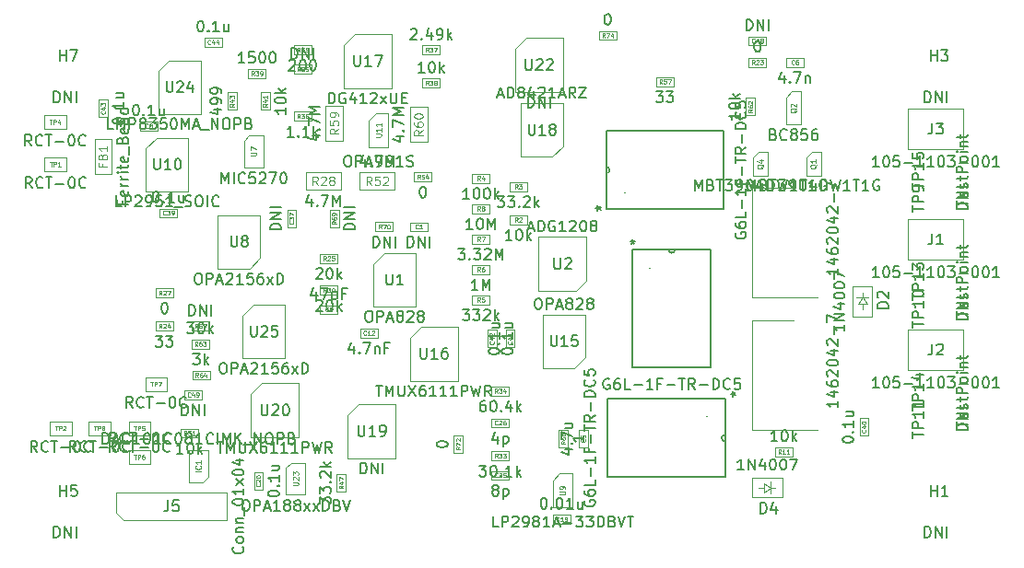
<source format=gbr>
G04 #@! TF.GenerationSoftware,KiCad,Pcbnew,(5.1.12-1-10_14)*
G04 #@! TF.CreationDate,2022-04-11T16:53:27-05:00*
G04 #@! TF.ProjectId,bath_clamp,62617468-5f63-46c6-916d-702e6b696361,rev?*
G04 #@! TF.SameCoordinates,Original*
G04 #@! TF.FileFunction,AssemblyDrawing,Top*
%FSLAX46Y46*%
G04 Gerber Fmt 4.6, Leading zero omitted, Abs format (unit mm)*
G04 Created by KiCad (PCBNEW (5.1.12-1-10_14)) date 2022-04-11 16:53:27*
%MOMM*%
%LPD*%
G01*
G04 APERTURE LIST*
%ADD10C,0.100000*%
%ADD11C,0.152400*%
%ADD12C,0.150000*%
%ADD13C,0.060000*%
%ADD14C,0.075000*%
%ADD15C,0.120000*%
%ADD16C,0.040000*%
G04 APERTURE END LIST*
D10*
X8730000Y1965000D02*
X8730000Y3870000D01*
X8730000Y3870000D02*
X18890000Y3870000D01*
X18890000Y3870000D02*
X18890000Y1330000D01*
X18890000Y1330000D02*
X9365000Y1330000D01*
X9365000Y1330000D02*
X8730000Y1965000D01*
X14973400Y12452400D02*
X14973400Y13252400D01*
X14973400Y13252400D02*
X16573400Y13252400D01*
X16573400Y13252400D02*
X16573400Y12452400D01*
X16573400Y12452400D02*
X14973400Y12452400D01*
X46348800Y45667300D02*
X49748800Y45667300D01*
X49748800Y45667300D02*
X49748800Y40667300D01*
X49748800Y40667300D02*
X45348800Y40667300D01*
X45348800Y40667300D02*
X45348800Y44667300D01*
X45348800Y44667300D02*
X46348800Y45667300D01*
X17136000Y5286500D02*
X16686000Y4836500D01*
X15376000Y4836500D02*
X16686000Y4836500D01*
X17136000Y5286500D02*
X17136000Y7736500D01*
X15376000Y7736500D02*
X17136000Y7736500D01*
X15376000Y4836500D02*
X15376000Y7736500D01*
X70964000Y31850500D02*
X67104000Y31850500D01*
X73104000Y21850500D02*
X67104000Y21850500D01*
X67104000Y21850500D02*
X67104000Y31850500D01*
X67104000Y9658500D02*
X67104000Y19658500D01*
X73104000Y9658500D02*
X67104000Y9658500D01*
X70964000Y19658500D02*
X67104000Y19658500D01*
X22216000Y36692500D02*
X22216000Y33792500D01*
X22216000Y33792500D02*
X20456000Y33792500D01*
X20456000Y36242500D02*
X20456000Y33792500D01*
X22216000Y36692500D02*
X20906000Y36692500D01*
X20456000Y36242500D02*
X20906000Y36692500D01*
X49752800Y35723300D02*
X48777800Y34748300D01*
X49752800Y39648300D02*
X49752800Y35723300D01*
X45852800Y39648300D02*
X49752800Y39648300D01*
X45852800Y34748300D02*
X45852800Y39648300D01*
X48777800Y34748300D02*
X45852800Y34748300D01*
X53048000Y46323000D02*
X54648000Y46323000D01*
X53048000Y45498000D02*
X53048000Y46323000D01*
X54648000Y45498000D02*
X53048000Y45498000D01*
X54648000Y46323000D02*
X54648000Y45498000D01*
X39719500Y7518500D02*
X39719500Y9118500D01*
X40544500Y7518500D02*
X39719500Y7518500D01*
X40544500Y9118500D02*
X40544500Y7518500D01*
X39719500Y9118500D02*
X40544500Y9118500D01*
X50196500Y9626500D02*
X50196500Y8026500D01*
X49371500Y9626500D02*
X50196500Y9626500D01*
X49371500Y8026500D02*
X49371500Y9626500D01*
X50196500Y8026500D02*
X49371500Y8026500D01*
X66814800Y45802500D02*
X68414800Y45802500D01*
X66814800Y45002500D02*
X66814800Y45802500D01*
X68414800Y45002500D02*
X66814800Y45002500D01*
X68414800Y45802500D02*
X68414800Y45002500D01*
X48831600Y1797000D02*
X50431600Y1797000D01*
X48831600Y997000D02*
X48831600Y1797000D01*
X50431600Y997000D02*
X48831600Y997000D01*
X50431600Y1797000D02*
X50431600Y997000D01*
X8318400Y36347200D02*
X8318400Y33147200D01*
X6718400Y36347200D02*
X8318400Y36347200D01*
X6718400Y33147200D02*
X6718400Y36347200D01*
X8318400Y33147200D02*
X6718400Y33147200D01*
X16814900Y45675500D02*
X18414900Y45675500D01*
X16814900Y44875500D02*
X16814900Y45675500D01*
X18414900Y44875500D02*
X16814900Y44875500D01*
X18414900Y45675500D02*
X18414900Y44875500D01*
X7918400Y40004900D02*
X7918400Y38404900D01*
X7118400Y40004900D02*
X7918400Y40004900D01*
X7118400Y38404900D02*
X7118400Y40004900D01*
X7918400Y38404900D02*
X7118400Y38404900D01*
X43630800Y17221300D02*
X42830800Y17221300D01*
X42830800Y17221300D02*
X42830800Y18821300D01*
X42830800Y18821300D02*
X43630800Y18821300D01*
X43630800Y18821300D02*
X43630800Y17221300D01*
X44481800Y18821300D02*
X45281800Y18821300D01*
X45281800Y18821300D02*
X45281800Y17221300D01*
X45281800Y17221300D02*
X44481800Y17221300D01*
X44481800Y17221300D02*
X44481800Y18821300D01*
X76993800Y10693300D02*
X77793800Y10693300D01*
X77793800Y10693300D02*
X77793800Y9093300D01*
X77793800Y9093300D02*
X76993800Y9093300D01*
X76993800Y9093300D02*
X76993800Y10693300D01*
X14312800Y29978300D02*
X14312800Y29178300D01*
X14312800Y29178300D02*
X12712800Y29178300D01*
X12712800Y29178300D02*
X12712800Y29978300D01*
X12712800Y29978300D02*
X14312800Y29978300D01*
X81460000Y39166900D02*
X86540000Y39166900D01*
X86540000Y35433100D02*
X86540000Y39166900D01*
X81460000Y35433100D02*
X81460000Y39166900D01*
X81460000Y35433100D02*
X86540000Y35433100D01*
X81460000Y18846900D02*
X86540000Y18846900D01*
X86540000Y15113100D02*
X86540000Y18846900D01*
X81460000Y15113100D02*
X81460000Y18846900D01*
X81460000Y15113100D02*
X86540000Y15113100D01*
X81460000Y29006900D02*
X86540000Y29006900D01*
X86540000Y25273100D02*
X86540000Y29006900D01*
X81460000Y25273100D02*
X81460000Y29006900D01*
X81460000Y25273100D02*
X86540000Y25273100D01*
X6162800Y10391300D02*
X8162800Y10391300D01*
X6162800Y9141300D02*
X6162800Y10391300D01*
X8162800Y9141300D02*
X8162800Y10391300D01*
X6162800Y9141300D02*
X8162800Y9141300D01*
X11369800Y14455300D02*
X13369800Y14455300D01*
X11369800Y13205300D02*
X11369800Y14455300D01*
X13369800Y13205300D02*
X13369800Y14455300D01*
X11369800Y13205300D02*
X13369800Y13205300D01*
X11845800Y6474300D02*
X9845800Y6474300D01*
X11845800Y7724300D02*
X11845800Y6474300D01*
X9845800Y7724300D02*
X9845800Y6474300D01*
X11845800Y7724300D02*
X9845800Y7724300D01*
X9845800Y10391300D02*
X11845800Y10391300D01*
X9845800Y9141300D02*
X9845800Y10391300D01*
X11845800Y9141300D02*
X11845800Y10391300D01*
X9845800Y9141300D02*
X11845800Y9141300D01*
X2086100Y38559900D02*
X4086100Y38559900D01*
X2086100Y37309900D02*
X2086100Y38559900D01*
X4086100Y37309900D02*
X4086100Y38559900D01*
X2086100Y37309900D02*
X4086100Y37309900D01*
X2606800Y10391300D02*
X4606800Y10391300D01*
X2606800Y9141300D02*
X2606800Y10391300D01*
X4606800Y9141300D02*
X4606800Y10391300D01*
X2606800Y9141300D02*
X4606800Y9141300D01*
X2124200Y34673700D02*
X4124200Y34673700D01*
X2124200Y33423700D02*
X2124200Y34673700D01*
X4124200Y33423700D02*
X4124200Y34673700D01*
X2124200Y33423700D02*
X4124200Y33423700D01*
X16231000Y8922000D02*
X14631000Y8922000D01*
X16231000Y9747000D02*
X16231000Y8922000D01*
X14631000Y9747000D02*
X16231000Y9747000D01*
X14631000Y8922000D02*
X14631000Y9747000D01*
X22167800Y5740300D02*
X22167800Y4140300D01*
X21367800Y5740300D02*
X22167800Y5740300D01*
X21367800Y4140300D02*
X21367800Y5740300D01*
X22167800Y4140300D02*
X21367800Y4140300D01*
D11*
X55398300Y31478800D02*
G75*
G03*
X55398300Y31478800I0J0D01*
G01*
X53708300Y29921200D02*
X64503300Y29921200D01*
X53708300Y37109400D02*
X53708300Y29921200D01*
X64503300Y37109400D02*
X53708300Y37109400D01*
X64503300Y29921200D02*
X64503300Y37109400D01*
X53708300Y33210500D02*
G75*
G03*
X53708300Y33820100I0J304800D01*
G01*
D10*
X29044800Y22053800D02*
X27444800Y22053800D01*
X29044800Y22878800D02*
X29044800Y22053800D01*
X27444800Y22878800D02*
X29044800Y22878800D01*
X27444800Y22053800D02*
X27444800Y22878800D01*
X13931800Y21799800D02*
X12331800Y21799800D01*
X13931800Y22624800D02*
X13931800Y21799800D01*
X12331800Y22624800D02*
X13931800Y22624800D01*
X12331800Y21799800D02*
X12331800Y22624800D01*
X29044800Y24974800D02*
X27444800Y24974800D01*
X29044800Y25799800D02*
X29044800Y24974800D01*
X27444800Y25799800D02*
X29044800Y25799800D01*
X27444800Y24974800D02*
X27444800Y25799800D01*
X13931800Y18751800D02*
X12331800Y18751800D01*
X13931800Y19576800D02*
X13931800Y18751800D01*
X12331800Y19576800D02*
X13931800Y19576800D01*
X12331800Y18751800D02*
X12331800Y19576800D01*
X66814800Y43833800D02*
X68414800Y43833800D01*
X66814800Y43008800D02*
X66814800Y43833800D01*
X68414800Y43008800D02*
X66814800Y43008800D01*
X68414800Y43833800D02*
X68414800Y43008800D01*
X69227800Y8019800D02*
X70827800Y8019800D01*
X69227800Y7194800D02*
X69227800Y8019800D01*
X70827800Y7194800D02*
X69227800Y7194800D01*
X70827800Y8019800D02*
X70827800Y7194800D01*
X43014800Y29546800D02*
X41414800Y29546800D01*
X43014800Y30371800D02*
X43014800Y29546800D01*
X41414800Y30371800D02*
X43014800Y30371800D01*
X41414800Y29546800D02*
X41414800Y30371800D01*
X43014800Y26752800D02*
X41414800Y26752800D01*
X43014800Y27577800D02*
X43014800Y26752800D01*
X41414800Y27577800D02*
X43014800Y27577800D01*
X41414800Y26752800D02*
X41414800Y27577800D01*
X43014800Y23958800D02*
X41414800Y23958800D01*
X43014800Y24783800D02*
X43014800Y23958800D01*
X41414800Y24783800D02*
X43014800Y24783800D01*
X41414800Y23958800D02*
X41414800Y24783800D01*
X43014800Y21164800D02*
X41414800Y21164800D01*
X43014800Y21989800D02*
X43014800Y21164800D01*
X41414800Y21989800D02*
X43014800Y21989800D01*
X41414800Y21164800D02*
X41414800Y21989800D01*
X43014800Y32340800D02*
X41414800Y32340800D01*
X43014800Y33165800D02*
X43014800Y32340800D01*
X41414800Y33165800D02*
X43014800Y33165800D01*
X41414800Y32340800D02*
X41414800Y33165800D01*
X46443800Y31578800D02*
X44843800Y31578800D01*
X46443800Y32403800D02*
X46443800Y31578800D01*
X44843800Y32403800D02*
X46443800Y32403800D01*
X44843800Y31578800D02*
X44843800Y32403800D01*
X46443800Y28530800D02*
X44843800Y28530800D01*
X46443800Y29355800D02*
X46443800Y28530800D01*
X44843800Y29355800D02*
X46443800Y29355800D01*
X44843800Y28530800D02*
X44843800Y29355800D01*
X69903800Y3405300D02*
X67103800Y3405300D01*
X67103800Y3405300D02*
X67103800Y5205300D01*
X67103800Y5205300D02*
X69903800Y5205300D01*
X69903800Y5205300D02*
X69903800Y3405300D01*
X69253800Y4305300D02*
X68853800Y4305300D01*
X68853800Y4305300D02*
X68853800Y3755300D01*
X68853800Y4305300D02*
X68853800Y4855300D01*
X68853800Y4305300D02*
X68253800Y3905300D01*
X68253800Y3905300D02*
X68253800Y4705300D01*
X68253800Y4705300D02*
X68853800Y4305300D01*
X68253800Y4305300D02*
X67753800Y4305300D01*
X78166800Y22850300D02*
X78166800Y20050300D01*
X78166800Y20050300D02*
X76366800Y20050300D01*
X76366800Y20050300D02*
X76366800Y22850300D01*
X76366800Y22850300D02*
X78166800Y22850300D01*
X77266800Y22200300D02*
X77266800Y21800300D01*
X77266800Y21800300D02*
X77816800Y21800300D01*
X77266800Y21800300D02*
X76716800Y21800300D01*
X77266800Y21800300D02*
X77666800Y21200300D01*
X77666800Y21200300D02*
X76866800Y21200300D01*
X76866800Y21200300D02*
X77266800Y21800300D01*
X77266800Y21200300D02*
X77266800Y20700300D01*
X20325800Y20131300D02*
X21300800Y21106300D01*
X20325800Y16206300D02*
X20325800Y20131300D01*
X24225800Y16206300D02*
X20325800Y16206300D01*
X24225800Y21106300D02*
X24225800Y16206300D01*
X21300800Y21106300D02*
X24225800Y21106300D01*
X13553800Y43585300D02*
X16478800Y43585300D01*
X16478800Y43585300D02*
X16478800Y38685300D01*
X16478800Y38685300D02*
X12578800Y38685300D01*
X12578800Y38685300D02*
X12578800Y42610300D01*
X12578800Y42610300D02*
X13553800Y43585300D01*
X29165300Y29870300D02*
X29165300Y28270300D01*
X28340300Y29870300D02*
X29165300Y29870300D01*
X28340300Y28270300D02*
X28340300Y29870300D01*
X29165300Y28270300D02*
X28340300Y28270300D01*
X15633800Y19576800D02*
X17233800Y19576800D01*
X15633800Y18751800D02*
X15633800Y19576800D01*
X17233800Y18751800D02*
X15633800Y18751800D01*
X17233800Y19576800D02*
X17233800Y18751800D01*
X34124800Y27895800D02*
X32524800Y27895800D01*
X34124800Y28720800D02*
X34124800Y27895800D01*
X32524800Y28720800D02*
X34124800Y28720800D01*
X32524800Y27895800D02*
X32524800Y28720800D01*
X15633800Y17925800D02*
X17233800Y17925800D01*
X15633800Y17100800D02*
X15633800Y17925800D01*
X17233800Y17100800D02*
X15633800Y17100800D01*
X17233800Y17925800D02*
X17233800Y17100800D01*
X24415800Y28270300D02*
X24415800Y29870300D01*
X25215800Y28270300D02*
X24415800Y28270300D01*
X25215800Y29870300D02*
X25215800Y28270300D01*
X24415800Y29870300D02*
X25215800Y29870300D01*
X31916800Y38098300D02*
X32566800Y38748300D01*
X33716800Y38748300D02*
X32566800Y38748300D01*
X31916800Y38098300D02*
X31916800Y35648300D01*
X33716800Y35648300D02*
X31916800Y35648300D01*
X33716800Y38748300D02*
X33716800Y35648300D01*
X66567300Y38557300D02*
X66567300Y40157300D01*
X67392300Y38557300D02*
X66567300Y38557300D01*
X67392300Y40157300D02*
X67392300Y38557300D01*
X66567300Y40157300D02*
X67392300Y40157300D01*
X68543800Y35186800D02*
X67693800Y35186800D01*
X67193800Y34686800D02*
X67193800Y32986800D01*
X68543800Y35186800D02*
X68543800Y32986800D01*
X68543800Y32986800D02*
X67193800Y32986800D01*
X67693800Y35186800D02*
X67193800Y34686800D01*
X35696800Y18124300D02*
X36696800Y19124300D01*
X35696800Y14124300D02*
X35696800Y18124300D01*
X40096800Y14124300D02*
X35696800Y14124300D01*
X40096800Y19124300D02*
X40096800Y14124300D01*
X36696800Y19124300D02*
X40096800Y19124300D01*
X44792800Y9874300D02*
X43192800Y9874300D01*
X44792800Y10674300D02*
X44792800Y9874300D01*
X43192800Y10674300D02*
X44792800Y10674300D01*
X43192800Y9874300D02*
X43192800Y10674300D01*
X27952800Y39433300D02*
X29552800Y39433300D01*
X29552800Y39433300D02*
X29552800Y36233300D01*
X29552800Y36233300D02*
X27952800Y36233300D01*
X27952800Y36233300D02*
X27952800Y39433300D01*
X34289800Y33299300D02*
X34289800Y31699300D01*
X34289800Y31699300D02*
X31089800Y31699300D01*
X31089800Y31699300D02*
X31089800Y33299300D01*
X31089800Y33299300D02*
X34289800Y33299300D01*
X30981800Y12012300D02*
X34381800Y12012300D01*
X34381800Y12012300D02*
X34381800Y7012300D01*
X34381800Y7012300D02*
X29981800Y7012300D01*
X29981800Y7012300D02*
X29981800Y11012300D01*
X29981800Y11012300D02*
X30981800Y12012300D01*
X36080800Y32467800D02*
X36080800Y33292800D01*
X36080800Y33292800D02*
X37680800Y33292800D01*
X37680800Y33292800D02*
X37680800Y32467800D01*
X37680800Y32467800D02*
X36080800Y32467800D01*
X26076800Y6580800D02*
X26076800Y3680800D01*
X26076800Y3680800D02*
X24316800Y3680800D01*
X24316800Y6130800D02*
X24316800Y3680800D01*
X26076800Y6580800D02*
X24766800Y6580800D01*
X24316800Y6130800D02*
X24766800Y6580800D01*
X29600800Y45048300D02*
X30600800Y46048300D01*
X29600800Y41048300D02*
X29600800Y45048300D01*
X34000800Y41048300D02*
X29600800Y41048300D01*
X34000800Y46048300D02*
X34000800Y41048300D01*
X30600800Y46048300D02*
X34000800Y46048300D01*
X51784800Y16292300D02*
X50809800Y15317300D01*
X51784800Y20217300D02*
X51784800Y16292300D01*
X47884800Y20217300D02*
X51784800Y20217300D01*
X47884800Y15317300D02*
X47884800Y20217300D01*
X50809800Y15317300D02*
X47884800Y15317300D01*
X20964800Y24461300D02*
X18039800Y24461300D01*
X18039800Y24461300D02*
X18039800Y29361300D01*
X18039800Y29361300D02*
X21939800Y29361300D01*
X21939800Y29361300D02*
X21939800Y25436300D01*
X21939800Y25436300D02*
X20964800Y24461300D01*
X26136800Y31699300D02*
X26136800Y33299300D01*
X26136800Y33299300D02*
X29336800Y33299300D01*
X29336800Y33299300D02*
X29336800Y31699300D01*
X29336800Y31699300D02*
X26136800Y31699300D01*
X36842800Y44976800D02*
X38442800Y44976800D01*
X36842800Y44151800D02*
X36842800Y44976800D01*
X38442800Y44151800D02*
X36842800Y44151800D01*
X38442800Y44976800D02*
X38442800Y44151800D01*
X50607800Y5601300D02*
X50607800Y2501300D01*
X50607800Y2501300D02*
X48807800Y2501300D01*
X48807800Y4951300D02*
X48807800Y2501300D01*
X50607800Y5601300D02*
X49457800Y5601300D01*
X48807800Y4951300D02*
X49457800Y5601300D01*
X11435800Y35498300D02*
X12410800Y36473300D01*
X11435800Y31573300D02*
X11435800Y35498300D01*
X15335800Y31573300D02*
X11435800Y31573300D01*
X15335800Y36473300D02*
X15335800Y31573300D01*
X12410800Y36473300D02*
X15335800Y36473300D01*
X21091800Y12917300D02*
X22091800Y13917300D01*
X21091800Y8917300D02*
X21091800Y12917300D01*
X25491800Y8917300D02*
X21091800Y8917300D01*
X25491800Y13917300D02*
X25491800Y8917300D01*
X22091800Y13917300D02*
X25491800Y13917300D01*
X20840800Y42817800D02*
X22440800Y42817800D01*
X20840800Y41992800D02*
X20840800Y42817800D01*
X22440800Y41992800D02*
X20840800Y41992800D01*
X22440800Y42817800D02*
X22440800Y41992800D01*
X26631800Y44151800D02*
X25031800Y44151800D01*
X26631800Y44976800D02*
X26631800Y44151800D01*
X25031800Y44976800D02*
X26631800Y44976800D01*
X25031800Y44151800D02*
X25031800Y44976800D01*
X44792800Y12782800D02*
X43192800Y12782800D01*
X44792800Y13607800D02*
X44792800Y12782800D01*
X43192800Y13607800D02*
X44792800Y13607800D01*
X43192800Y12782800D02*
X43192800Y13607800D01*
X44792800Y6813800D02*
X43192800Y6813800D01*
X44792800Y7638800D02*
X44792800Y6813800D01*
X43192800Y7638800D02*
X44792800Y7638800D01*
X43192800Y6813800D02*
X43192800Y7638800D01*
X28975300Y3949300D02*
X28975300Y5549300D01*
X29800300Y3949300D02*
X28975300Y3949300D01*
X29800300Y5549300D02*
X29800300Y3949300D01*
X28975300Y5549300D02*
X29800300Y5549300D01*
X18942300Y39065300D02*
X18942300Y40665300D01*
X19767300Y39065300D02*
X18942300Y39065300D01*
X19767300Y40665300D02*
X19767300Y39065300D01*
X18942300Y40665300D02*
X19767300Y40665300D01*
X22815300Y40665300D02*
X22815300Y39065300D01*
X21990300Y40665300D02*
X22815300Y40665300D01*
X21990300Y39065300D02*
X21990300Y40665300D01*
X22815300Y39065300D02*
X21990300Y39065300D01*
D11*
X57704300Y24522800D02*
G75*
G03*
X57704300Y24522800I0J0D01*
G01*
X56146700Y26212800D02*
X56146700Y15417800D01*
X63334900Y26212800D02*
X56146700Y26212800D01*
X63334900Y15417800D02*
X63334900Y26212800D01*
X56146700Y15417800D02*
X63334900Y15417800D01*
X59436000Y26212800D02*
G75*
G03*
X60045600Y26212800I304800J0D01*
G01*
D10*
X27444800Y21088300D02*
X29044800Y21088300D01*
X27444800Y20288300D02*
X27444800Y21088300D01*
X29044800Y20288300D02*
X27444800Y20288300D01*
X29044800Y21088300D02*
X29044800Y20288300D01*
X73433300Y35186800D02*
X72583300Y35186800D01*
X72083300Y34686800D02*
X72083300Y32986800D01*
X73433300Y35186800D02*
X73433300Y32986800D01*
X73433300Y32986800D02*
X72083300Y32986800D01*
X72583300Y35186800D02*
X72083300Y34686800D01*
D11*
X62940300Y10913800D02*
G75*
G03*
X62940300Y10913800I0J0D01*
G01*
X64630300Y12471400D02*
X53835300Y12471400D01*
X64630300Y5283200D02*
X64630300Y12471400D01*
X53835300Y5283200D02*
X64630300Y5283200D01*
X53835300Y12471400D02*
X53835300Y5283200D01*
X64630300Y9182100D02*
G75*
G03*
X64630300Y8572500I0J-304800D01*
G01*
D10*
X26631800Y43198800D02*
X26631800Y42373800D01*
X26631800Y42373800D02*
X25031800Y42373800D01*
X25031800Y42373800D02*
X25031800Y43198800D01*
X25031800Y43198800D02*
X26631800Y43198800D01*
X71843800Y43021300D02*
X70243800Y43021300D01*
X71843800Y43821300D02*
X71843800Y43021300D01*
X70243800Y43821300D02*
X71843800Y43821300D01*
X70243800Y43021300D02*
X70243800Y43821300D01*
X51907800Y23379300D02*
X50907800Y22379300D01*
X51907800Y27379300D02*
X51907800Y23379300D01*
X47507800Y27379300D02*
X51907800Y27379300D01*
X47507800Y22379300D02*
X47507800Y27379300D01*
X50907800Y22379300D02*
X47507800Y22379300D01*
X32327300Y24893800D02*
X33302300Y25868800D01*
X32327300Y20968800D02*
X32327300Y24893800D01*
X36227300Y20968800D02*
X32327300Y20968800D01*
X36227300Y25868800D02*
X36227300Y20968800D01*
X33302300Y25868800D02*
X36227300Y25868800D01*
X10884000Y37966600D02*
X12484000Y37966600D01*
X10884000Y37166600D02*
X10884000Y37966600D01*
X12484000Y37166600D02*
X10884000Y37166600D01*
X12484000Y37966600D02*
X12484000Y37166600D01*
X32727800Y18129300D02*
X31127800Y18129300D01*
X32727800Y18929300D02*
X32727800Y18129300D01*
X31127800Y18929300D02*
X32727800Y18929300D01*
X31127800Y18129300D02*
X31127800Y18929300D01*
X70216800Y37710300D02*
X71616800Y37710300D01*
X71616800Y40750300D02*
X71616800Y37710300D01*
X70216800Y40180300D02*
X70766800Y40750300D01*
X70766800Y40750300D02*
X71616800Y40750300D01*
X70216800Y40180300D02*
X70216800Y37730300D01*
X37299800Y27908300D02*
X35699800Y27908300D01*
X37299800Y28708300D02*
X37299800Y27908300D01*
X35699800Y28708300D02*
X37299800Y28708300D01*
X35699800Y27908300D02*
X35699800Y28708300D01*
X35699800Y39306300D02*
X37299800Y39306300D01*
X37299800Y39306300D02*
X37299800Y36106300D01*
X37299800Y36106300D02*
X35699800Y36106300D01*
X35699800Y36106300D02*
X35699800Y39306300D01*
X44792800Y5048300D02*
X43192800Y5048300D01*
X44792800Y5848300D02*
X44792800Y5048300D01*
X43192800Y5848300D02*
X44792800Y5848300D01*
X43192800Y5048300D02*
X43192800Y5848300D01*
X58305800Y41230800D02*
X58305800Y42055800D01*
X58305800Y42055800D02*
X59905800Y42055800D01*
X59905800Y42055800D02*
X59905800Y41230800D01*
X59905800Y41230800D02*
X58305800Y41230800D01*
X26631800Y38055800D02*
X25031800Y38055800D01*
X26631800Y38880800D02*
X26631800Y38055800D01*
X25031800Y38880800D02*
X26631800Y38880800D01*
X25031800Y38055800D02*
X25031800Y38880800D01*
X36842800Y41928800D02*
X38442800Y41928800D01*
X36842800Y41103800D02*
X36842800Y41928800D01*
X38442800Y41103800D02*
X36842800Y41103800D01*
X38442800Y41928800D02*
X38442800Y41103800D01*
X15697300Y15068300D02*
X17297300Y15068300D01*
X15697300Y14243300D02*
X15697300Y15068300D01*
X17297300Y14243300D02*
X15697300Y14243300D01*
X17297300Y15068300D02*
X17297300Y14243300D01*
X51212800Y8026500D02*
X51212800Y9626500D01*
X52012800Y8026500D02*
X51212800Y8026500D01*
X52012800Y9626500D02*
X52012800Y8026500D01*
X51212800Y9626500D02*
X52012800Y9626500D01*
D12*
X82976190Y39747619D02*
X82976190Y40747619D01*
X83214285Y40747619D01*
X83357142Y40700000D01*
X83452380Y40604761D01*
X83500000Y40509523D01*
X83547619Y40319047D01*
X83547619Y40176190D01*
X83500000Y39985714D01*
X83452380Y39890476D01*
X83357142Y39795238D01*
X83214285Y39747619D01*
X82976190Y39747619D01*
X83976190Y39747619D02*
X83976190Y40747619D01*
X84547619Y39747619D01*
X84547619Y40747619D01*
X85023809Y39747619D02*
X85023809Y40747619D01*
X83538095Y43547619D02*
X83538095Y44547619D01*
X83538095Y44071428D02*
X84109523Y44071428D01*
X84109523Y43547619D02*
X84109523Y44547619D01*
X84490476Y44547619D02*
X85109523Y44547619D01*
X84776190Y44166666D01*
X84919047Y44166666D01*
X85014285Y44119047D01*
X85061904Y44071428D01*
X85109523Y43976190D01*
X85109523Y43738095D01*
X85061904Y43642857D01*
X85014285Y43595238D01*
X84919047Y43547619D01*
X84633333Y43547619D01*
X84538095Y43595238D01*
X84490476Y43642857D01*
X82976190Y-252380D02*
X82976190Y747619D01*
X83214285Y747619D01*
X83357142Y700000D01*
X83452380Y604761D01*
X83500000Y509523D01*
X83547619Y319047D01*
X83547619Y176190D01*
X83500000Y-14285D01*
X83452380Y-109523D01*
X83357142Y-204761D01*
X83214285Y-252380D01*
X82976190Y-252380D01*
X83976190Y-252380D02*
X83976190Y747619D01*
X84547619Y-252380D01*
X84547619Y747619D01*
X85023809Y-252380D02*
X85023809Y747619D01*
X83538095Y3547619D02*
X83538095Y4547619D01*
X83538095Y4071428D02*
X84109523Y4071428D01*
X84109523Y3547619D02*
X84109523Y4547619D01*
X85109523Y3547619D02*
X84538095Y3547619D01*
X84823809Y3547619D02*
X84823809Y4547619D01*
X84728571Y4404761D01*
X84633333Y4309523D01*
X84538095Y4261904D01*
X85902380Y30156666D02*
X85902380Y30728095D01*
X86902380Y30442380D02*
X85902380Y30442380D01*
X86854761Y31442380D02*
X86902380Y31347142D01*
X86902380Y31156666D01*
X86854761Y31061428D01*
X86759523Y31013809D01*
X86378571Y31013809D01*
X86283333Y31061428D01*
X86235714Y31156666D01*
X86235714Y31347142D01*
X86283333Y31442380D01*
X86378571Y31490000D01*
X86473809Y31490000D01*
X86569047Y31013809D01*
X86854761Y31870952D02*
X86902380Y31966190D01*
X86902380Y32156666D01*
X86854761Y32251904D01*
X86759523Y32299523D01*
X86711904Y32299523D01*
X86616666Y32251904D01*
X86569047Y32156666D01*
X86569047Y32013809D01*
X86521428Y31918571D01*
X86426190Y31870952D01*
X86378571Y31870952D01*
X86283333Y31918571D01*
X86235714Y32013809D01*
X86235714Y32156666D01*
X86283333Y32251904D01*
X86235714Y32585238D02*
X86235714Y32966190D01*
X85902380Y32728095D02*
X86759523Y32728095D01*
X86854761Y32775714D01*
X86902380Y32870952D01*
X86902380Y32966190D01*
X86902380Y33299523D02*
X85902380Y33299523D01*
X85902380Y33680476D01*
X85950000Y33775714D01*
X85997619Y33823333D01*
X86092857Y33870952D01*
X86235714Y33870952D01*
X86330952Y33823333D01*
X86378571Y33775714D01*
X86426190Y33680476D01*
X86426190Y33299523D01*
X86902380Y34442380D02*
X86854761Y34347142D01*
X86807142Y34299523D01*
X86711904Y34251904D01*
X86426190Y34251904D01*
X86330952Y34299523D01*
X86283333Y34347142D01*
X86235714Y34442380D01*
X86235714Y34585238D01*
X86283333Y34680476D01*
X86330952Y34728095D01*
X86426190Y34775714D01*
X86711904Y34775714D01*
X86807142Y34728095D01*
X86854761Y34680476D01*
X86902380Y34585238D01*
X86902380Y34442380D01*
X86902380Y35204285D02*
X86235714Y35204285D01*
X85902380Y35204285D02*
X85950000Y35156666D01*
X85997619Y35204285D01*
X85950000Y35251904D01*
X85902380Y35204285D01*
X85997619Y35204285D01*
X86235714Y35680476D02*
X86902380Y35680476D01*
X86330952Y35680476D02*
X86283333Y35728095D01*
X86235714Y35823333D01*
X86235714Y35966190D01*
X86283333Y36061428D01*
X86378571Y36109047D01*
X86902380Y36109047D01*
X86235714Y36442380D02*
X86235714Y36823333D01*
X85902380Y36585238D02*
X86759523Y36585238D01*
X86854761Y36632857D01*
X86902380Y36728095D01*
X86902380Y36823333D01*
X81852380Y31751904D02*
X81852380Y32323333D01*
X82852380Y32037619D02*
X81852380Y32037619D01*
X82852380Y32656666D02*
X81852380Y32656666D01*
X81852380Y33037619D01*
X81900000Y33132857D01*
X81947619Y33180476D01*
X82042857Y33228095D01*
X82185714Y33228095D01*
X82280952Y33180476D01*
X82328571Y33132857D01*
X82376190Y33037619D01*
X82376190Y32656666D01*
X82852380Y34180476D02*
X82852380Y33609047D01*
X82852380Y33894761D02*
X81852380Y33894761D01*
X81995238Y33799523D01*
X82090476Y33704285D01*
X82138095Y33609047D01*
X81852380Y35085238D02*
X81852380Y34609047D01*
X82328571Y34561428D01*
X82280952Y34609047D01*
X82233333Y34704285D01*
X82233333Y34942380D01*
X82280952Y35037619D01*
X82328571Y35085238D01*
X82423809Y35132857D01*
X82661904Y35132857D01*
X82757142Y35085238D01*
X82804761Y35037619D01*
X82852380Y34942380D01*
X82852380Y34704285D01*
X82804761Y34609047D01*
X82757142Y34561428D01*
X85902380Y9836666D02*
X85902380Y10408095D01*
X86902380Y10122380D02*
X85902380Y10122380D01*
X86854761Y11122380D02*
X86902380Y11027142D01*
X86902380Y10836666D01*
X86854761Y10741428D01*
X86759523Y10693809D01*
X86378571Y10693809D01*
X86283333Y10741428D01*
X86235714Y10836666D01*
X86235714Y11027142D01*
X86283333Y11122380D01*
X86378571Y11170000D01*
X86473809Y11170000D01*
X86569047Y10693809D01*
X86854761Y11550952D02*
X86902380Y11646190D01*
X86902380Y11836666D01*
X86854761Y11931904D01*
X86759523Y11979523D01*
X86711904Y11979523D01*
X86616666Y11931904D01*
X86569047Y11836666D01*
X86569047Y11693809D01*
X86521428Y11598571D01*
X86426190Y11550952D01*
X86378571Y11550952D01*
X86283333Y11598571D01*
X86235714Y11693809D01*
X86235714Y11836666D01*
X86283333Y11931904D01*
X86235714Y12265238D02*
X86235714Y12646190D01*
X85902380Y12408095D02*
X86759523Y12408095D01*
X86854761Y12455714D01*
X86902380Y12550952D01*
X86902380Y12646190D01*
X86902380Y12979523D02*
X85902380Y12979523D01*
X85902380Y13360476D01*
X85950000Y13455714D01*
X85997619Y13503333D01*
X86092857Y13550952D01*
X86235714Y13550952D01*
X86330952Y13503333D01*
X86378571Y13455714D01*
X86426190Y13360476D01*
X86426190Y12979523D01*
X86902380Y14122380D02*
X86854761Y14027142D01*
X86807142Y13979523D01*
X86711904Y13931904D01*
X86426190Y13931904D01*
X86330952Y13979523D01*
X86283333Y14027142D01*
X86235714Y14122380D01*
X86235714Y14265238D01*
X86283333Y14360476D01*
X86330952Y14408095D01*
X86426190Y14455714D01*
X86711904Y14455714D01*
X86807142Y14408095D01*
X86854761Y14360476D01*
X86902380Y14265238D01*
X86902380Y14122380D01*
X86902380Y14884285D02*
X86235714Y14884285D01*
X85902380Y14884285D02*
X85950000Y14836666D01*
X85997619Y14884285D01*
X85950000Y14931904D01*
X85902380Y14884285D01*
X85997619Y14884285D01*
X86235714Y15360476D02*
X86902380Y15360476D01*
X86330952Y15360476D02*
X86283333Y15408095D01*
X86235714Y15503333D01*
X86235714Y15646190D01*
X86283333Y15741428D01*
X86378571Y15789047D01*
X86902380Y15789047D01*
X86235714Y16122380D02*
X86235714Y16503333D01*
X85902380Y16265238D02*
X86759523Y16265238D01*
X86854761Y16312857D01*
X86902380Y16408095D01*
X86902380Y16503333D01*
X81852380Y11431904D02*
X81852380Y12003333D01*
X82852380Y11717619D02*
X81852380Y11717619D01*
X82852380Y12336666D02*
X81852380Y12336666D01*
X81852380Y12717619D01*
X81900000Y12812857D01*
X81947619Y12860476D01*
X82042857Y12908095D01*
X82185714Y12908095D01*
X82280952Y12860476D01*
X82328571Y12812857D01*
X82376190Y12717619D01*
X82376190Y12336666D01*
X82852380Y13860476D02*
X82852380Y13289047D01*
X82852380Y13574761D02*
X81852380Y13574761D01*
X81995238Y13479523D01*
X82090476Y13384285D01*
X82138095Y13289047D01*
X82185714Y14717619D02*
X82852380Y14717619D01*
X81804761Y14479523D02*
X82519047Y14241428D01*
X82519047Y14860476D01*
X85902380Y19996666D02*
X85902380Y20568095D01*
X86902380Y20282380D02*
X85902380Y20282380D01*
X86854761Y21282380D02*
X86902380Y21187142D01*
X86902380Y20996666D01*
X86854761Y20901428D01*
X86759523Y20853809D01*
X86378571Y20853809D01*
X86283333Y20901428D01*
X86235714Y20996666D01*
X86235714Y21187142D01*
X86283333Y21282380D01*
X86378571Y21330000D01*
X86473809Y21330000D01*
X86569047Y20853809D01*
X86854761Y21710952D02*
X86902380Y21806190D01*
X86902380Y21996666D01*
X86854761Y22091904D01*
X86759523Y22139523D01*
X86711904Y22139523D01*
X86616666Y22091904D01*
X86569047Y21996666D01*
X86569047Y21853809D01*
X86521428Y21758571D01*
X86426190Y21710952D01*
X86378571Y21710952D01*
X86283333Y21758571D01*
X86235714Y21853809D01*
X86235714Y21996666D01*
X86283333Y22091904D01*
X86235714Y22425238D02*
X86235714Y22806190D01*
X85902380Y22568095D02*
X86759523Y22568095D01*
X86854761Y22615714D01*
X86902380Y22710952D01*
X86902380Y22806190D01*
X86902380Y23139523D02*
X85902380Y23139523D01*
X85902380Y23520476D01*
X85950000Y23615714D01*
X85997619Y23663333D01*
X86092857Y23710952D01*
X86235714Y23710952D01*
X86330952Y23663333D01*
X86378571Y23615714D01*
X86426190Y23520476D01*
X86426190Y23139523D01*
X86902380Y24282380D02*
X86854761Y24187142D01*
X86807142Y24139523D01*
X86711904Y24091904D01*
X86426190Y24091904D01*
X86330952Y24139523D01*
X86283333Y24187142D01*
X86235714Y24282380D01*
X86235714Y24425238D01*
X86283333Y24520476D01*
X86330952Y24568095D01*
X86426190Y24615714D01*
X86711904Y24615714D01*
X86807142Y24568095D01*
X86854761Y24520476D01*
X86902380Y24425238D01*
X86902380Y24282380D01*
X86902380Y25044285D02*
X86235714Y25044285D01*
X85902380Y25044285D02*
X85950000Y24996666D01*
X85997619Y25044285D01*
X85950000Y25091904D01*
X85902380Y25044285D01*
X85997619Y25044285D01*
X86235714Y25520476D02*
X86902380Y25520476D01*
X86330952Y25520476D02*
X86283333Y25568095D01*
X86235714Y25663333D01*
X86235714Y25806190D01*
X86283333Y25901428D01*
X86378571Y25949047D01*
X86902380Y25949047D01*
X86235714Y26282380D02*
X86235714Y26663333D01*
X85902380Y26425238D02*
X86759523Y26425238D01*
X86854761Y26472857D01*
X86902380Y26568095D01*
X86902380Y26663333D01*
X81852380Y21591904D02*
X81852380Y22163333D01*
X82852380Y21877619D02*
X81852380Y21877619D01*
X82852380Y22496666D02*
X81852380Y22496666D01*
X81852380Y22877619D01*
X81900000Y22972857D01*
X81947619Y23020476D01*
X82042857Y23068095D01*
X82185714Y23068095D01*
X82280952Y23020476D01*
X82328571Y22972857D01*
X82376190Y22877619D01*
X82376190Y22496666D01*
X82852380Y24020476D02*
X82852380Y23449047D01*
X82852380Y23734761D02*
X81852380Y23734761D01*
X81995238Y23639523D01*
X82090476Y23544285D01*
X82138095Y23449047D01*
X81852380Y24353809D02*
X81852380Y24972857D01*
X82233333Y24639523D01*
X82233333Y24782380D01*
X82280952Y24877619D01*
X82328571Y24925238D01*
X82423809Y24972857D01*
X82661904Y24972857D01*
X82757142Y24925238D01*
X82804761Y24877619D01*
X82852380Y24782380D01*
X82852380Y24496666D01*
X82804761Y24401428D01*
X82757142Y24353809D01*
X86902380Y9606190D02*
X85902380Y9606190D01*
X85902380Y9844285D01*
X85950000Y9987142D01*
X86045238Y10082380D01*
X86140476Y10130000D01*
X86330952Y10177619D01*
X86473809Y10177619D01*
X86664285Y10130000D01*
X86759523Y10082380D01*
X86854761Y9987142D01*
X86902380Y9844285D01*
X86902380Y9606190D01*
X86902380Y10606190D02*
X85902380Y10606190D01*
X86902380Y11177619D01*
X85902380Y11177619D01*
X86902380Y11653809D02*
X85902380Y11653809D01*
X81852380Y8891904D02*
X81852380Y9463333D01*
X82852380Y9177619D02*
X81852380Y9177619D01*
X82852380Y9796666D02*
X81852380Y9796666D01*
X81852380Y10177619D01*
X81900000Y10272857D01*
X81947619Y10320476D01*
X82042857Y10368095D01*
X82185714Y10368095D01*
X82280952Y10320476D01*
X82328571Y10272857D01*
X82376190Y10177619D01*
X82376190Y9796666D01*
X82852380Y11320476D02*
X82852380Y10749047D01*
X82852380Y11034761D02*
X81852380Y11034761D01*
X81995238Y10939523D01*
X82090476Y10844285D01*
X82138095Y10749047D01*
X82852380Y12272857D02*
X82852380Y11701428D01*
X82852380Y11987142D02*
X81852380Y11987142D01*
X81995238Y11891904D01*
X82090476Y11796666D01*
X82138095Y11701428D01*
X86902380Y19766190D02*
X85902380Y19766190D01*
X85902380Y20004285D01*
X85950000Y20147142D01*
X86045238Y20242380D01*
X86140476Y20290000D01*
X86330952Y20337619D01*
X86473809Y20337619D01*
X86664285Y20290000D01*
X86759523Y20242380D01*
X86854761Y20147142D01*
X86902380Y20004285D01*
X86902380Y19766190D01*
X86902380Y20766190D02*
X85902380Y20766190D01*
X86902380Y21337619D01*
X85902380Y21337619D01*
X86902380Y21813809D02*
X85902380Y21813809D01*
X81852380Y19051904D02*
X81852380Y19623333D01*
X82852380Y19337619D02*
X81852380Y19337619D01*
X82852380Y19956666D02*
X81852380Y19956666D01*
X81852380Y20337619D01*
X81900000Y20432857D01*
X81947619Y20480476D01*
X82042857Y20528095D01*
X82185714Y20528095D01*
X82280952Y20480476D01*
X82328571Y20432857D01*
X82376190Y20337619D01*
X82376190Y19956666D01*
X82852380Y21480476D02*
X82852380Y20909047D01*
X82852380Y21194761D02*
X81852380Y21194761D01*
X81995238Y21099523D01*
X82090476Y21004285D01*
X82138095Y20909047D01*
X81852380Y22099523D02*
X81852380Y22194761D01*
X81900000Y22290000D01*
X81947619Y22337619D01*
X82042857Y22385238D01*
X82233333Y22432857D01*
X82471428Y22432857D01*
X82661904Y22385238D01*
X82757142Y22337619D01*
X82804761Y22290000D01*
X82852380Y22194761D01*
X82852380Y22099523D01*
X82804761Y22004285D01*
X82757142Y21956666D01*
X82661904Y21909047D01*
X82471428Y21861428D01*
X82233333Y21861428D01*
X82042857Y21909047D01*
X81947619Y21956666D01*
X81900000Y22004285D01*
X81852380Y22099523D01*
X86902380Y29926190D02*
X85902380Y29926190D01*
X85902380Y30164285D01*
X85950000Y30307142D01*
X86045238Y30402380D01*
X86140476Y30450000D01*
X86330952Y30497619D01*
X86473809Y30497619D01*
X86664285Y30450000D01*
X86759523Y30402380D01*
X86854761Y30307142D01*
X86902380Y30164285D01*
X86902380Y29926190D01*
X86902380Y30926190D02*
X85902380Y30926190D01*
X86902380Y31497619D01*
X85902380Y31497619D01*
X86902380Y31973809D02*
X85902380Y31973809D01*
X81852380Y29688095D02*
X81852380Y30259523D01*
X82852380Y29973809D02*
X81852380Y29973809D01*
X82852380Y30592857D02*
X81852380Y30592857D01*
X81852380Y30973809D01*
X81900000Y31069047D01*
X81947619Y31116666D01*
X82042857Y31164285D01*
X82185714Y31164285D01*
X82280952Y31116666D01*
X82328571Y31069047D01*
X82376190Y30973809D01*
X82376190Y30592857D01*
X82852380Y31640476D02*
X82852380Y31830952D01*
X82804761Y31926190D01*
X82757142Y31973809D01*
X82614285Y32069047D01*
X82423809Y32116666D01*
X82042857Y32116666D01*
X81947619Y32069047D01*
X81900000Y32021428D01*
X81852380Y31926190D01*
X81852380Y31735714D01*
X81900000Y31640476D01*
X81947619Y31592857D01*
X82042857Y31545238D01*
X82280952Y31545238D01*
X82376190Y31592857D01*
X82423809Y31640476D01*
X82471428Y31735714D01*
X82471428Y31926190D01*
X82423809Y32021428D01*
X82376190Y32069047D01*
X82280952Y32116666D01*
X20307142Y-1138095D02*
X20354761Y-1185714D01*
X20402380Y-1328571D01*
X20402380Y-1423809D01*
X20354761Y-1566666D01*
X20259523Y-1661904D01*
X20164285Y-1709523D01*
X19973809Y-1757142D01*
X19830952Y-1757142D01*
X19640476Y-1709523D01*
X19545238Y-1661904D01*
X19450000Y-1566666D01*
X19402380Y-1423809D01*
X19402380Y-1328571D01*
X19450000Y-1185714D01*
X19497619Y-1138095D01*
X20402380Y-566666D02*
X20354761Y-661904D01*
X20307142Y-709523D01*
X20211904Y-757142D01*
X19926190Y-757142D01*
X19830952Y-709523D01*
X19783333Y-661904D01*
X19735714Y-566666D01*
X19735714Y-423809D01*
X19783333Y-328571D01*
X19830952Y-280952D01*
X19926190Y-233333D01*
X20211904Y-233333D01*
X20307142Y-280952D01*
X20354761Y-328571D01*
X20402380Y-423809D01*
X20402380Y-566666D01*
X19735714Y195238D02*
X20402380Y195238D01*
X19830952Y195238D02*
X19783333Y242857D01*
X19735714Y338095D01*
X19735714Y480952D01*
X19783333Y576190D01*
X19878571Y623809D01*
X20402380Y623809D01*
X19735714Y1100000D02*
X20402380Y1100000D01*
X19830952Y1100000D02*
X19783333Y1147619D01*
X19735714Y1242857D01*
X19735714Y1385714D01*
X19783333Y1480952D01*
X19878571Y1528571D01*
X20402380Y1528571D01*
X20497619Y1766666D02*
X20497619Y2528571D01*
X19402380Y2957142D02*
X19402380Y3052380D01*
X19450000Y3147619D01*
X19497619Y3195238D01*
X19592857Y3242857D01*
X19783333Y3290476D01*
X20021428Y3290476D01*
X20211904Y3242857D01*
X20307142Y3195238D01*
X20354761Y3147619D01*
X20402380Y3052380D01*
X20402380Y2957142D01*
X20354761Y2861904D01*
X20307142Y2814285D01*
X20211904Y2766666D01*
X20021428Y2719047D01*
X19783333Y2719047D01*
X19592857Y2766666D01*
X19497619Y2814285D01*
X19450000Y2861904D01*
X19402380Y2957142D01*
X20402380Y4242857D02*
X20402380Y3671428D01*
X20402380Y3957142D02*
X19402380Y3957142D01*
X19545238Y3861904D01*
X19640476Y3766666D01*
X19688095Y3671428D01*
X20402380Y4576190D02*
X19735714Y5100000D01*
X19735714Y4576190D02*
X20402380Y5100000D01*
X19402380Y5671428D02*
X19402380Y5766666D01*
X19450000Y5861904D01*
X19497619Y5909523D01*
X19592857Y5957142D01*
X19783333Y6004761D01*
X20021428Y6004761D01*
X20211904Y5957142D01*
X20307142Y5909523D01*
X20354761Y5861904D01*
X20402380Y5766666D01*
X20402380Y5671428D01*
X20354761Y5576190D01*
X20307142Y5528571D01*
X20211904Y5480952D01*
X20021428Y5433333D01*
X19783333Y5433333D01*
X19592857Y5480952D01*
X19497619Y5528571D01*
X19450000Y5576190D01*
X19402380Y5671428D01*
X19735714Y6861904D02*
X20402380Y6861904D01*
X19354761Y6623809D02*
X20069047Y6385714D01*
X20069047Y7004761D01*
X13476666Y3147619D02*
X13476666Y2433333D01*
X13429047Y2290476D01*
X13333809Y2195238D01*
X13190952Y2147619D01*
X13095714Y2147619D01*
X14429047Y3147619D02*
X13952857Y3147619D01*
X13905238Y2671428D01*
X13952857Y2719047D01*
X14048095Y2766666D01*
X14286190Y2766666D01*
X14381428Y2719047D01*
X14429047Y2671428D01*
X14476666Y2576190D01*
X14476666Y2338095D01*
X14429047Y2242857D01*
X14381428Y2195238D01*
X14286190Y2147619D01*
X14048095Y2147619D01*
X13952857Y2195238D01*
X13905238Y2242857D01*
X14749590Y10970019D02*
X14749590Y11970019D01*
X14987685Y11970019D01*
X15130542Y11922400D01*
X15225780Y11827161D01*
X15273400Y11731923D01*
X15321019Y11541447D01*
X15321019Y11398590D01*
X15273400Y11208114D01*
X15225780Y11112876D01*
X15130542Y11017638D01*
X14987685Y10970019D01*
X14749590Y10970019D01*
X15749590Y10970019D02*
X15749590Y11970019D01*
X16321019Y10970019D01*
X16321019Y11970019D01*
X16797209Y10970019D02*
X16797209Y11970019D01*
D13*
X15516257Y12709542D02*
X15497209Y12690495D01*
X15440066Y12671447D01*
X15401971Y12671447D01*
X15344828Y12690495D01*
X15306733Y12728590D01*
X15287685Y12766685D01*
X15268638Y12842876D01*
X15268638Y12900019D01*
X15287685Y12976209D01*
X15306733Y13014304D01*
X15344828Y13052400D01*
X15401971Y13071447D01*
X15440066Y13071447D01*
X15497209Y13052400D01*
X15516257Y13033352D01*
X15859114Y12938114D02*
X15859114Y12671447D01*
X15763876Y13090495D02*
X15668638Y12804780D01*
X15916257Y12804780D01*
X16087685Y12671447D02*
X16163876Y12671447D01*
X16201971Y12690495D01*
X16221019Y12709542D01*
X16259114Y12766685D01*
X16278161Y12842876D01*
X16278161Y12995257D01*
X16259114Y13033352D01*
X16240066Y13052400D01*
X16201971Y13071447D01*
X16125780Y13071447D01*
X16087685Y13052400D01*
X16068638Y13033352D01*
X16049590Y12995257D01*
X16049590Y12900019D01*
X16068638Y12861923D01*
X16087685Y12842876D01*
X16125780Y12823828D01*
X16201971Y12823828D01*
X16240066Y12842876D01*
X16259114Y12861923D01*
X16278161Y12900019D01*
D12*
X46524990Y39264919D02*
X46524990Y40264919D01*
X46763085Y40264919D01*
X46905942Y40217300D01*
X47001180Y40122061D01*
X47048800Y40026823D01*
X47096419Y39836347D01*
X47096419Y39693490D01*
X47048800Y39503014D01*
X47001180Y39407776D01*
X46905942Y39312538D01*
X46763085Y39264919D01*
X46524990Y39264919D01*
X47524990Y39264919D02*
X47524990Y40264919D01*
X48096419Y39264919D01*
X48096419Y40264919D01*
X48572609Y39264919D02*
X48572609Y40264919D01*
X46310704Y43714919D02*
X46310704Y42905395D01*
X46358323Y42810157D01*
X46405942Y42762538D01*
X46501180Y42714919D01*
X46691657Y42714919D01*
X46786895Y42762538D01*
X46834514Y42810157D01*
X46882133Y42905395D01*
X46882133Y43714919D01*
X47310704Y43619680D02*
X47358323Y43667300D01*
X47453561Y43714919D01*
X47691657Y43714919D01*
X47786895Y43667300D01*
X47834514Y43619680D01*
X47882133Y43524442D01*
X47882133Y43429204D01*
X47834514Y43286347D01*
X47263085Y42714919D01*
X47882133Y42714919D01*
X48263085Y43619680D02*
X48310704Y43667300D01*
X48405942Y43714919D01*
X48644038Y43714919D01*
X48739276Y43667300D01*
X48786895Y43619680D01*
X48834514Y43524442D01*
X48834514Y43429204D01*
X48786895Y43286347D01*
X48215466Y42714919D01*
X48834514Y42714919D01*
X7470285Y8334119D02*
X7470285Y9334119D01*
X7708380Y9334119D01*
X7851238Y9286500D01*
X7946476Y9191261D01*
X7994095Y9096023D01*
X8041714Y8905547D01*
X8041714Y8762690D01*
X7994095Y8572214D01*
X7946476Y8476976D01*
X7851238Y8381738D01*
X7708380Y8334119D01*
X7470285Y8334119D01*
X8422666Y8619833D02*
X8898857Y8619833D01*
X8327428Y8334119D02*
X8660761Y9334119D01*
X8994095Y8334119D01*
X9898857Y8429357D02*
X9851238Y8381738D01*
X9708380Y8334119D01*
X9613142Y8334119D01*
X9470285Y8381738D01*
X9375047Y8476976D01*
X9327428Y8572214D01*
X9279809Y8762690D01*
X9279809Y8905547D01*
X9327428Y9096023D01*
X9375047Y9191261D01*
X9470285Y9286500D01*
X9613142Y9334119D01*
X9708380Y9334119D01*
X9851238Y9286500D01*
X9898857Y9238880D01*
X10851238Y8334119D02*
X10279809Y8334119D01*
X10565523Y8334119D02*
X10565523Y9334119D01*
X10470285Y9191261D01*
X10375047Y9096023D01*
X10279809Y9048404D01*
X11470285Y9334119D02*
X11565523Y9334119D01*
X11660761Y9286500D01*
X11708380Y9238880D01*
X11756000Y9143642D01*
X11803619Y8953166D01*
X11803619Y8715071D01*
X11756000Y8524595D01*
X11708380Y8429357D01*
X11660761Y8381738D01*
X11565523Y8334119D01*
X11470285Y8334119D01*
X11375047Y8381738D01*
X11327428Y8429357D01*
X11279809Y8524595D01*
X11232190Y8715071D01*
X11232190Y8953166D01*
X11279809Y9143642D01*
X11327428Y9238880D01*
X11375047Y9286500D01*
X11470285Y9334119D01*
X12756000Y8334119D02*
X12184571Y8334119D01*
X12470285Y8334119D02*
X12470285Y9334119D01*
X12375047Y9191261D01*
X12279809Y9096023D01*
X12184571Y9048404D01*
X13756000Y8429357D02*
X13708380Y8381738D01*
X13565523Y8334119D01*
X13470285Y8334119D01*
X13327428Y8381738D01*
X13232190Y8476976D01*
X13184571Y8572214D01*
X13136952Y8762690D01*
X13136952Y8905547D01*
X13184571Y9096023D01*
X13232190Y9191261D01*
X13327428Y9286500D01*
X13470285Y9334119D01*
X13565523Y9334119D01*
X13708380Y9286500D01*
X13756000Y9238880D01*
X14375047Y9334119D02*
X14470285Y9334119D01*
X14565523Y9286500D01*
X14613142Y9238880D01*
X14660761Y9143642D01*
X14708380Y8953166D01*
X14708380Y8715071D01*
X14660761Y8524595D01*
X14613142Y8429357D01*
X14565523Y8381738D01*
X14470285Y8334119D01*
X14375047Y8334119D01*
X14279809Y8381738D01*
X14232190Y8429357D01*
X14184571Y8524595D01*
X14136952Y8715071D01*
X14136952Y8953166D01*
X14184571Y9143642D01*
X14232190Y9238880D01*
X14279809Y9286500D01*
X14375047Y9334119D01*
X15279809Y8905547D02*
X15184571Y8953166D01*
X15136952Y9000785D01*
X15089333Y9096023D01*
X15089333Y9143642D01*
X15136952Y9238880D01*
X15184571Y9286500D01*
X15279809Y9334119D01*
X15470285Y9334119D01*
X15565523Y9286500D01*
X15613142Y9238880D01*
X15660761Y9143642D01*
X15660761Y9096023D01*
X15613142Y9000785D01*
X15565523Y8953166D01*
X15470285Y8905547D01*
X15279809Y8905547D01*
X15184571Y8857928D01*
X15136952Y8810309D01*
X15089333Y8715071D01*
X15089333Y8524595D01*
X15136952Y8429357D01*
X15184571Y8381738D01*
X15279809Y8334119D01*
X15470285Y8334119D01*
X15565523Y8381738D01*
X15613142Y8429357D01*
X15660761Y8524595D01*
X15660761Y8715071D01*
X15613142Y8810309D01*
X15565523Y8857928D01*
X15470285Y8905547D01*
X16613142Y8334119D02*
X16041714Y8334119D01*
X16327428Y8334119D02*
X16327428Y9334119D01*
X16232190Y9191261D01*
X16136952Y9096023D01*
X16041714Y9048404D01*
X17613142Y8429357D02*
X17565523Y8381738D01*
X17422666Y8334119D01*
X17327428Y8334119D01*
X17184571Y8381738D01*
X17089333Y8476976D01*
X17041714Y8572214D01*
X16994095Y8762690D01*
X16994095Y8905547D01*
X17041714Y9096023D01*
X17089333Y9191261D01*
X17184571Y9286500D01*
X17327428Y9334119D01*
X17422666Y9334119D01*
X17565523Y9286500D01*
X17613142Y9238880D01*
X18041714Y8334119D02*
X18041714Y9334119D01*
X18517904Y8334119D02*
X18517904Y9334119D01*
X18851238Y8619833D01*
X19184571Y9334119D01*
X19184571Y8334119D01*
X19660761Y8334119D02*
X19660761Y9334119D01*
X20232190Y8334119D02*
X19803619Y8905547D01*
X20232190Y9334119D02*
X19660761Y8762690D01*
X20422666Y8238880D02*
X21184571Y8238880D01*
X21422666Y8334119D02*
X21422666Y9334119D01*
X21994095Y8334119D01*
X21994095Y9334119D01*
X22660761Y9334119D02*
X22851238Y9334119D01*
X22946476Y9286500D01*
X23041714Y9191261D01*
X23089333Y9000785D01*
X23089333Y8667452D01*
X23041714Y8476976D01*
X22946476Y8381738D01*
X22851238Y8334119D01*
X22660761Y8334119D01*
X22565523Y8381738D01*
X22470285Y8476976D01*
X22422666Y8667452D01*
X22422666Y9000785D01*
X22470285Y9191261D01*
X22565523Y9286500D01*
X22660761Y9334119D01*
X23517904Y8334119D02*
X23517904Y9334119D01*
X23898857Y9334119D01*
X23994095Y9286500D01*
X24041714Y9238880D01*
X24089333Y9143642D01*
X24089333Y9000785D01*
X24041714Y8905547D01*
X23994095Y8857928D01*
X23898857Y8810309D01*
X23517904Y8810309D01*
X24851238Y8857928D02*
X24994095Y8810309D01*
X25041714Y8762690D01*
X25089333Y8667452D01*
X25089333Y8524595D01*
X25041714Y8429357D01*
X24994095Y8381738D01*
X24898857Y8334119D01*
X24517904Y8334119D01*
X24517904Y9334119D01*
X24851238Y9334119D01*
X24946476Y9286500D01*
X24994095Y9238880D01*
X25041714Y9143642D01*
X25041714Y9048404D01*
X24994095Y8953166D01*
X24946476Y8905547D01*
X24851238Y8857928D01*
X24517904Y8857928D01*
D14*
X16482190Y5798404D02*
X15982190Y5798404D01*
X16434571Y6322214D02*
X16458380Y6298404D01*
X16482190Y6226976D01*
X16482190Y6179357D01*
X16458380Y6107928D01*
X16410761Y6060309D01*
X16363142Y6036500D01*
X16267904Y6012690D01*
X16196476Y6012690D01*
X16101238Y6036500D01*
X16053619Y6060309D01*
X16006000Y6107928D01*
X15982190Y6179357D01*
X15982190Y6226976D01*
X16006000Y6298404D01*
X16029809Y6322214D01*
X16482190Y6798404D02*
X16482190Y6512690D01*
X16482190Y6655547D02*
X15982190Y6655547D01*
X16053619Y6607928D01*
X16101238Y6560309D01*
X16125047Y6512690D01*
D12*
X75001380Y24463833D02*
X75001380Y23892404D01*
X75001380Y24178119D02*
X74001380Y24178119D01*
X74144238Y24082880D01*
X74239476Y23987642D01*
X74287095Y23892404D01*
X74334714Y25320976D02*
X75001380Y25320976D01*
X73953761Y25082880D02*
X74668047Y24844785D01*
X74668047Y25463833D01*
X74001380Y26273357D02*
X74001380Y26082880D01*
X74049000Y25987642D01*
X74096619Y25940023D01*
X74239476Y25844785D01*
X74429952Y25797166D01*
X74810904Y25797166D01*
X74906142Y25844785D01*
X74953761Y25892404D01*
X75001380Y25987642D01*
X75001380Y26178119D01*
X74953761Y26273357D01*
X74906142Y26320976D01*
X74810904Y26368595D01*
X74572809Y26368595D01*
X74477571Y26320976D01*
X74429952Y26273357D01*
X74382333Y26178119D01*
X74382333Y25987642D01*
X74429952Y25892404D01*
X74477571Y25844785D01*
X74572809Y25797166D01*
X74096619Y26749547D02*
X74049000Y26797166D01*
X74001380Y26892404D01*
X74001380Y27130500D01*
X74049000Y27225738D01*
X74096619Y27273357D01*
X74191857Y27320976D01*
X74287095Y27320976D01*
X74429952Y27273357D01*
X75001380Y26701928D01*
X75001380Y27320976D01*
X74001380Y27940023D02*
X74001380Y28035261D01*
X74049000Y28130500D01*
X74096619Y28178119D01*
X74191857Y28225738D01*
X74382333Y28273357D01*
X74620428Y28273357D01*
X74810904Y28225738D01*
X74906142Y28178119D01*
X74953761Y28130500D01*
X75001380Y28035261D01*
X75001380Y27940023D01*
X74953761Y27844785D01*
X74906142Y27797166D01*
X74810904Y27749547D01*
X74620428Y27701928D01*
X74382333Y27701928D01*
X74191857Y27749547D01*
X74096619Y27797166D01*
X74049000Y27844785D01*
X74001380Y27940023D01*
X74334714Y29130500D02*
X75001380Y29130500D01*
X73953761Y28892404D02*
X74668047Y28654309D01*
X74668047Y29273357D01*
X74096619Y29606690D02*
X74049000Y29654309D01*
X74001380Y29749547D01*
X74001380Y29987642D01*
X74049000Y30082880D01*
X74096619Y30130500D01*
X74191857Y30178119D01*
X74287095Y30178119D01*
X74429952Y30130500D01*
X75001380Y29559071D01*
X75001380Y30178119D01*
X74620428Y30606690D02*
X74620428Y31368595D01*
X74001380Y31749547D02*
X74001380Y32416214D01*
X75001380Y31987642D01*
X75001380Y12271833D02*
X75001380Y11700404D01*
X75001380Y11986119D02*
X74001380Y11986119D01*
X74144238Y11890880D01*
X74239476Y11795642D01*
X74287095Y11700404D01*
X74334714Y13128976D02*
X75001380Y13128976D01*
X73953761Y12890880D02*
X74668047Y12652785D01*
X74668047Y13271833D01*
X74001380Y14081357D02*
X74001380Y13890880D01*
X74049000Y13795642D01*
X74096619Y13748023D01*
X74239476Y13652785D01*
X74429952Y13605166D01*
X74810904Y13605166D01*
X74906142Y13652785D01*
X74953761Y13700404D01*
X75001380Y13795642D01*
X75001380Y13986119D01*
X74953761Y14081357D01*
X74906142Y14128976D01*
X74810904Y14176595D01*
X74572809Y14176595D01*
X74477571Y14128976D01*
X74429952Y14081357D01*
X74382333Y13986119D01*
X74382333Y13795642D01*
X74429952Y13700404D01*
X74477571Y13652785D01*
X74572809Y13605166D01*
X74096619Y14557547D02*
X74049000Y14605166D01*
X74001380Y14700404D01*
X74001380Y14938500D01*
X74049000Y15033738D01*
X74096619Y15081357D01*
X74191857Y15128976D01*
X74287095Y15128976D01*
X74429952Y15081357D01*
X75001380Y14509928D01*
X75001380Y15128976D01*
X74001380Y15748023D02*
X74001380Y15843261D01*
X74049000Y15938500D01*
X74096619Y15986119D01*
X74191857Y16033738D01*
X74382333Y16081357D01*
X74620428Y16081357D01*
X74810904Y16033738D01*
X74906142Y15986119D01*
X74953761Y15938500D01*
X75001380Y15843261D01*
X75001380Y15748023D01*
X74953761Y15652785D01*
X74906142Y15605166D01*
X74810904Y15557547D01*
X74620428Y15509928D01*
X74382333Y15509928D01*
X74191857Y15557547D01*
X74096619Y15605166D01*
X74049000Y15652785D01*
X74001380Y15748023D01*
X74334714Y16938500D02*
X75001380Y16938500D01*
X73953761Y16700404D02*
X74668047Y16462309D01*
X74668047Y17081357D01*
X74096619Y17414690D02*
X74049000Y17462309D01*
X74001380Y17557547D01*
X74001380Y17795642D01*
X74049000Y17890880D01*
X74096619Y17938500D01*
X74191857Y17986119D01*
X74287095Y17986119D01*
X74429952Y17938500D01*
X75001380Y17367071D01*
X75001380Y17986119D01*
X74620428Y18414690D02*
X74620428Y19176595D01*
X74001380Y19557547D02*
X74001380Y20224214D01*
X75001380Y19795642D01*
X18359809Y32290119D02*
X18359809Y33290119D01*
X18693142Y32575833D01*
X19026476Y33290119D01*
X19026476Y32290119D01*
X19502666Y32290119D02*
X19502666Y33290119D01*
X20550285Y32385357D02*
X20502666Y32337738D01*
X20359809Y32290119D01*
X20264571Y32290119D01*
X20121714Y32337738D01*
X20026476Y32432976D01*
X19978857Y32528214D01*
X19931238Y32718690D01*
X19931238Y32861547D01*
X19978857Y33052023D01*
X20026476Y33147261D01*
X20121714Y33242500D01*
X20264571Y33290119D01*
X20359809Y33290119D01*
X20502666Y33242500D01*
X20550285Y33194880D01*
X21455047Y33290119D02*
X20978857Y33290119D01*
X20931238Y32813928D01*
X20978857Y32861547D01*
X21074095Y32909166D01*
X21312190Y32909166D01*
X21407428Y32861547D01*
X21455047Y32813928D01*
X21502666Y32718690D01*
X21502666Y32480595D01*
X21455047Y32385357D01*
X21407428Y32337738D01*
X21312190Y32290119D01*
X21074095Y32290119D01*
X20978857Y32337738D01*
X20931238Y32385357D01*
X21883619Y33194880D02*
X21931238Y33242500D01*
X22026476Y33290119D01*
X22264571Y33290119D01*
X22359809Y33242500D01*
X22407428Y33194880D01*
X22455047Y33099642D01*
X22455047Y33004404D01*
X22407428Y32861547D01*
X21835999Y32290119D01*
X22455047Y32290119D01*
X22788380Y33290119D02*
X23455047Y33290119D01*
X23026476Y32290119D01*
X24026476Y33290119D02*
X24121714Y33290119D01*
X24216952Y33242500D01*
X24264571Y33194880D01*
X24312190Y33099642D01*
X24359809Y32909166D01*
X24359809Y32671071D01*
X24312190Y32480595D01*
X24264571Y32385357D01*
X24216952Y32337738D01*
X24121714Y32290119D01*
X24026476Y32290119D01*
X23931238Y32337738D01*
X23883619Y32385357D01*
X23835999Y32480595D01*
X23788380Y32671071D01*
X23788380Y32909166D01*
X23835999Y33099642D01*
X23883619Y33194880D01*
X23931238Y33242500D01*
X24026476Y33290119D01*
D14*
X21062190Y34861547D02*
X21466952Y34861547D01*
X21514571Y34885357D01*
X21538380Y34909166D01*
X21562190Y34956785D01*
X21562190Y35052023D01*
X21538380Y35099642D01*
X21514571Y35123452D01*
X21466952Y35147261D01*
X21062190Y35147261D01*
X21062190Y35337738D02*
X21062190Y35671071D01*
X21562190Y35456785D01*
D12*
X43755180Y40431633D02*
X44231371Y40431633D01*
X43659942Y40145919D02*
X43993276Y41145919D01*
X44326609Y40145919D01*
X44659942Y40145919D02*
X44659942Y41145919D01*
X44898038Y41145919D01*
X45040895Y41098300D01*
X45136133Y41003061D01*
X45183752Y40907823D01*
X45231371Y40717347D01*
X45231371Y40574490D01*
X45183752Y40384014D01*
X45136133Y40288776D01*
X45040895Y40193538D01*
X44898038Y40145919D01*
X44659942Y40145919D01*
X45802800Y40717347D02*
X45707561Y40764966D01*
X45659942Y40812585D01*
X45612323Y40907823D01*
X45612323Y40955442D01*
X45659942Y41050680D01*
X45707561Y41098300D01*
X45802800Y41145919D01*
X45993276Y41145919D01*
X46088514Y41098300D01*
X46136133Y41050680D01*
X46183752Y40955442D01*
X46183752Y40907823D01*
X46136133Y40812585D01*
X46088514Y40764966D01*
X45993276Y40717347D01*
X45802800Y40717347D01*
X45707561Y40669728D01*
X45659942Y40622109D01*
X45612323Y40526871D01*
X45612323Y40336395D01*
X45659942Y40241157D01*
X45707561Y40193538D01*
X45802800Y40145919D01*
X45993276Y40145919D01*
X46088514Y40193538D01*
X46136133Y40241157D01*
X46183752Y40336395D01*
X46183752Y40526871D01*
X46136133Y40622109D01*
X46088514Y40669728D01*
X45993276Y40717347D01*
X47040895Y40812585D02*
X47040895Y40145919D01*
X46802800Y41193538D02*
X46564704Y40479252D01*
X47183752Y40479252D01*
X47517085Y41050680D02*
X47564704Y41098300D01*
X47659942Y41145919D01*
X47898038Y41145919D01*
X47993276Y41098300D01*
X48040895Y41050680D01*
X48088514Y40955442D01*
X48088514Y40860204D01*
X48040895Y40717347D01*
X47469466Y40145919D01*
X48088514Y40145919D01*
X49040895Y40145919D02*
X48469466Y40145919D01*
X48755180Y40145919D02*
X48755180Y41145919D01*
X48659942Y41003061D01*
X48564704Y40907823D01*
X48469466Y40860204D01*
X49421847Y40431633D02*
X49898038Y40431633D01*
X49326609Y40145919D02*
X49659942Y41145919D01*
X49993276Y40145919D01*
X50898038Y40145919D02*
X50564704Y40622109D01*
X50326609Y40145919D02*
X50326609Y41145919D01*
X50707561Y41145919D01*
X50802800Y41098300D01*
X50850419Y41050680D01*
X50898038Y40955442D01*
X50898038Y40812585D01*
X50850419Y40717347D01*
X50802800Y40669728D01*
X50707561Y40622109D01*
X50326609Y40622109D01*
X51231371Y41145919D02*
X51898038Y41145919D01*
X51231371Y40145919D01*
X51898038Y40145919D01*
X46589466Y37734966D02*
X46589466Y36941633D01*
X46636133Y36848300D01*
X46682800Y36801633D01*
X46776133Y36754966D01*
X46962800Y36754966D01*
X47056133Y36801633D01*
X47102800Y36848300D01*
X47149466Y36941633D01*
X47149466Y37734966D01*
X48129466Y36754966D02*
X47569466Y36754966D01*
X47849466Y36754966D02*
X47849466Y37734966D01*
X47756133Y37594966D01*
X47662800Y37501633D01*
X47569466Y37454966D01*
X48689466Y37314966D02*
X48596133Y37361633D01*
X48549466Y37408300D01*
X48502800Y37501633D01*
X48502800Y37548300D01*
X48549466Y37641633D01*
X48596133Y37688300D01*
X48689466Y37734966D01*
X48876133Y37734966D01*
X48969466Y37688300D01*
X49016133Y37641633D01*
X49062800Y37548300D01*
X49062800Y37501633D01*
X49016133Y37408300D01*
X48969466Y37361633D01*
X48876133Y37314966D01*
X48689466Y37314966D01*
X48596133Y37268300D01*
X48549466Y37221633D01*
X48502800Y37128300D01*
X48502800Y36941633D01*
X48549466Y36848300D01*
X48596133Y36801633D01*
X48689466Y36754966D01*
X48876133Y36754966D01*
X48969466Y36801633D01*
X49016133Y36848300D01*
X49062800Y36941633D01*
X49062800Y37128300D01*
X49016133Y37221633D01*
X48969466Y37268300D01*
X48876133Y37314966D01*
X53800380Y47888119D02*
X53895619Y47888119D01*
X53990857Y47840500D01*
X54038476Y47792880D01*
X54086095Y47697642D01*
X54133714Y47507166D01*
X54133714Y47269071D01*
X54086095Y47078595D01*
X54038476Y46983357D01*
X53990857Y46935738D01*
X53895619Y46888119D01*
X53800380Y46888119D01*
X53705142Y46935738D01*
X53657523Y46983357D01*
X53609904Y47078595D01*
X53562285Y47269071D01*
X53562285Y47507166D01*
X53609904Y47697642D01*
X53657523Y47792880D01*
X53705142Y47840500D01*
X53800380Y47888119D01*
D13*
X53590857Y45729547D02*
X53457523Y45920023D01*
X53362285Y45729547D02*
X53362285Y46129547D01*
X53514666Y46129547D01*
X53552761Y46110500D01*
X53571809Y46091452D01*
X53590857Y46053357D01*
X53590857Y45996214D01*
X53571809Y45958119D01*
X53552761Y45939071D01*
X53514666Y45920023D01*
X53362285Y45920023D01*
X53724190Y46129547D02*
X53990857Y46129547D01*
X53819428Y45729547D01*
X54314666Y45996214D02*
X54314666Y45729547D01*
X54219428Y46148595D02*
X54124190Y45862880D01*
X54371809Y45862880D01*
D12*
X38154380Y8270880D02*
X38154380Y8366119D01*
X38202000Y8461357D01*
X38249619Y8508976D01*
X38344857Y8556595D01*
X38535333Y8604214D01*
X38773428Y8604214D01*
X38963904Y8556595D01*
X39059142Y8508976D01*
X39106761Y8461357D01*
X39154380Y8366119D01*
X39154380Y8270880D01*
X39106761Y8175642D01*
X39059142Y8128023D01*
X38963904Y8080404D01*
X38773428Y8032785D01*
X38535333Y8032785D01*
X38344857Y8080404D01*
X38249619Y8128023D01*
X38202000Y8175642D01*
X38154380Y8270880D01*
D13*
X40312952Y8061357D02*
X40122476Y7928023D01*
X40312952Y7832785D02*
X39912952Y7832785D01*
X39912952Y7985166D01*
X39932000Y8023261D01*
X39951047Y8042309D01*
X39989142Y8061357D01*
X40046285Y8061357D01*
X40084380Y8042309D01*
X40103428Y8023261D01*
X40122476Y7985166D01*
X40122476Y7832785D01*
X39912952Y8194690D02*
X39912952Y8461357D01*
X40312952Y8289928D01*
X39951047Y8594690D02*
X39932000Y8613738D01*
X39912952Y8651833D01*
X39912952Y8747071D01*
X39932000Y8785166D01*
X39951047Y8804214D01*
X39989142Y8823261D01*
X40027238Y8823261D01*
X40084380Y8804214D01*
X40312952Y8575642D01*
X40312952Y8823261D01*
D12*
X51666380Y9112214D02*
X51666380Y8540785D01*
X51666380Y8826500D02*
X50666380Y8826500D01*
X50809238Y8731261D01*
X50904476Y8636023D01*
X50952095Y8540785D01*
D13*
X49964952Y8569357D02*
X49774476Y8436023D01*
X49964952Y8340785D02*
X49564952Y8340785D01*
X49564952Y8493166D01*
X49584000Y8531261D01*
X49603047Y8550309D01*
X49641142Y8569357D01*
X49698285Y8569357D01*
X49736380Y8550309D01*
X49755428Y8531261D01*
X49774476Y8493166D01*
X49774476Y8340785D01*
X49564952Y8912214D02*
X49564952Y8836023D01*
X49584000Y8797928D01*
X49603047Y8778880D01*
X49660190Y8740785D01*
X49736380Y8721738D01*
X49888761Y8721738D01*
X49926857Y8740785D01*
X49945904Y8759833D01*
X49964952Y8797928D01*
X49964952Y8874119D01*
X49945904Y8912214D01*
X49926857Y8931261D01*
X49888761Y8950309D01*
X49793523Y8950309D01*
X49755428Y8931261D01*
X49736380Y8912214D01*
X49717333Y8874119D01*
X49717333Y8797928D01*
X49736380Y8759833D01*
X49755428Y8740785D01*
X49793523Y8721738D01*
X49564952Y9293166D02*
X49564952Y9216976D01*
X49584000Y9178880D01*
X49603047Y9159833D01*
X49660190Y9121738D01*
X49736380Y9102690D01*
X49888761Y9102690D01*
X49926857Y9121738D01*
X49945904Y9140785D01*
X49964952Y9178880D01*
X49964952Y9255071D01*
X49945904Y9293166D01*
X49926857Y9312214D01*
X49888761Y9331261D01*
X49793523Y9331261D01*
X49755428Y9312214D01*
X49736380Y9293166D01*
X49717333Y9255071D01*
X49717333Y9178880D01*
X49736380Y9140785D01*
X49755428Y9121738D01*
X49793523Y9102690D01*
D12*
X66590990Y46380119D02*
X66590990Y47380119D01*
X66829085Y47380119D01*
X66971942Y47332500D01*
X67067180Y47237261D01*
X67114800Y47142023D01*
X67162419Y46951547D01*
X67162419Y46808690D01*
X67114800Y46618214D01*
X67067180Y46522976D01*
X66971942Y46427738D01*
X66829085Y46380119D01*
X66590990Y46380119D01*
X67590990Y46380119D02*
X67590990Y47380119D01*
X68162419Y46380119D01*
X68162419Y47380119D01*
X68638609Y46380119D02*
X68638609Y47380119D01*
D13*
X67357657Y45259642D02*
X67338609Y45240595D01*
X67281466Y45221547D01*
X67243371Y45221547D01*
X67186228Y45240595D01*
X67148133Y45278690D01*
X67129085Y45316785D01*
X67110038Y45392976D01*
X67110038Y45450119D01*
X67129085Y45526309D01*
X67148133Y45564404D01*
X67186228Y45602500D01*
X67243371Y45621547D01*
X67281466Y45621547D01*
X67338609Y45602500D01*
X67357657Y45583452D01*
X67700514Y45488214D02*
X67700514Y45221547D01*
X67605276Y45640595D02*
X67510038Y45354880D01*
X67757657Y45354880D01*
X67967180Y45450119D02*
X67929085Y45469166D01*
X67910038Y45488214D01*
X67890990Y45526309D01*
X67890990Y45545357D01*
X67910038Y45583452D01*
X67929085Y45602500D01*
X67967180Y45621547D01*
X68043371Y45621547D01*
X68081466Y45602500D01*
X68100514Y45583452D01*
X68119561Y45545357D01*
X68119561Y45526309D01*
X68100514Y45488214D01*
X68081466Y45469166D01*
X68043371Y45450119D01*
X67967180Y45450119D01*
X67929085Y45431071D01*
X67910038Y45412023D01*
X67890990Y45373928D01*
X67890990Y45297738D01*
X67910038Y45259642D01*
X67929085Y45240595D01*
X67967180Y45221547D01*
X68043371Y45221547D01*
X68081466Y45240595D01*
X68100514Y45259642D01*
X68119561Y45297738D01*
X68119561Y45373928D01*
X68100514Y45412023D01*
X68081466Y45431071D01*
X68043371Y45450119D01*
D12*
X47941123Y3374619D02*
X48036361Y3374619D01*
X48131600Y3327000D01*
X48179219Y3279380D01*
X48226838Y3184142D01*
X48274457Y2993666D01*
X48274457Y2755571D01*
X48226838Y2565095D01*
X48179219Y2469857D01*
X48131600Y2422238D01*
X48036361Y2374619D01*
X47941123Y2374619D01*
X47845885Y2422238D01*
X47798266Y2469857D01*
X47750647Y2565095D01*
X47703028Y2755571D01*
X47703028Y2993666D01*
X47750647Y3184142D01*
X47798266Y3279380D01*
X47845885Y3327000D01*
X47941123Y3374619D01*
X48703028Y2469857D02*
X48750647Y2422238D01*
X48703028Y2374619D01*
X48655409Y2422238D01*
X48703028Y2469857D01*
X48703028Y2374619D01*
X49369695Y3374619D02*
X49464933Y3374619D01*
X49560171Y3327000D01*
X49607790Y3279380D01*
X49655409Y3184142D01*
X49703028Y2993666D01*
X49703028Y2755571D01*
X49655409Y2565095D01*
X49607790Y2469857D01*
X49560171Y2422238D01*
X49464933Y2374619D01*
X49369695Y2374619D01*
X49274457Y2422238D01*
X49226838Y2469857D01*
X49179219Y2565095D01*
X49131600Y2755571D01*
X49131600Y2993666D01*
X49179219Y3184142D01*
X49226838Y3279380D01*
X49274457Y3327000D01*
X49369695Y3374619D01*
X50655409Y2374619D02*
X50083980Y2374619D01*
X50369695Y2374619D02*
X50369695Y3374619D01*
X50274457Y3231761D01*
X50179219Y3136523D01*
X50083980Y3088904D01*
X51512552Y3041285D02*
X51512552Y2374619D01*
X51083980Y3041285D02*
X51083980Y2517476D01*
X51131600Y2422238D01*
X51226838Y2374619D01*
X51369695Y2374619D01*
X51464933Y2422238D01*
X51512552Y2469857D01*
D13*
X49374457Y1254142D02*
X49355409Y1235095D01*
X49298266Y1216047D01*
X49260171Y1216047D01*
X49203028Y1235095D01*
X49164933Y1273190D01*
X49145885Y1311285D01*
X49126838Y1387476D01*
X49126838Y1444619D01*
X49145885Y1520809D01*
X49164933Y1558904D01*
X49203028Y1597000D01*
X49260171Y1616047D01*
X49298266Y1616047D01*
X49355409Y1597000D01*
X49374457Y1577952D01*
X49755409Y1216047D02*
X49526838Y1216047D01*
X49641123Y1216047D02*
X49641123Y1616047D01*
X49603028Y1558904D01*
X49564933Y1520809D01*
X49526838Y1501761D01*
X49945885Y1216047D02*
X50022076Y1216047D01*
X50060171Y1235095D01*
X50079219Y1254142D01*
X50117314Y1311285D01*
X50136361Y1387476D01*
X50136361Y1539857D01*
X50117314Y1577952D01*
X50098266Y1597000D01*
X50060171Y1616047D01*
X49983980Y1616047D01*
X49945885Y1597000D01*
X49926838Y1577952D01*
X49907790Y1539857D01*
X49907790Y1444619D01*
X49926838Y1406523D01*
X49945885Y1387476D01*
X49983980Y1368428D01*
X50060171Y1368428D01*
X50098266Y1387476D01*
X50117314Y1406523D01*
X50136361Y1444619D01*
D12*
X9296971Y30675771D02*
X9296971Y30342438D01*
X9820780Y30342438D02*
X8820780Y30342438D01*
X8820780Y30818628D01*
X9773161Y31580533D02*
X9820780Y31485295D01*
X9820780Y31294819D01*
X9773161Y31199580D01*
X9677923Y31151961D01*
X9296971Y31151961D01*
X9201733Y31199580D01*
X9154114Y31294819D01*
X9154114Y31485295D01*
X9201733Y31580533D01*
X9296971Y31628152D01*
X9392209Y31628152D01*
X9487447Y31151961D01*
X9820780Y32056723D02*
X9154114Y32056723D01*
X9344590Y32056723D02*
X9249352Y32104342D01*
X9201733Y32151961D01*
X9154114Y32247200D01*
X9154114Y32342438D01*
X9820780Y32675771D02*
X9154114Y32675771D01*
X9344590Y32675771D02*
X9249352Y32723390D01*
X9201733Y32771009D01*
X9154114Y32866247D01*
X9154114Y32961485D01*
X9820780Y33294819D02*
X9154114Y33294819D01*
X8820780Y33294819D02*
X8868400Y33247200D01*
X8916019Y33294819D01*
X8868400Y33342438D01*
X8820780Y33294819D01*
X8916019Y33294819D01*
X9154114Y33628152D02*
X9154114Y34009104D01*
X8820780Y33771009D02*
X9677923Y33771009D01*
X9773161Y33818628D01*
X9820780Y33913866D01*
X9820780Y34009104D01*
X9773161Y34723390D02*
X9820780Y34628152D01*
X9820780Y34437676D01*
X9773161Y34342438D01*
X9677923Y34294819D01*
X9296971Y34294819D01*
X9201733Y34342438D01*
X9154114Y34437676D01*
X9154114Y34628152D01*
X9201733Y34723390D01*
X9296971Y34771009D01*
X9392209Y34771009D01*
X9487447Y34294819D01*
X9916019Y34961485D02*
X9916019Y35723390D01*
X9296971Y36294819D02*
X9344590Y36437676D01*
X9392209Y36485295D01*
X9487447Y36532914D01*
X9630304Y36532914D01*
X9725542Y36485295D01*
X9773161Y36437676D01*
X9820780Y36342438D01*
X9820780Y35961485D01*
X8820780Y35961485D01*
X8820780Y36294819D01*
X8868400Y36390057D01*
X8916019Y36437676D01*
X9011257Y36485295D01*
X9106495Y36485295D01*
X9201733Y36437676D01*
X9249352Y36390057D01*
X9296971Y36294819D01*
X9296971Y35961485D01*
X9773161Y37342438D02*
X9820780Y37247200D01*
X9820780Y37056723D01*
X9773161Y36961485D01*
X9677923Y36913866D01*
X9296971Y36913866D01*
X9201733Y36961485D01*
X9154114Y37056723D01*
X9154114Y37247200D01*
X9201733Y37342438D01*
X9296971Y37390057D01*
X9392209Y37390057D01*
X9487447Y36913866D01*
X9820780Y38247200D02*
X9296971Y38247200D01*
X9201733Y38199580D01*
X9154114Y38104342D01*
X9154114Y37913866D01*
X9201733Y37818628D01*
X9773161Y38247200D02*
X9820780Y38151961D01*
X9820780Y37913866D01*
X9773161Y37818628D01*
X9677923Y37771009D01*
X9582685Y37771009D01*
X9487447Y37818628D01*
X9439828Y37913866D01*
X9439828Y38151961D01*
X9392209Y38247200D01*
X9820780Y39151961D02*
X8820780Y39151961D01*
X9773161Y39151961D02*
X9820780Y39056723D01*
X9820780Y38866247D01*
X9773161Y38771009D01*
X9725542Y38723390D01*
X9630304Y38675771D01*
X9344590Y38675771D01*
X9249352Y38723390D01*
X9201733Y38771009D01*
X9154114Y38866247D01*
X9154114Y39056723D01*
X9201733Y39151961D01*
D15*
X7461257Y34080533D02*
X7461257Y33813866D01*
X7880304Y33813866D02*
X7080304Y33813866D01*
X7080304Y34194819D01*
X7461257Y34766247D02*
X7499352Y34880533D01*
X7537447Y34918628D01*
X7613638Y34956723D01*
X7727923Y34956723D01*
X7804114Y34918628D01*
X7842209Y34880533D01*
X7880304Y34804342D01*
X7880304Y34499580D01*
X7080304Y34499580D01*
X7080304Y34766247D01*
X7118400Y34842438D01*
X7156495Y34880533D01*
X7232685Y34918628D01*
X7308876Y34918628D01*
X7385066Y34880533D01*
X7423161Y34842438D01*
X7461257Y34766247D01*
X7461257Y34499580D01*
X7880304Y35718628D02*
X7880304Y35261485D01*
X7880304Y35490057D02*
X7080304Y35490057D01*
X7194590Y35413866D01*
X7270780Y35337676D01*
X7308876Y35261485D01*
D12*
X16400614Y47253119D02*
X16495852Y47253119D01*
X16591090Y47205500D01*
X16638709Y47157880D01*
X16686328Y47062642D01*
X16733947Y46872166D01*
X16733947Y46634071D01*
X16686328Y46443595D01*
X16638709Y46348357D01*
X16591090Y46300738D01*
X16495852Y46253119D01*
X16400614Y46253119D01*
X16305376Y46300738D01*
X16257757Y46348357D01*
X16210138Y46443595D01*
X16162519Y46634071D01*
X16162519Y46872166D01*
X16210138Y47062642D01*
X16257757Y47157880D01*
X16305376Y47205500D01*
X16400614Y47253119D01*
X17162519Y46348357D02*
X17210138Y46300738D01*
X17162519Y46253119D01*
X17114900Y46300738D01*
X17162519Y46348357D01*
X17162519Y46253119D01*
X18162519Y46253119D02*
X17591090Y46253119D01*
X17876804Y46253119D02*
X17876804Y47253119D01*
X17781566Y47110261D01*
X17686328Y47015023D01*
X17591090Y46967404D01*
X19019661Y46919785D02*
X19019661Y46253119D01*
X18591090Y46919785D02*
X18591090Y46395976D01*
X18638709Y46300738D01*
X18733947Y46253119D01*
X18876804Y46253119D01*
X18972042Y46300738D01*
X19019661Y46348357D01*
D13*
X17357757Y45132642D02*
X17338709Y45113595D01*
X17281566Y45094547D01*
X17243471Y45094547D01*
X17186328Y45113595D01*
X17148233Y45151690D01*
X17129185Y45189785D01*
X17110138Y45265976D01*
X17110138Y45323119D01*
X17129185Y45399309D01*
X17148233Y45437404D01*
X17186328Y45475500D01*
X17243471Y45494547D01*
X17281566Y45494547D01*
X17338709Y45475500D01*
X17357757Y45456452D01*
X17700614Y45361214D02*
X17700614Y45094547D01*
X17605376Y45513595D02*
X17510138Y45227880D01*
X17757757Y45227880D01*
X18081566Y45361214D02*
X18081566Y45094547D01*
X17986328Y45513595D02*
X17891090Y45227880D01*
X18138709Y45227880D01*
D12*
X8400780Y37990614D02*
X8400780Y38085852D01*
X8448400Y38181090D01*
X8496019Y38228709D01*
X8591257Y38276328D01*
X8781733Y38323947D01*
X9019828Y38323947D01*
X9210304Y38276328D01*
X9305542Y38228709D01*
X9353161Y38181090D01*
X9400780Y38085852D01*
X9400780Y37990614D01*
X9353161Y37895376D01*
X9305542Y37847757D01*
X9210304Y37800138D01*
X9019828Y37752519D01*
X8781733Y37752519D01*
X8591257Y37800138D01*
X8496019Y37847757D01*
X8448400Y37895376D01*
X8400780Y37990614D01*
X9305542Y38752519D02*
X9353161Y38800138D01*
X9400780Y38752519D01*
X9353161Y38704900D01*
X9305542Y38752519D01*
X9400780Y38752519D01*
X9400780Y39752519D02*
X9400780Y39181090D01*
X9400780Y39466804D02*
X8400780Y39466804D01*
X8543638Y39371566D01*
X8638876Y39276328D01*
X8686495Y39181090D01*
X8734114Y40609661D02*
X9400780Y40609661D01*
X8734114Y40181090D02*
X9257923Y40181090D01*
X9353161Y40228709D01*
X9400780Y40323947D01*
X9400780Y40466804D01*
X9353161Y40562042D01*
X9305542Y40609661D01*
D13*
X7661257Y38947757D02*
X7680304Y38928709D01*
X7699352Y38871566D01*
X7699352Y38833471D01*
X7680304Y38776328D01*
X7642209Y38738233D01*
X7604114Y38719185D01*
X7527923Y38700138D01*
X7470780Y38700138D01*
X7394590Y38719185D01*
X7356495Y38738233D01*
X7318400Y38776328D01*
X7299352Y38833471D01*
X7299352Y38871566D01*
X7318400Y38928709D01*
X7337447Y38947757D01*
X7432685Y39290614D02*
X7699352Y39290614D01*
X7280304Y39195376D02*
X7566019Y39100138D01*
X7566019Y39347757D01*
X7299352Y39462042D02*
X7299352Y39709661D01*
X7451733Y39576328D01*
X7451733Y39633471D01*
X7470780Y39671566D01*
X7489828Y39690614D01*
X7527923Y39709661D01*
X7623161Y39709661D01*
X7661257Y39690614D01*
X7680304Y39671566D01*
X7699352Y39633471D01*
X7699352Y39519185D01*
X7680304Y39481090D01*
X7661257Y39462042D01*
D12*
X44113180Y16807014D02*
X44113180Y16902252D01*
X44160800Y16997490D01*
X44208419Y17045109D01*
X44303657Y17092728D01*
X44494133Y17140347D01*
X44732228Y17140347D01*
X44922704Y17092728D01*
X45017942Y17045109D01*
X45065561Y16997490D01*
X45113180Y16902252D01*
X45113180Y16807014D01*
X45065561Y16711776D01*
X45017942Y16664157D01*
X44922704Y16616538D01*
X44732228Y16568919D01*
X44494133Y16568919D01*
X44303657Y16616538D01*
X44208419Y16664157D01*
X44160800Y16711776D01*
X44113180Y16807014D01*
X45017942Y17568919D02*
X45065561Y17616538D01*
X45113180Y17568919D01*
X45065561Y17521300D01*
X45017942Y17568919D01*
X45113180Y17568919D01*
X45113180Y18568919D02*
X45113180Y17997490D01*
X45113180Y18283204D02*
X44113180Y18283204D01*
X44256038Y18187966D01*
X44351276Y18092728D01*
X44398895Y17997490D01*
X44446514Y19426061D02*
X45113180Y19426061D01*
X44446514Y18997490D02*
X44970323Y18997490D01*
X45065561Y19045109D01*
X45113180Y19140347D01*
X45113180Y19283204D01*
X45065561Y19378442D01*
X45017942Y19426061D01*
D13*
X43373657Y17764157D02*
X43392704Y17745109D01*
X43411752Y17687966D01*
X43411752Y17649871D01*
X43392704Y17592728D01*
X43354609Y17554633D01*
X43316514Y17535585D01*
X43240323Y17516538D01*
X43183180Y17516538D01*
X43106990Y17535585D01*
X43068895Y17554633D01*
X43030800Y17592728D01*
X43011752Y17649871D01*
X43011752Y17687966D01*
X43030800Y17745109D01*
X43049847Y17764157D01*
X43145085Y18107014D02*
X43411752Y18107014D01*
X42992704Y18011776D02*
X43278419Y17916538D01*
X43278419Y18164157D01*
X43049847Y18297490D02*
X43030800Y18316538D01*
X43011752Y18354633D01*
X43011752Y18449871D01*
X43030800Y18487966D01*
X43049847Y18507014D01*
X43087942Y18526061D01*
X43126038Y18526061D01*
X43183180Y18507014D01*
X43411752Y18278442D01*
X43411752Y18526061D01*
D12*
X42904180Y16807014D02*
X42904180Y16902252D01*
X42951800Y16997490D01*
X42999419Y17045109D01*
X43094657Y17092728D01*
X43285133Y17140347D01*
X43523228Y17140347D01*
X43713704Y17092728D01*
X43808942Y17045109D01*
X43856561Y16997490D01*
X43904180Y16902252D01*
X43904180Y16807014D01*
X43856561Y16711776D01*
X43808942Y16664157D01*
X43713704Y16616538D01*
X43523228Y16568919D01*
X43285133Y16568919D01*
X43094657Y16616538D01*
X42999419Y16664157D01*
X42951800Y16711776D01*
X42904180Y16807014D01*
X43808942Y17568919D02*
X43856561Y17616538D01*
X43904180Y17568919D01*
X43856561Y17521300D01*
X43808942Y17568919D01*
X43904180Y17568919D01*
X43904180Y18568919D02*
X43904180Y17997490D01*
X43904180Y18283204D02*
X42904180Y18283204D01*
X43047038Y18187966D01*
X43142276Y18092728D01*
X43189895Y17997490D01*
X43237514Y19426061D02*
X43904180Y19426061D01*
X43237514Y18997490D02*
X43761323Y18997490D01*
X43856561Y19045109D01*
X43904180Y19140347D01*
X43904180Y19283204D01*
X43856561Y19378442D01*
X43808942Y19426061D01*
D13*
X45024657Y17764157D02*
X45043704Y17745109D01*
X45062752Y17687966D01*
X45062752Y17649871D01*
X45043704Y17592728D01*
X45005609Y17554633D01*
X44967514Y17535585D01*
X44891323Y17516538D01*
X44834180Y17516538D01*
X44757990Y17535585D01*
X44719895Y17554633D01*
X44681800Y17592728D01*
X44662752Y17649871D01*
X44662752Y17687966D01*
X44681800Y17745109D01*
X44700847Y17764157D01*
X44796085Y18107014D02*
X45062752Y18107014D01*
X44643704Y18011776D02*
X44929419Y17916538D01*
X44929419Y18164157D01*
X45062752Y18526061D02*
X45062752Y18297490D01*
X45062752Y18411776D02*
X44662752Y18411776D01*
X44719895Y18373680D01*
X44757990Y18335585D01*
X44777038Y18297490D01*
D12*
X75416180Y8679014D02*
X75416180Y8774252D01*
X75463800Y8869490D01*
X75511419Y8917109D01*
X75606657Y8964728D01*
X75797133Y9012347D01*
X76035228Y9012347D01*
X76225704Y8964728D01*
X76320942Y8917109D01*
X76368561Y8869490D01*
X76416180Y8774252D01*
X76416180Y8679014D01*
X76368561Y8583776D01*
X76320942Y8536157D01*
X76225704Y8488538D01*
X76035228Y8440919D01*
X75797133Y8440919D01*
X75606657Y8488538D01*
X75511419Y8536157D01*
X75463800Y8583776D01*
X75416180Y8679014D01*
X76320942Y9440919D02*
X76368561Y9488538D01*
X76416180Y9440919D01*
X76368561Y9393300D01*
X76320942Y9440919D01*
X76416180Y9440919D01*
X76416180Y10440919D02*
X76416180Y9869490D01*
X76416180Y10155204D02*
X75416180Y10155204D01*
X75559038Y10059966D01*
X75654276Y9964728D01*
X75701895Y9869490D01*
X75749514Y11298061D02*
X76416180Y11298061D01*
X75749514Y10869490D02*
X76273323Y10869490D01*
X76368561Y10917109D01*
X76416180Y11012347D01*
X76416180Y11155204D01*
X76368561Y11250442D01*
X76320942Y11298061D01*
D13*
X77536657Y9636157D02*
X77555704Y9617109D01*
X77574752Y9559966D01*
X77574752Y9521871D01*
X77555704Y9464728D01*
X77517609Y9426633D01*
X77479514Y9407585D01*
X77403323Y9388538D01*
X77346180Y9388538D01*
X77269990Y9407585D01*
X77231895Y9426633D01*
X77193800Y9464728D01*
X77174752Y9521871D01*
X77174752Y9559966D01*
X77193800Y9617109D01*
X77212847Y9636157D01*
X77308085Y9979014D02*
X77574752Y9979014D01*
X77155704Y9883776D02*
X77441419Y9788538D01*
X77441419Y10036157D01*
X77174752Y10264728D02*
X77174752Y10302823D01*
X77193800Y10340919D01*
X77212847Y10359966D01*
X77250942Y10379014D01*
X77327133Y10398061D01*
X77422371Y10398061D01*
X77498561Y10379014D01*
X77536657Y10359966D01*
X77555704Y10340919D01*
X77574752Y10302823D01*
X77574752Y10264728D01*
X77555704Y10226633D01*
X77536657Y10207585D01*
X77498561Y10188538D01*
X77422371Y10169490D01*
X77327133Y10169490D01*
X77250942Y10188538D01*
X77212847Y10207585D01*
X77193800Y10226633D01*
X77174752Y10264728D01*
D12*
X12298514Y31555919D02*
X12393752Y31555919D01*
X12488990Y31508300D01*
X12536609Y31460680D01*
X12584228Y31365442D01*
X12631847Y31174966D01*
X12631847Y30936871D01*
X12584228Y30746395D01*
X12536609Y30651157D01*
X12488990Y30603538D01*
X12393752Y30555919D01*
X12298514Y30555919D01*
X12203276Y30603538D01*
X12155657Y30651157D01*
X12108038Y30746395D01*
X12060419Y30936871D01*
X12060419Y31174966D01*
X12108038Y31365442D01*
X12155657Y31460680D01*
X12203276Y31508300D01*
X12298514Y31555919D01*
X13060419Y30651157D02*
X13108038Y30603538D01*
X13060419Y30555919D01*
X13012800Y30603538D01*
X13060419Y30651157D01*
X13060419Y30555919D01*
X14060419Y30555919D02*
X13488990Y30555919D01*
X13774704Y30555919D02*
X13774704Y31555919D01*
X13679466Y31413061D01*
X13584228Y31317823D01*
X13488990Y31270204D01*
X14917561Y31222585D02*
X14917561Y30555919D01*
X14488990Y31222585D02*
X14488990Y30698776D01*
X14536609Y30603538D01*
X14631847Y30555919D01*
X14774704Y30555919D01*
X14869942Y30603538D01*
X14917561Y30651157D01*
D13*
X13255657Y29435442D02*
X13236609Y29416395D01*
X13179466Y29397347D01*
X13141371Y29397347D01*
X13084228Y29416395D01*
X13046133Y29454490D01*
X13027085Y29492585D01*
X13008038Y29568776D01*
X13008038Y29625919D01*
X13027085Y29702109D01*
X13046133Y29740204D01*
X13084228Y29778300D01*
X13141371Y29797347D01*
X13179466Y29797347D01*
X13236609Y29778300D01*
X13255657Y29759252D01*
X13388990Y29797347D02*
X13636609Y29797347D01*
X13503276Y29644966D01*
X13560419Y29644966D01*
X13598514Y29625919D01*
X13617561Y29606871D01*
X13636609Y29568776D01*
X13636609Y29473538D01*
X13617561Y29435442D01*
X13598514Y29416395D01*
X13560419Y29397347D01*
X13446133Y29397347D01*
X13408038Y29416395D01*
X13388990Y29435442D01*
X13827085Y29397347D02*
X13903276Y29397347D01*
X13941371Y29416395D01*
X13960419Y29435442D01*
X13998514Y29492585D01*
X14017561Y29568776D01*
X14017561Y29721157D01*
X13998514Y29759252D01*
X13979466Y29778300D01*
X13941371Y29797347D01*
X13865180Y29797347D01*
X13827085Y29778300D01*
X13808038Y29759252D01*
X13788990Y29721157D01*
X13788990Y29625919D01*
X13808038Y29587823D01*
X13827085Y29568776D01*
X13865180Y29549728D01*
X13941371Y29549728D01*
X13979466Y29568776D01*
X13998514Y29587823D01*
X14017561Y29625919D01*
D12*
X78761904Y33827619D02*
X78190476Y33827619D01*
X78476190Y33827619D02*
X78476190Y34827619D01*
X78380952Y34684761D01*
X78285714Y34589523D01*
X78190476Y34541904D01*
X79380952Y34827619D02*
X79476190Y34827619D01*
X79571428Y34780000D01*
X79619047Y34732380D01*
X79666666Y34637142D01*
X79714285Y34446666D01*
X79714285Y34208571D01*
X79666666Y34018095D01*
X79619047Y33922857D01*
X79571428Y33875238D01*
X79476190Y33827619D01*
X79380952Y33827619D01*
X79285714Y33875238D01*
X79238095Y33922857D01*
X79190476Y34018095D01*
X79142857Y34208571D01*
X79142857Y34446666D01*
X79190476Y34637142D01*
X79238095Y34732380D01*
X79285714Y34780000D01*
X79380952Y34827619D01*
X80619047Y34827619D02*
X80142857Y34827619D01*
X80095238Y34351428D01*
X80142857Y34399047D01*
X80238095Y34446666D01*
X80476190Y34446666D01*
X80571428Y34399047D01*
X80619047Y34351428D01*
X80666666Y34256190D01*
X80666666Y34018095D01*
X80619047Y33922857D01*
X80571428Y33875238D01*
X80476190Y33827619D01*
X80238095Y33827619D01*
X80142857Y33875238D01*
X80095238Y33922857D01*
X81095238Y34208571D02*
X81857142Y34208571D01*
X82857142Y33827619D02*
X82285714Y33827619D01*
X82571428Y33827619D02*
X82571428Y34827619D01*
X82476190Y34684761D01*
X82380952Y34589523D01*
X82285714Y34541904D01*
X83809523Y33827619D02*
X83238095Y33827619D01*
X83523809Y33827619D02*
X83523809Y34827619D01*
X83428571Y34684761D01*
X83333333Y34589523D01*
X83238095Y34541904D01*
X84428571Y34827619D02*
X84523809Y34827619D01*
X84619047Y34780000D01*
X84666666Y34732380D01*
X84714285Y34637142D01*
X84761904Y34446666D01*
X84761904Y34208571D01*
X84714285Y34018095D01*
X84666666Y33922857D01*
X84619047Y33875238D01*
X84523809Y33827619D01*
X84428571Y33827619D01*
X84333333Y33875238D01*
X84285714Y33922857D01*
X84238095Y34018095D01*
X84190476Y34208571D01*
X84190476Y34446666D01*
X84238095Y34637142D01*
X84285714Y34732380D01*
X84333333Y34780000D01*
X84428571Y34827619D01*
X85095238Y34827619D02*
X85714285Y34827619D01*
X85380952Y34446666D01*
X85523809Y34446666D01*
X85619047Y34399047D01*
X85666666Y34351428D01*
X85714285Y34256190D01*
X85714285Y34018095D01*
X85666666Y33922857D01*
X85619047Y33875238D01*
X85523809Y33827619D01*
X85238095Y33827619D01*
X85142857Y33875238D01*
X85095238Y33922857D01*
X86142857Y34208571D02*
X86904761Y34208571D01*
X87571428Y34827619D02*
X87666666Y34827619D01*
X87761904Y34780000D01*
X87809523Y34732380D01*
X87857142Y34637142D01*
X87904761Y34446666D01*
X87904761Y34208571D01*
X87857142Y34018095D01*
X87809523Y33922857D01*
X87761904Y33875238D01*
X87666666Y33827619D01*
X87571428Y33827619D01*
X87476190Y33875238D01*
X87428571Y33922857D01*
X87380952Y34018095D01*
X87333333Y34208571D01*
X87333333Y34446666D01*
X87380952Y34637142D01*
X87428571Y34732380D01*
X87476190Y34780000D01*
X87571428Y34827619D01*
X88523809Y34827619D02*
X88619047Y34827619D01*
X88714285Y34780000D01*
X88761904Y34732380D01*
X88809523Y34637142D01*
X88857142Y34446666D01*
X88857142Y34208571D01*
X88809523Y34018095D01*
X88761904Y33922857D01*
X88714285Y33875238D01*
X88619047Y33827619D01*
X88523809Y33827619D01*
X88428571Y33875238D01*
X88380952Y33922857D01*
X88333333Y34018095D01*
X88285714Y34208571D01*
X88285714Y34446666D01*
X88333333Y34637142D01*
X88380952Y34732380D01*
X88428571Y34780000D01*
X88523809Y34827619D01*
X89809523Y33827619D02*
X89238095Y33827619D01*
X89523809Y33827619D02*
X89523809Y34827619D01*
X89428571Y34684761D01*
X89333333Y34589523D01*
X89238095Y34541904D01*
X83666666Y37847619D02*
X83666666Y37133333D01*
X83619047Y36990476D01*
X83523809Y36895238D01*
X83380952Y36847619D01*
X83285714Y36847619D01*
X84047619Y37847619D02*
X84666666Y37847619D01*
X84333333Y37466666D01*
X84476190Y37466666D01*
X84571428Y37419047D01*
X84619047Y37371428D01*
X84666666Y37276190D01*
X84666666Y37038095D01*
X84619047Y36942857D01*
X84571428Y36895238D01*
X84476190Y36847619D01*
X84190476Y36847619D01*
X84095238Y36895238D01*
X84047619Y36942857D01*
X78761904Y13507619D02*
X78190476Y13507619D01*
X78476190Y13507619D02*
X78476190Y14507619D01*
X78380952Y14364761D01*
X78285714Y14269523D01*
X78190476Y14221904D01*
X79380952Y14507619D02*
X79476190Y14507619D01*
X79571428Y14460000D01*
X79619047Y14412380D01*
X79666666Y14317142D01*
X79714285Y14126666D01*
X79714285Y13888571D01*
X79666666Y13698095D01*
X79619047Y13602857D01*
X79571428Y13555238D01*
X79476190Y13507619D01*
X79380952Y13507619D01*
X79285714Y13555238D01*
X79238095Y13602857D01*
X79190476Y13698095D01*
X79142857Y13888571D01*
X79142857Y14126666D01*
X79190476Y14317142D01*
X79238095Y14412380D01*
X79285714Y14460000D01*
X79380952Y14507619D01*
X80619047Y14507619D02*
X80142857Y14507619D01*
X80095238Y14031428D01*
X80142857Y14079047D01*
X80238095Y14126666D01*
X80476190Y14126666D01*
X80571428Y14079047D01*
X80619047Y14031428D01*
X80666666Y13936190D01*
X80666666Y13698095D01*
X80619047Y13602857D01*
X80571428Y13555238D01*
X80476190Y13507619D01*
X80238095Y13507619D01*
X80142857Y13555238D01*
X80095238Y13602857D01*
X81095238Y13888571D02*
X81857142Y13888571D01*
X82857142Y13507619D02*
X82285714Y13507619D01*
X82571428Y13507619D02*
X82571428Y14507619D01*
X82476190Y14364761D01*
X82380952Y14269523D01*
X82285714Y14221904D01*
X83809523Y13507619D02*
X83238095Y13507619D01*
X83523809Y13507619D02*
X83523809Y14507619D01*
X83428571Y14364761D01*
X83333333Y14269523D01*
X83238095Y14221904D01*
X84428571Y14507619D02*
X84523809Y14507619D01*
X84619047Y14460000D01*
X84666666Y14412380D01*
X84714285Y14317142D01*
X84761904Y14126666D01*
X84761904Y13888571D01*
X84714285Y13698095D01*
X84666666Y13602857D01*
X84619047Y13555238D01*
X84523809Y13507619D01*
X84428571Y13507619D01*
X84333333Y13555238D01*
X84285714Y13602857D01*
X84238095Y13698095D01*
X84190476Y13888571D01*
X84190476Y14126666D01*
X84238095Y14317142D01*
X84285714Y14412380D01*
X84333333Y14460000D01*
X84428571Y14507619D01*
X85095238Y14507619D02*
X85714285Y14507619D01*
X85380952Y14126666D01*
X85523809Y14126666D01*
X85619047Y14079047D01*
X85666666Y14031428D01*
X85714285Y13936190D01*
X85714285Y13698095D01*
X85666666Y13602857D01*
X85619047Y13555238D01*
X85523809Y13507619D01*
X85238095Y13507619D01*
X85142857Y13555238D01*
X85095238Y13602857D01*
X86142857Y13888571D02*
X86904761Y13888571D01*
X87571428Y14507619D02*
X87666666Y14507619D01*
X87761904Y14460000D01*
X87809523Y14412380D01*
X87857142Y14317142D01*
X87904761Y14126666D01*
X87904761Y13888571D01*
X87857142Y13698095D01*
X87809523Y13602857D01*
X87761904Y13555238D01*
X87666666Y13507619D01*
X87571428Y13507619D01*
X87476190Y13555238D01*
X87428571Y13602857D01*
X87380952Y13698095D01*
X87333333Y13888571D01*
X87333333Y14126666D01*
X87380952Y14317142D01*
X87428571Y14412380D01*
X87476190Y14460000D01*
X87571428Y14507619D01*
X88523809Y14507619D02*
X88619047Y14507619D01*
X88714285Y14460000D01*
X88761904Y14412380D01*
X88809523Y14317142D01*
X88857142Y14126666D01*
X88857142Y13888571D01*
X88809523Y13698095D01*
X88761904Y13602857D01*
X88714285Y13555238D01*
X88619047Y13507619D01*
X88523809Y13507619D01*
X88428571Y13555238D01*
X88380952Y13602857D01*
X88333333Y13698095D01*
X88285714Y13888571D01*
X88285714Y14126666D01*
X88333333Y14317142D01*
X88380952Y14412380D01*
X88428571Y14460000D01*
X88523809Y14507619D01*
X89809523Y13507619D02*
X89238095Y13507619D01*
X89523809Y13507619D02*
X89523809Y14507619D01*
X89428571Y14364761D01*
X89333333Y14269523D01*
X89238095Y14221904D01*
X83666666Y17527619D02*
X83666666Y16813333D01*
X83619047Y16670476D01*
X83523809Y16575238D01*
X83380952Y16527619D01*
X83285714Y16527619D01*
X84095238Y17432380D02*
X84142857Y17480000D01*
X84238095Y17527619D01*
X84476190Y17527619D01*
X84571428Y17480000D01*
X84619047Y17432380D01*
X84666666Y17337142D01*
X84666666Y17241904D01*
X84619047Y17099047D01*
X84047619Y16527619D01*
X84666666Y16527619D01*
X78761904Y23667619D02*
X78190476Y23667619D01*
X78476190Y23667619D02*
X78476190Y24667619D01*
X78380952Y24524761D01*
X78285714Y24429523D01*
X78190476Y24381904D01*
X79380952Y24667619D02*
X79476190Y24667619D01*
X79571428Y24620000D01*
X79619047Y24572380D01*
X79666666Y24477142D01*
X79714285Y24286666D01*
X79714285Y24048571D01*
X79666666Y23858095D01*
X79619047Y23762857D01*
X79571428Y23715238D01*
X79476190Y23667619D01*
X79380952Y23667619D01*
X79285714Y23715238D01*
X79238095Y23762857D01*
X79190476Y23858095D01*
X79142857Y24048571D01*
X79142857Y24286666D01*
X79190476Y24477142D01*
X79238095Y24572380D01*
X79285714Y24620000D01*
X79380952Y24667619D01*
X80619047Y24667619D02*
X80142857Y24667619D01*
X80095238Y24191428D01*
X80142857Y24239047D01*
X80238095Y24286666D01*
X80476190Y24286666D01*
X80571428Y24239047D01*
X80619047Y24191428D01*
X80666666Y24096190D01*
X80666666Y23858095D01*
X80619047Y23762857D01*
X80571428Y23715238D01*
X80476190Y23667619D01*
X80238095Y23667619D01*
X80142857Y23715238D01*
X80095238Y23762857D01*
X81095238Y24048571D02*
X81857142Y24048571D01*
X82857142Y23667619D02*
X82285714Y23667619D01*
X82571428Y23667619D02*
X82571428Y24667619D01*
X82476190Y24524761D01*
X82380952Y24429523D01*
X82285714Y24381904D01*
X83809523Y23667619D02*
X83238095Y23667619D01*
X83523809Y23667619D02*
X83523809Y24667619D01*
X83428571Y24524761D01*
X83333333Y24429523D01*
X83238095Y24381904D01*
X84428571Y24667619D02*
X84523809Y24667619D01*
X84619047Y24620000D01*
X84666666Y24572380D01*
X84714285Y24477142D01*
X84761904Y24286666D01*
X84761904Y24048571D01*
X84714285Y23858095D01*
X84666666Y23762857D01*
X84619047Y23715238D01*
X84523809Y23667619D01*
X84428571Y23667619D01*
X84333333Y23715238D01*
X84285714Y23762857D01*
X84238095Y23858095D01*
X84190476Y24048571D01*
X84190476Y24286666D01*
X84238095Y24477142D01*
X84285714Y24572380D01*
X84333333Y24620000D01*
X84428571Y24667619D01*
X85095238Y24667619D02*
X85714285Y24667619D01*
X85380952Y24286666D01*
X85523809Y24286666D01*
X85619047Y24239047D01*
X85666666Y24191428D01*
X85714285Y24096190D01*
X85714285Y23858095D01*
X85666666Y23762857D01*
X85619047Y23715238D01*
X85523809Y23667619D01*
X85238095Y23667619D01*
X85142857Y23715238D01*
X85095238Y23762857D01*
X86142857Y24048571D02*
X86904761Y24048571D01*
X87571428Y24667619D02*
X87666666Y24667619D01*
X87761904Y24620000D01*
X87809523Y24572380D01*
X87857142Y24477142D01*
X87904761Y24286666D01*
X87904761Y24048571D01*
X87857142Y23858095D01*
X87809523Y23762857D01*
X87761904Y23715238D01*
X87666666Y23667619D01*
X87571428Y23667619D01*
X87476190Y23715238D01*
X87428571Y23762857D01*
X87380952Y23858095D01*
X87333333Y24048571D01*
X87333333Y24286666D01*
X87380952Y24477142D01*
X87428571Y24572380D01*
X87476190Y24620000D01*
X87571428Y24667619D01*
X88523809Y24667619D02*
X88619047Y24667619D01*
X88714285Y24620000D01*
X88761904Y24572380D01*
X88809523Y24477142D01*
X88857142Y24286666D01*
X88857142Y24048571D01*
X88809523Y23858095D01*
X88761904Y23762857D01*
X88714285Y23715238D01*
X88619047Y23667619D01*
X88523809Y23667619D01*
X88428571Y23715238D01*
X88380952Y23762857D01*
X88333333Y23858095D01*
X88285714Y24048571D01*
X88285714Y24286666D01*
X88333333Y24477142D01*
X88380952Y24572380D01*
X88428571Y24620000D01*
X88523809Y24667619D01*
X89809523Y23667619D02*
X89238095Y23667619D01*
X89523809Y23667619D02*
X89523809Y24667619D01*
X89428571Y24524761D01*
X89333333Y24429523D01*
X89238095Y24381904D01*
X83666666Y27687619D02*
X83666666Y26973333D01*
X83619047Y26830476D01*
X83523809Y26735238D01*
X83380952Y26687619D01*
X83285714Y26687619D01*
X84666666Y26687619D02*
X84095238Y26687619D01*
X84380952Y26687619D02*
X84380952Y27687619D01*
X84285714Y27544761D01*
X84190476Y27449523D01*
X84095238Y27401904D01*
X4996133Y7593919D02*
X4662800Y8070109D01*
X4424704Y7593919D02*
X4424704Y8593919D01*
X4805657Y8593919D01*
X4900895Y8546300D01*
X4948514Y8498680D01*
X4996133Y8403442D01*
X4996133Y8260585D01*
X4948514Y8165347D01*
X4900895Y8117728D01*
X4805657Y8070109D01*
X4424704Y8070109D01*
X5996133Y7689157D02*
X5948514Y7641538D01*
X5805657Y7593919D01*
X5710419Y7593919D01*
X5567561Y7641538D01*
X5472323Y7736776D01*
X5424704Y7832014D01*
X5377085Y8022490D01*
X5377085Y8165347D01*
X5424704Y8355823D01*
X5472323Y8451061D01*
X5567561Y8546300D01*
X5710419Y8593919D01*
X5805657Y8593919D01*
X5948514Y8546300D01*
X5996133Y8498680D01*
X6281847Y8593919D02*
X6853276Y8593919D01*
X6567561Y7593919D02*
X6567561Y8593919D01*
X7186609Y7974871D02*
X7948514Y7974871D01*
X8615180Y8593919D02*
X8710419Y8593919D01*
X8805657Y8546300D01*
X8853276Y8498680D01*
X8900895Y8403442D01*
X8948514Y8212966D01*
X8948514Y7974871D01*
X8900895Y7784395D01*
X8853276Y7689157D01*
X8805657Y7641538D01*
X8710419Y7593919D01*
X8615180Y7593919D01*
X8519942Y7641538D01*
X8472323Y7689157D01*
X8424704Y7784395D01*
X8377085Y7974871D01*
X8377085Y8212966D01*
X8424704Y8403442D01*
X8472323Y8498680D01*
X8519942Y8546300D01*
X8615180Y8593919D01*
X9948514Y7689157D02*
X9900895Y7641538D01*
X9758038Y7593919D01*
X9662800Y7593919D01*
X9519942Y7641538D01*
X9424704Y7736776D01*
X9377085Y7832014D01*
X9329466Y8022490D01*
X9329466Y8165347D01*
X9377085Y8355823D01*
X9424704Y8451061D01*
X9519942Y8546300D01*
X9662800Y8593919D01*
X9758038Y8593919D01*
X9900895Y8546300D01*
X9948514Y8498680D01*
D16*
X6658038Y9985347D02*
X6886609Y9985347D01*
X6772323Y9585347D02*
X6772323Y9985347D01*
X7019942Y9585347D02*
X7019942Y9985347D01*
X7172323Y9985347D01*
X7210419Y9966300D01*
X7229466Y9947252D01*
X7248514Y9909157D01*
X7248514Y9852014D01*
X7229466Y9813919D01*
X7210419Y9794871D01*
X7172323Y9775823D01*
X7019942Y9775823D01*
X7477085Y9813919D02*
X7438990Y9832966D01*
X7419942Y9852014D01*
X7400895Y9890109D01*
X7400895Y9909157D01*
X7419942Y9947252D01*
X7438990Y9966300D01*
X7477085Y9985347D01*
X7553276Y9985347D01*
X7591371Y9966300D01*
X7610419Y9947252D01*
X7629466Y9909157D01*
X7629466Y9890109D01*
X7610419Y9852014D01*
X7591371Y9832966D01*
X7553276Y9813919D01*
X7477085Y9813919D01*
X7438990Y9794871D01*
X7419942Y9775823D01*
X7400895Y9737728D01*
X7400895Y9661538D01*
X7419942Y9623442D01*
X7438990Y9604395D01*
X7477085Y9585347D01*
X7553276Y9585347D01*
X7591371Y9604395D01*
X7610419Y9623442D01*
X7629466Y9661538D01*
X7629466Y9737728D01*
X7610419Y9775823D01*
X7591371Y9794871D01*
X7553276Y9813919D01*
D12*
X10203133Y11657919D02*
X9869800Y12134109D01*
X9631704Y11657919D02*
X9631704Y12657919D01*
X10012657Y12657919D01*
X10107895Y12610300D01*
X10155514Y12562680D01*
X10203133Y12467442D01*
X10203133Y12324585D01*
X10155514Y12229347D01*
X10107895Y12181728D01*
X10012657Y12134109D01*
X9631704Y12134109D01*
X11203133Y11753157D02*
X11155514Y11705538D01*
X11012657Y11657919D01*
X10917419Y11657919D01*
X10774561Y11705538D01*
X10679323Y11800776D01*
X10631704Y11896014D01*
X10584085Y12086490D01*
X10584085Y12229347D01*
X10631704Y12419823D01*
X10679323Y12515061D01*
X10774561Y12610300D01*
X10917419Y12657919D01*
X11012657Y12657919D01*
X11155514Y12610300D01*
X11203133Y12562680D01*
X11488847Y12657919D02*
X12060276Y12657919D01*
X11774561Y11657919D02*
X11774561Y12657919D01*
X12393609Y12038871D02*
X13155514Y12038871D01*
X13822180Y12657919D02*
X13917419Y12657919D01*
X14012657Y12610300D01*
X14060276Y12562680D01*
X14107895Y12467442D01*
X14155514Y12276966D01*
X14155514Y12038871D01*
X14107895Y11848395D01*
X14060276Y11753157D01*
X14012657Y11705538D01*
X13917419Y11657919D01*
X13822180Y11657919D01*
X13726942Y11705538D01*
X13679323Y11753157D01*
X13631704Y11848395D01*
X13584085Y12038871D01*
X13584085Y12276966D01*
X13631704Y12467442D01*
X13679323Y12562680D01*
X13726942Y12610300D01*
X13822180Y12657919D01*
X15155514Y11753157D02*
X15107895Y11705538D01*
X14965038Y11657919D01*
X14869800Y11657919D01*
X14726942Y11705538D01*
X14631704Y11800776D01*
X14584085Y11896014D01*
X14536466Y12086490D01*
X14536466Y12229347D01*
X14584085Y12419823D01*
X14631704Y12515061D01*
X14726942Y12610300D01*
X14869800Y12657919D01*
X14965038Y12657919D01*
X15107895Y12610300D01*
X15155514Y12562680D01*
D16*
X11865038Y14049347D02*
X12093609Y14049347D01*
X11979323Y13649347D02*
X11979323Y14049347D01*
X12226942Y13649347D02*
X12226942Y14049347D01*
X12379323Y14049347D01*
X12417419Y14030300D01*
X12436466Y14011252D01*
X12455514Y13973157D01*
X12455514Y13916014D01*
X12436466Y13877919D01*
X12417419Y13858871D01*
X12379323Y13839823D01*
X12226942Y13839823D01*
X12588847Y14049347D02*
X12855514Y14049347D01*
X12684085Y13649347D01*
D12*
X8679133Y8366919D02*
X8345800Y8843109D01*
X8107704Y8366919D02*
X8107704Y9366919D01*
X8488657Y9366919D01*
X8583895Y9319300D01*
X8631514Y9271680D01*
X8679133Y9176442D01*
X8679133Y9033585D01*
X8631514Y8938347D01*
X8583895Y8890728D01*
X8488657Y8843109D01*
X8107704Y8843109D01*
X9679133Y8462157D02*
X9631514Y8414538D01*
X9488657Y8366919D01*
X9393419Y8366919D01*
X9250561Y8414538D01*
X9155323Y8509776D01*
X9107704Y8605014D01*
X9060085Y8795490D01*
X9060085Y8938347D01*
X9107704Y9128823D01*
X9155323Y9224061D01*
X9250561Y9319300D01*
X9393419Y9366919D01*
X9488657Y9366919D01*
X9631514Y9319300D01*
X9679133Y9271680D01*
X9964847Y9366919D02*
X10536276Y9366919D01*
X10250561Y8366919D02*
X10250561Y9366919D01*
X10869609Y8747871D02*
X11631514Y8747871D01*
X12298180Y9366919D02*
X12393419Y9366919D01*
X12488657Y9319300D01*
X12536276Y9271680D01*
X12583895Y9176442D01*
X12631514Y8985966D01*
X12631514Y8747871D01*
X12583895Y8557395D01*
X12536276Y8462157D01*
X12488657Y8414538D01*
X12393419Y8366919D01*
X12298180Y8366919D01*
X12202942Y8414538D01*
X12155323Y8462157D01*
X12107704Y8557395D01*
X12060085Y8747871D01*
X12060085Y8985966D01*
X12107704Y9176442D01*
X12155323Y9271680D01*
X12202942Y9319300D01*
X12298180Y9366919D01*
X13631514Y8462157D02*
X13583895Y8414538D01*
X13441038Y8366919D01*
X13345800Y8366919D01*
X13202942Y8414538D01*
X13107704Y8509776D01*
X13060085Y8605014D01*
X13012466Y8795490D01*
X13012466Y8938347D01*
X13060085Y9128823D01*
X13107704Y9224061D01*
X13202942Y9319300D01*
X13345800Y9366919D01*
X13441038Y9366919D01*
X13583895Y9319300D01*
X13631514Y9271680D01*
D16*
X10341038Y7318347D02*
X10569609Y7318347D01*
X10455323Y6918347D02*
X10455323Y7318347D01*
X10702942Y6918347D02*
X10702942Y7318347D01*
X10855323Y7318347D01*
X10893419Y7299300D01*
X10912466Y7280252D01*
X10931514Y7242157D01*
X10931514Y7185014D01*
X10912466Y7146919D01*
X10893419Y7127871D01*
X10855323Y7108823D01*
X10702942Y7108823D01*
X11274371Y7318347D02*
X11198180Y7318347D01*
X11160085Y7299300D01*
X11141038Y7280252D01*
X11102942Y7223109D01*
X11083895Y7146919D01*
X11083895Y6994538D01*
X11102942Y6956442D01*
X11121990Y6937395D01*
X11160085Y6918347D01*
X11236276Y6918347D01*
X11274371Y6937395D01*
X11293419Y6956442D01*
X11312466Y6994538D01*
X11312466Y7089776D01*
X11293419Y7127871D01*
X11274371Y7146919D01*
X11236276Y7165966D01*
X11160085Y7165966D01*
X11121990Y7146919D01*
X11102942Y7127871D01*
X11083895Y7089776D01*
D12*
X8679133Y7593919D02*
X8345800Y8070109D01*
X8107704Y7593919D02*
X8107704Y8593919D01*
X8488657Y8593919D01*
X8583895Y8546300D01*
X8631514Y8498680D01*
X8679133Y8403442D01*
X8679133Y8260585D01*
X8631514Y8165347D01*
X8583895Y8117728D01*
X8488657Y8070109D01*
X8107704Y8070109D01*
X9679133Y7689157D02*
X9631514Y7641538D01*
X9488657Y7593919D01*
X9393419Y7593919D01*
X9250561Y7641538D01*
X9155323Y7736776D01*
X9107704Y7832014D01*
X9060085Y8022490D01*
X9060085Y8165347D01*
X9107704Y8355823D01*
X9155323Y8451061D01*
X9250561Y8546300D01*
X9393419Y8593919D01*
X9488657Y8593919D01*
X9631514Y8546300D01*
X9679133Y8498680D01*
X9964847Y8593919D02*
X10536276Y8593919D01*
X10250561Y7593919D02*
X10250561Y8593919D01*
X10869609Y7974871D02*
X11631514Y7974871D01*
X12298180Y8593919D02*
X12393419Y8593919D01*
X12488657Y8546300D01*
X12536276Y8498680D01*
X12583895Y8403442D01*
X12631514Y8212966D01*
X12631514Y7974871D01*
X12583895Y7784395D01*
X12536276Y7689157D01*
X12488657Y7641538D01*
X12393419Y7593919D01*
X12298180Y7593919D01*
X12202942Y7641538D01*
X12155323Y7689157D01*
X12107704Y7784395D01*
X12060085Y7974871D01*
X12060085Y8212966D01*
X12107704Y8403442D01*
X12155323Y8498680D01*
X12202942Y8546300D01*
X12298180Y8593919D01*
X13631514Y7689157D02*
X13583895Y7641538D01*
X13441038Y7593919D01*
X13345800Y7593919D01*
X13202942Y7641538D01*
X13107704Y7736776D01*
X13060085Y7832014D01*
X13012466Y8022490D01*
X13012466Y8165347D01*
X13060085Y8355823D01*
X13107704Y8451061D01*
X13202942Y8546300D01*
X13345800Y8593919D01*
X13441038Y8593919D01*
X13583895Y8546300D01*
X13631514Y8498680D01*
D16*
X10341038Y9985347D02*
X10569609Y9985347D01*
X10455323Y9585347D02*
X10455323Y9985347D01*
X10702942Y9585347D02*
X10702942Y9985347D01*
X10855323Y9985347D01*
X10893419Y9966300D01*
X10912466Y9947252D01*
X10931514Y9909157D01*
X10931514Y9852014D01*
X10912466Y9813919D01*
X10893419Y9794871D01*
X10855323Y9775823D01*
X10702942Y9775823D01*
X11293419Y9985347D02*
X11102942Y9985347D01*
X11083895Y9794871D01*
X11102942Y9813919D01*
X11141038Y9832966D01*
X11236276Y9832966D01*
X11274371Y9813919D01*
X11293419Y9794871D01*
X11312466Y9756776D01*
X11312466Y9661538D01*
X11293419Y9623442D01*
X11274371Y9604395D01*
X11236276Y9585347D01*
X11141038Y9585347D01*
X11102942Y9604395D01*
X11083895Y9623442D01*
D12*
X919433Y35762519D02*
X586100Y36238709D01*
X348004Y35762519D02*
X348004Y36762519D01*
X728957Y36762519D01*
X824195Y36714900D01*
X871814Y36667280D01*
X919433Y36572042D01*
X919433Y36429185D01*
X871814Y36333947D01*
X824195Y36286328D01*
X728957Y36238709D01*
X348004Y36238709D01*
X1919433Y35857757D02*
X1871814Y35810138D01*
X1728957Y35762519D01*
X1633719Y35762519D01*
X1490861Y35810138D01*
X1395623Y35905376D01*
X1348004Y36000614D01*
X1300385Y36191090D01*
X1300385Y36333947D01*
X1348004Y36524423D01*
X1395623Y36619661D01*
X1490861Y36714900D01*
X1633719Y36762519D01*
X1728957Y36762519D01*
X1871814Y36714900D01*
X1919433Y36667280D01*
X2205147Y36762519D02*
X2776576Y36762519D01*
X2490861Y35762519D02*
X2490861Y36762519D01*
X3109909Y36143471D02*
X3871814Y36143471D01*
X4538480Y36762519D02*
X4633719Y36762519D01*
X4728957Y36714900D01*
X4776576Y36667280D01*
X4824195Y36572042D01*
X4871814Y36381566D01*
X4871814Y36143471D01*
X4824195Y35952995D01*
X4776576Y35857757D01*
X4728957Y35810138D01*
X4633719Y35762519D01*
X4538480Y35762519D01*
X4443242Y35810138D01*
X4395623Y35857757D01*
X4348004Y35952995D01*
X4300385Y36143471D01*
X4300385Y36381566D01*
X4348004Y36572042D01*
X4395623Y36667280D01*
X4443242Y36714900D01*
X4538480Y36762519D01*
X5871814Y35857757D02*
X5824195Y35810138D01*
X5681338Y35762519D01*
X5586100Y35762519D01*
X5443242Y35810138D01*
X5348004Y35905376D01*
X5300385Y36000614D01*
X5252766Y36191090D01*
X5252766Y36333947D01*
X5300385Y36524423D01*
X5348004Y36619661D01*
X5443242Y36714900D01*
X5586100Y36762519D01*
X5681338Y36762519D01*
X5824195Y36714900D01*
X5871814Y36667280D01*
D16*
X2581338Y38153947D02*
X2809909Y38153947D01*
X2695623Y37753947D02*
X2695623Y38153947D01*
X2943242Y37753947D02*
X2943242Y38153947D01*
X3095623Y38153947D01*
X3133719Y38134900D01*
X3152766Y38115852D01*
X3171814Y38077757D01*
X3171814Y38020614D01*
X3152766Y37982519D01*
X3133719Y37963471D01*
X3095623Y37944423D01*
X2943242Y37944423D01*
X3514671Y38020614D02*
X3514671Y37753947D01*
X3419433Y38172995D02*
X3324195Y37887280D01*
X3571814Y37887280D01*
D12*
X1440133Y7593919D02*
X1106800Y8070109D01*
X868704Y7593919D02*
X868704Y8593919D01*
X1249657Y8593919D01*
X1344895Y8546300D01*
X1392514Y8498680D01*
X1440133Y8403442D01*
X1440133Y8260585D01*
X1392514Y8165347D01*
X1344895Y8117728D01*
X1249657Y8070109D01*
X868704Y8070109D01*
X2440133Y7689157D02*
X2392514Y7641538D01*
X2249657Y7593919D01*
X2154419Y7593919D01*
X2011561Y7641538D01*
X1916323Y7736776D01*
X1868704Y7832014D01*
X1821085Y8022490D01*
X1821085Y8165347D01*
X1868704Y8355823D01*
X1916323Y8451061D01*
X2011561Y8546300D01*
X2154419Y8593919D01*
X2249657Y8593919D01*
X2392514Y8546300D01*
X2440133Y8498680D01*
X2725847Y8593919D02*
X3297276Y8593919D01*
X3011561Y7593919D02*
X3011561Y8593919D01*
X3630609Y7974871D02*
X4392514Y7974871D01*
X5059180Y8593919D02*
X5154419Y8593919D01*
X5249657Y8546300D01*
X5297276Y8498680D01*
X5344895Y8403442D01*
X5392514Y8212966D01*
X5392514Y7974871D01*
X5344895Y7784395D01*
X5297276Y7689157D01*
X5249657Y7641538D01*
X5154419Y7593919D01*
X5059180Y7593919D01*
X4963942Y7641538D01*
X4916323Y7689157D01*
X4868704Y7784395D01*
X4821085Y7974871D01*
X4821085Y8212966D01*
X4868704Y8403442D01*
X4916323Y8498680D01*
X4963942Y8546300D01*
X5059180Y8593919D01*
X6392514Y7689157D02*
X6344895Y7641538D01*
X6202038Y7593919D01*
X6106800Y7593919D01*
X5963942Y7641538D01*
X5868704Y7736776D01*
X5821085Y7832014D01*
X5773466Y8022490D01*
X5773466Y8165347D01*
X5821085Y8355823D01*
X5868704Y8451061D01*
X5963942Y8546300D01*
X6106800Y8593919D01*
X6202038Y8593919D01*
X6344895Y8546300D01*
X6392514Y8498680D01*
D16*
X3102038Y9985347D02*
X3330609Y9985347D01*
X3216323Y9585347D02*
X3216323Y9985347D01*
X3463942Y9585347D02*
X3463942Y9985347D01*
X3616323Y9985347D01*
X3654419Y9966300D01*
X3673466Y9947252D01*
X3692514Y9909157D01*
X3692514Y9852014D01*
X3673466Y9813919D01*
X3654419Y9794871D01*
X3616323Y9775823D01*
X3463942Y9775823D01*
X3844895Y9947252D02*
X3863942Y9966300D01*
X3902038Y9985347D01*
X3997276Y9985347D01*
X4035371Y9966300D01*
X4054419Y9947252D01*
X4073466Y9909157D01*
X4073466Y9871061D01*
X4054419Y9813919D01*
X3825847Y9585347D01*
X4073466Y9585347D01*
D12*
X957533Y31876319D02*
X624200Y32352509D01*
X386104Y31876319D02*
X386104Y32876319D01*
X767057Y32876319D01*
X862295Y32828700D01*
X909914Y32781080D01*
X957533Y32685842D01*
X957533Y32542985D01*
X909914Y32447747D01*
X862295Y32400128D01*
X767057Y32352509D01*
X386104Y32352509D01*
X1957533Y31971557D02*
X1909914Y31923938D01*
X1767057Y31876319D01*
X1671819Y31876319D01*
X1528961Y31923938D01*
X1433723Y32019176D01*
X1386104Y32114414D01*
X1338485Y32304890D01*
X1338485Y32447747D01*
X1386104Y32638223D01*
X1433723Y32733461D01*
X1528961Y32828700D01*
X1671819Y32876319D01*
X1767057Y32876319D01*
X1909914Y32828700D01*
X1957533Y32781080D01*
X2243247Y32876319D02*
X2814676Y32876319D01*
X2528961Y31876319D02*
X2528961Y32876319D01*
X3148009Y32257271D02*
X3909914Y32257271D01*
X4576580Y32876319D02*
X4671819Y32876319D01*
X4767057Y32828700D01*
X4814676Y32781080D01*
X4862295Y32685842D01*
X4909914Y32495366D01*
X4909914Y32257271D01*
X4862295Y32066795D01*
X4814676Y31971557D01*
X4767057Y31923938D01*
X4671819Y31876319D01*
X4576580Y31876319D01*
X4481342Y31923938D01*
X4433723Y31971557D01*
X4386104Y32066795D01*
X4338485Y32257271D01*
X4338485Y32495366D01*
X4386104Y32685842D01*
X4433723Y32781080D01*
X4481342Y32828700D01*
X4576580Y32876319D01*
X5909914Y31971557D02*
X5862295Y31923938D01*
X5719438Y31876319D01*
X5624200Y31876319D01*
X5481342Y31923938D01*
X5386104Y32019176D01*
X5338485Y32114414D01*
X5290866Y32304890D01*
X5290866Y32447747D01*
X5338485Y32638223D01*
X5386104Y32733461D01*
X5481342Y32828700D01*
X5624200Y32876319D01*
X5719438Y32876319D01*
X5862295Y32828700D01*
X5909914Y32781080D01*
D16*
X2619438Y34267747D02*
X2848009Y34267747D01*
X2733723Y33867747D02*
X2733723Y34267747D01*
X2981342Y33867747D02*
X2981342Y34267747D01*
X3133723Y34267747D01*
X3171819Y34248700D01*
X3190866Y34229652D01*
X3209914Y34191557D01*
X3209914Y34134414D01*
X3190866Y34096319D01*
X3171819Y34077271D01*
X3133723Y34058223D01*
X2981342Y34058223D01*
X3590866Y33867747D02*
X3362295Y33867747D01*
X3476580Y33867747D02*
X3476580Y34267747D01*
X3438485Y34210604D01*
X3400390Y34172509D01*
X3362295Y34153461D01*
D12*
X14835761Y7452119D02*
X14264333Y7452119D01*
X14550047Y7452119D02*
X14550047Y8452119D01*
X14454809Y8309261D01*
X14359571Y8214023D01*
X14264333Y8166404D01*
X15454809Y8452119D02*
X15550047Y8452119D01*
X15645285Y8404500D01*
X15692904Y8356880D01*
X15740523Y8261642D01*
X15788142Y8071166D01*
X15788142Y7833071D01*
X15740523Y7642595D01*
X15692904Y7547357D01*
X15645285Y7499738D01*
X15550047Y7452119D01*
X15454809Y7452119D01*
X15359571Y7499738D01*
X15311952Y7547357D01*
X15264333Y7642595D01*
X15216714Y7833071D01*
X15216714Y8071166D01*
X15264333Y8261642D01*
X15311952Y8356880D01*
X15359571Y8404500D01*
X15454809Y8452119D01*
X16216714Y7452119D02*
X16216714Y8452119D01*
X16311952Y7833071D02*
X16597666Y7452119D01*
X16597666Y8118785D02*
X16216714Y7737833D01*
D13*
X15173857Y9153547D02*
X15040523Y9344023D01*
X14945285Y9153547D02*
X14945285Y9553547D01*
X15097666Y9553547D01*
X15135761Y9534500D01*
X15154809Y9515452D01*
X15173857Y9477357D01*
X15173857Y9420214D01*
X15154809Y9382119D01*
X15135761Y9363071D01*
X15097666Y9344023D01*
X14945285Y9344023D01*
X15307190Y9553547D02*
X15554809Y9553547D01*
X15421476Y9401166D01*
X15478619Y9401166D01*
X15516714Y9382119D01*
X15535761Y9363071D01*
X15554809Y9324976D01*
X15554809Y9229738D01*
X15535761Y9191642D01*
X15516714Y9172595D01*
X15478619Y9153547D01*
X15364333Y9153547D01*
X15326238Y9172595D01*
X15307190Y9191642D01*
X15935761Y9153547D02*
X15707190Y9153547D01*
X15821476Y9153547D02*
X15821476Y9553547D01*
X15783380Y9496404D01*
X15745285Y9458309D01*
X15707190Y9439261D01*
D12*
X22650180Y3726014D02*
X22650180Y3821252D01*
X22697800Y3916490D01*
X22745419Y3964109D01*
X22840657Y4011728D01*
X23031133Y4059347D01*
X23269228Y4059347D01*
X23459704Y4011728D01*
X23554942Y3964109D01*
X23602561Y3916490D01*
X23650180Y3821252D01*
X23650180Y3726014D01*
X23602561Y3630776D01*
X23554942Y3583157D01*
X23459704Y3535538D01*
X23269228Y3487919D01*
X23031133Y3487919D01*
X22840657Y3535538D01*
X22745419Y3583157D01*
X22697800Y3630776D01*
X22650180Y3726014D01*
X23554942Y4487919D02*
X23602561Y4535538D01*
X23650180Y4487919D01*
X23602561Y4440300D01*
X23554942Y4487919D01*
X23650180Y4487919D01*
X23650180Y5487919D02*
X23650180Y4916490D01*
X23650180Y5202204D02*
X22650180Y5202204D01*
X22793038Y5106966D01*
X22888276Y5011728D01*
X22935895Y4916490D01*
X22983514Y6345061D02*
X23650180Y6345061D01*
X22983514Y5916490D02*
X23507323Y5916490D01*
X23602561Y5964109D01*
X23650180Y6059347D01*
X23650180Y6202204D01*
X23602561Y6297442D01*
X23554942Y6345061D01*
D13*
X21910657Y4683157D02*
X21929704Y4664109D01*
X21948752Y4606966D01*
X21948752Y4568871D01*
X21929704Y4511728D01*
X21891609Y4473633D01*
X21853514Y4454585D01*
X21777323Y4435538D01*
X21720180Y4435538D01*
X21643990Y4454585D01*
X21605895Y4473633D01*
X21567800Y4511728D01*
X21548752Y4568871D01*
X21548752Y4606966D01*
X21567800Y4664109D01*
X21586847Y4683157D01*
X21586847Y4835538D02*
X21567800Y4854585D01*
X21548752Y4892680D01*
X21548752Y4987919D01*
X21567800Y5026014D01*
X21586847Y5045061D01*
X21624942Y5064109D01*
X21663038Y5064109D01*
X21720180Y5045061D01*
X21948752Y4816490D01*
X21948752Y5064109D01*
X21548752Y5311728D02*
X21548752Y5349823D01*
X21567800Y5387919D01*
X21586847Y5406966D01*
X21624942Y5426014D01*
X21701133Y5445061D01*
X21796371Y5445061D01*
X21872561Y5426014D01*
X21910657Y5406966D01*
X21929704Y5387919D01*
X21948752Y5349823D01*
X21948752Y5311728D01*
X21929704Y5273633D01*
X21910657Y5254585D01*
X21872561Y5235538D01*
X21796371Y5216490D01*
X21701133Y5216490D01*
X21624942Y5235538D01*
X21586847Y5254585D01*
X21567800Y5273633D01*
X21548752Y5311728D01*
D12*
X65605800Y27777204D02*
X65558180Y27681966D01*
X65558180Y27539109D01*
X65605800Y27396252D01*
X65701038Y27301014D01*
X65796276Y27253395D01*
X65986752Y27205776D01*
X66129609Y27205776D01*
X66320085Y27253395D01*
X66415323Y27301014D01*
X66510561Y27396252D01*
X66558180Y27539109D01*
X66558180Y27634347D01*
X66510561Y27777204D01*
X66462942Y27824823D01*
X66129609Y27824823D01*
X66129609Y27634347D01*
X65558180Y28681966D02*
X65558180Y28491490D01*
X65605800Y28396252D01*
X65653419Y28348633D01*
X65796276Y28253395D01*
X65986752Y28205776D01*
X66367704Y28205776D01*
X66462942Y28253395D01*
X66510561Y28301014D01*
X66558180Y28396252D01*
X66558180Y28586728D01*
X66510561Y28681966D01*
X66462942Y28729585D01*
X66367704Y28777204D01*
X66129609Y28777204D01*
X66034371Y28729585D01*
X65986752Y28681966D01*
X65939133Y28586728D01*
X65939133Y28396252D01*
X65986752Y28301014D01*
X66034371Y28253395D01*
X66129609Y28205776D01*
X66558180Y29681966D02*
X66558180Y29205776D01*
X65558180Y29205776D01*
X66177228Y30015300D02*
X66177228Y30777204D01*
X66558180Y31777204D02*
X66558180Y31205776D01*
X66558180Y31491490D02*
X65558180Y31491490D01*
X65701038Y31396252D01*
X65796276Y31301014D01*
X65843895Y31205776D01*
X66034371Y32539109D02*
X66034371Y32205776D01*
X66558180Y32205776D02*
X65558180Y32205776D01*
X65558180Y32681966D01*
X66177228Y33062919D02*
X66177228Y33824823D01*
X65558180Y34158157D02*
X65558180Y34729585D01*
X66558180Y34443871D02*
X65558180Y34443871D01*
X66558180Y35634347D02*
X66081990Y35301014D01*
X66558180Y35062919D02*
X65558180Y35062919D01*
X65558180Y35443871D01*
X65605800Y35539109D01*
X65653419Y35586728D01*
X65748657Y35634347D01*
X65891514Y35634347D01*
X65986752Y35586728D01*
X66034371Y35539109D01*
X66081990Y35443871D01*
X66081990Y35062919D01*
X66177228Y36062919D02*
X66177228Y36824823D01*
X66558180Y37301014D02*
X65558180Y37301014D01*
X65558180Y37539109D01*
X65605800Y37681966D01*
X65701038Y37777204D01*
X65796276Y37824823D01*
X65986752Y37872442D01*
X66129609Y37872442D01*
X66320085Y37824823D01*
X66415323Y37777204D01*
X66510561Y37681966D01*
X66558180Y37539109D01*
X66558180Y37301014D01*
X66462942Y38872442D02*
X66510561Y38824823D01*
X66558180Y38681966D01*
X66558180Y38586728D01*
X66510561Y38443871D01*
X66415323Y38348633D01*
X66320085Y38301014D01*
X66129609Y38253395D01*
X65986752Y38253395D01*
X65796276Y38301014D01*
X65701038Y38348633D01*
X65605800Y38443871D01*
X65558180Y38586728D01*
X65558180Y38681966D01*
X65605800Y38824823D01*
X65653419Y38872442D01*
X65558180Y39777204D02*
X65558180Y39301014D01*
X66034371Y39253395D01*
X65986752Y39301014D01*
X65939133Y39396252D01*
X65939133Y39634347D01*
X65986752Y39729585D01*
X66034371Y39777204D01*
X66129609Y39824823D01*
X66367704Y39824823D01*
X66462942Y39777204D01*
X66510561Y39729585D01*
X66558180Y39634347D01*
X66558180Y39396252D01*
X66510561Y39301014D01*
X66462942Y39253395D01*
X52766980Y30010100D02*
X53005076Y30010100D01*
X52909838Y29772004D02*
X53005076Y30010100D01*
X52909838Y30248195D01*
X53195552Y29867242D02*
X53005076Y30010100D01*
X53195552Y30152957D01*
X27078133Y21488680D02*
X27125752Y21536300D01*
X27220990Y21583919D01*
X27459085Y21583919D01*
X27554323Y21536300D01*
X27601942Y21488680D01*
X27649561Y21393442D01*
X27649561Y21298204D01*
X27601942Y21155347D01*
X27030514Y20583919D01*
X27649561Y20583919D01*
X28268609Y21583919D02*
X28363847Y21583919D01*
X28459085Y21536300D01*
X28506704Y21488680D01*
X28554323Y21393442D01*
X28601942Y21202966D01*
X28601942Y20964871D01*
X28554323Y20774395D01*
X28506704Y20679157D01*
X28459085Y20631538D01*
X28363847Y20583919D01*
X28268609Y20583919D01*
X28173371Y20631538D01*
X28125752Y20679157D01*
X28078133Y20774395D01*
X28030514Y20964871D01*
X28030514Y21202966D01*
X28078133Y21393442D01*
X28125752Y21488680D01*
X28173371Y21536300D01*
X28268609Y21583919D01*
X29030514Y20583919D02*
X29030514Y21583919D01*
X29125752Y20964871D02*
X29411466Y20583919D01*
X29411466Y21250585D02*
X29030514Y20869633D01*
D13*
X27987657Y22285347D02*
X27854323Y22475823D01*
X27759085Y22285347D02*
X27759085Y22685347D01*
X27911466Y22685347D01*
X27949561Y22666300D01*
X27968609Y22647252D01*
X27987657Y22609157D01*
X27987657Y22552014D01*
X27968609Y22513919D01*
X27949561Y22494871D01*
X27911466Y22475823D01*
X27759085Y22475823D01*
X28120990Y22685347D02*
X28368609Y22685347D01*
X28235276Y22532966D01*
X28292419Y22532966D01*
X28330514Y22513919D01*
X28349561Y22494871D01*
X28368609Y22456776D01*
X28368609Y22361538D01*
X28349561Y22323442D01*
X28330514Y22304395D01*
X28292419Y22285347D01*
X28178133Y22285347D01*
X28140038Y22304395D01*
X28120990Y22323442D01*
X28616228Y22685347D02*
X28654323Y22685347D01*
X28692419Y22666300D01*
X28711466Y22647252D01*
X28730514Y22609157D01*
X28749561Y22532966D01*
X28749561Y22437728D01*
X28730514Y22361538D01*
X28711466Y22323442D01*
X28692419Y22304395D01*
X28654323Y22285347D01*
X28616228Y22285347D01*
X28578133Y22304395D01*
X28559085Y22323442D01*
X28540038Y22361538D01*
X28520990Y22437728D01*
X28520990Y22532966D01*
X28540038Y22609157D01*
X28559085Y22647252D01*
X28578133Y22666300D01*
X28616228Y22685347D01*
D12*
X13084180Y21329919D02*
X13179419Y21329919D01*
X13274657Y21282300D01*
X13322276Y21234680D01*
X13369895Y21139442D01*
X13417514Y20948966D01*
X13417514Y20710871D01*
X13369895Y20520395D01*
X13322276Y20425157D01*
X13274657Y20377538D01*
X13179419Y20329919D01*
X13084180Y20329919D01*
X12988942Y20377538D01*
X12941323Y20425157D01*
X12893704Y20520395D01*
X12846085Y20710871D01*
X12846085Y20948966D01*
X12893704Y21139442D01*
X12941323Y21234680D01*
X12988942Y21282300D01*
X13084180Y21329919D01*
D13*
X12874657Y22031347D02*
X12741323Y22221823D01*
X12646085Y22031347D02*
X12646085Y22431347D01*
X12798466Y22431347D01*
X12836561Y22412300D01*
X12855609Y22393252D01*
X12874657Y22355157D01*
X12874657Y22298014D01*
X12855609Y22259919D01*
X12836561Y22240871D01*
X12798466Y22221823D01*
X12646085Y22221823D01*
X13027038Y22393252D02*
X13046085Y22412300D01*
X13084180Y22431347D01*
X13179419Y22431347D01*
X13217514Y22412300D01*
X13236561Y22393252D01*
X13255609Y22355157D01*
X13255609Y22317061D01*
X13236561Y22259919D01*
X13007990Y22031347D01*
X13255609Y22031347D01*
X13388942Y22431347D02*
X13655609Y22431347D01*
X13484180Y22031347D01*
D12*
X27078133Y24409680D02*
X27125752Y24457300D01*
X27220990Y24504919D01*
X27459085Y24504919D01*
X27554323Y24457300D01*
X27601942Y24409680D01*
X27649561Y24314442D01*
X27649561Y24219204D01*
X27601942Y24076347D01*
X27030514Y23504919D01*
X27649561Y23504919D01*
X28268609Y24504919D02*
X28363847Y24504919D01*
X28459085Y24457300D01*
X28506704Y24409680D01*
X28554323Y24314442D01*
X28601942Y24123966D01*
X28601942Y23885871D01*
X28554323Y23695395D01*
X28506704Y23600157D01*
X28459085Y23552538D01*
X28363847Y23504919D01*
X28268609Y23504919D01*
X28173371Y23552538D01*
X28125752Y23600157D01*
X28078133Y23695395D01*
X28030514Y23885871D01*
X28030514Y24123966D01*
X28078133Y24314442D01*
X28125752Y24409680D01*
X28173371Y24457300D01*
X28268609Y24504919D01*
X29030514Y23504919D02*
X29030514Y24504919D01*
X29125752Y23885871D02*
X29411466Y23504919D01*
X29411466Y24171585D02*
X29030514Y23790633D01*
D13*
X27987657Y25206347D02*
X27854323Y25396823D01*
X27759085Y25206347D02*
X27759085Y25606347D01*
X27911466Y25606347D01*
X27949561Y25587300D01*
X27968609Y25568252D01*
X27987657Y25530157D01*
X27987657Y25473014D01*
X27968609Y25434919D01*
X27949561Y25415871D01*
X27911466Y25396823D01*
X27759085Y25396823D01*
X28140038Y25568252D02*
X28159085Y25587300D01*
X28197180Y25606347D01*
X28292419Y25606347D01*
X28330514Y25587300D01*
X28349561Y25568252D01*
X28368609Y25530157D01*
X28368609Y25492061D01*
X28349561Y25434919D01*
X28120990Y25206347D01*
X28368609Y25206347D01*
X28730514Y25606347D02*
X28540038Y25606347D01*
X28520990Y25415871D01*
X28540038Y25434919D01*
X28578133Y25453966D01*
X28673371Y25453966D01*
X28711466Y25434919D01*
X28730514Y25415871D01*
X28749561Y25377776D01*
X28749561Y25282538D01*
X28730514Y25244442D01*
X28711466Y25225395D01*
X28673371Y25206347D01*
X28578133Y25206347D01*
X28540038Y25225395D01*
X28520990Y25244442D01*
D12*
X12322276Y18281919D02*
X12941323Y18281919D01*
X12607990Y17900966D01*
X12750847Y17900966D01*
X12846085Y17853347D01*
X12893704Y17805728D01*
X12941323Y17710490D01*
X12941323Y17472395D01*
X12893704Y17377157D01*
X12846085Y17329538D01*
X12750847Y17281919D01*
X12465133Y17281919D01*
X12369895Y17329538D01*
X12322276Y17377157D01*
X13274657Y18281919D02*
X13893704Y18281919D01*
X13560371Y17900966D01*
X13703228Y17900966D01*
X13798466Y17853347D01*
X13846085Y17805728D01*
X13893704Y17710490D01*
X13893704Y17472395D01*
X13846085Y17377157D01*
X13798466Y17329538D01*
X13703228Y17281919D01*
X13417514Y17281919D01*
X13322276Y17329538D01*
X13274657Y17377157D01*
D13*
X12874657Y18983347D02*
X12741323Y19173823D01*
X12646085Y18983347D02*
X12646085Y19383347D01*
X12798466Y19383347D01*
X12836561Y19364300D01*
X12855609Y19345252D01*
X12874657Y19307157D01*
X12874657Y19250014D01*
X12855609Y19211919D01*
X12836561Y19192871D01*
X12798466Y19173823D01*
X12646085Y19173823D01*
X13027038Y19345252D02*
X13046085Y19364300D01*
X13084180Y19383347D01*
X13179419Y19383347D01*
X13217514Y19364300D01*
X13236561Y19345252D01*
X13255609Y19307157D01*
X13255609Y19269061D01*
X13236561Y19211919D01*
X13007990Y18983347D01*
X13255609Y18983347D01*
X13598466Y19250014D02*
X13598466Y18983347D01*
X13503228Y19402395D02*
X13407990Y19116680D01*
X13655609Y19116680D01*
D12*
X67567180Y45398919D02*
X67662419Y45398919D01*
X67757657Y45351300D01*
X67805276Y45303680D01*
X67852895Y45208442D01*
X67900514Y45017966D01*
X67900514Y44779871D01*
X67852895Y44589395D01*
X67805276Y44494157D01*
X67757657Y44446538D01*
X67662419Y44398919D01*
X67567180Y44398919D01*
X67471942Y44446538D01*
X67424323Y44494157D01*
X67376704Y44589395D01*
X67329085Y44779871D01*
X67329085Y45017966D01*
X67376704Y45208442D01*
X67424323Y45303680D01*
X67471942Y45351300D01*
X67567180Y45398919D01*
D13*
X67357657Y43240347D02*
X67224323Y43430823D01*
X67129085Y43240347D02*
X67129085Y43640347D01*
X67281466Y43640347D01*
X67319561Y43621300D01*
X67338609Y43602252D01*
X67357657Y43564157D01*
X67357657Y43507014D01*
X67338609Y43468919D01*
X67319561Y43449871D01*
X67281466Y43430823D01*
X67129085Y43430823D01*
X67510038Y43602252D02*
X67529085Y43621300D01*
X67567180Y43640347D01*
X67662419Y43640347D01*
X67700514Y43621300D01*
X67719561Y43602252D01*
X67738609Y43564157D01*
X67738609Y43526061D01*
X67719561Y43468919D01*
X67490990Y43240347D01*
X67738609Y43240347D01*
X67871942Y43640347D02*
X68119561Y43640347D01*
X67986228Y43487966D01*
X68043371Y43487966D01*
X68081466Y43468919D01*
X68100514Y43449871D01*
X68119561Y43411776D01*
X68119561Y43316538D01*
X68100514Y43278442D01*
X68081466Y43259395D01*
X68043371Y43240347D01*
X67929085Y43240347D01*
X67890990Y43259395D01*
X67871942Y43278442D01*
D12*
X69432561Y8584919D02*
X68861133Y8584919D01*
X69146847Y8584919D02*
X69146847Y9584919D01*
X69051609Y9442061D01*
X68956371Y9346823D01*
X68861133Y9299204D01*
X70051609Y9584919D02*
X70146847Y9584919D01*
X70242085Y9537300D01*
X70289704Y9489680D01*
X70337323Y9394442D01*
X70384942Y9203966D01*
X70384942Y8965871D01*
X70337323Y8775395D01*
X70289704Y8680157D01*
X70242085Y8632538D01*
X70146847Y8584919D01*
X70051609Y8584919D01*
X69956371Y8632538D01*
X69908752Y8680157D01*
X69861133Y8775395D01*
X69813514Y8965871D01*
X69813514Y9203966D01*
X69861133Y9394442D01*
X69908752Y9489680D01*
X69956371Y9537300D01*
X70051609Y9584919D01*
X70813514Y8584919D02*
X70813514Y9584919D01*
X70908752Y8965871D02*
X71194466Y8584919D01*
X71194466Y9251585D02*
X70813514Y8870633D01*
D13*
X69770657Y7426347D02*
X69637323Y7616823D01*
X69542085Y7426347D02*
X69542085Y7826347D01*
X69694466Y7826347D01*
X69732561Y7807300D01*
X69751609Y7788252D01*
X69770657Y7750157D01*
X69770657Y7693014D01*
X69751609Y7654919D01*
X69732561Y7635871D01*
X69694466Y7616823D01*
X69542085Y7616823D01*
X70151609Y7426347D02*
X69923038Y7426347D01*
X70037323Y7426347D02*
X70037323Y7826347D01*
X69999228Y7769204D01*
X69961133Y7731109D01*
X69923038Y7712061D01*
X70532561Y7426347D02*
X70303990Y7426347D01*
X70418276Y7426347D02*
X70418276Y7826347D01*
X70380180Y7769204D01*
X70342085Y7731109D01*
X70303990Y7712061D01*
D12*
X41452895Y28076919D02*
X40881466Y28076919D01*
X41167180Y28076919D02*
X41167180Y29076919D01*
X41071942Y28934061D01*
X40976704Y28838823D01*
X40881466Y28791204D01*
X42071942Y29076919D02*
X42167180Y29076919D01*
X42262419Y29029300D01*
X42310038Y28981680D01*
X42357657Y28886442D01*
X42405276Y28695966D01*
X42405276Y28457871D01*
X42357657Y28267395D01*
X42310038Y28172157D01*
X42262419Y28124538D01*
X42167180Y28076919D01*
X42071942Y28076919D01*
X41976704Y28124538D01*
X41929085Y28172157D01*
X41881466Y28267395D01*
X41833847Y28457871D01*
X41833847Y28695966D01*
X41881466Y28886442D01*
X41929085Y28981680D01*
X41976704Y29029300D01*
X42071942Y29076919D01*
X42833847Y28076919D02*
X42833847Y29076919D01*
X43167180Y28362633D01*
X43500514Y29076919D01*
X43500514Y28076919D01*
D13*
X42148133Y29778347D02*
X42014800Y29968823D01*
X41919561Y29778347D02*
X41919561Y30178347D01*
X42071942Y30178347D01*
X42110038Y30159300D01*
X42129085Y30140252D01*
X42148133Y30102157D01*
X42148133Y30045014D01*
X42129085Y30006919D01*
X42110038Y29987871D01*
X42071942Y29968823D01*
X41919561Y29968823D01*
X42376704Y30006919D02*
X42338609Y30025966D01*
X42319561Y30045014D01*
X42300514Y30083109D01*
X42300514Y30102157D01*
X42319561Y30140252D01*
X42338609Y30159300D01*
X42376704Y30178347D01*
X42452895Y30178347D01*
X42490990Y30159300D01*
X42510038Y30140252D01*
X42529085Y30102157D01*
X42529085Y30083109D01*
X42510038Y30045014D01*
X42490990Y30025966D01*
X42452895Y30006919D01*
X42376704Y30006919D01*
X42338609Y29987871D01*
X42319561Y29968823D01*
X42300514Y29930728D01*
X42300514Y29854538D01*
X42319561Y29816442D01*
X42338609Y29797395D01*
X42376704Y29778347D01*
X42452895Y29778347D01*
X42490990Y29797395D01*
X42510038Y29816442D01*
X42529085Y29854538D01*
X42529085Y29930728D01*
X42510038Y29968823D01*
X42490990Y29987871D01*
X42452895Y30006919D01*
D12*
X40119561Y26282919D02*
X40738609Y26282919D01*
X40405276Y25901966D01*
X40548133Y25901966D01*
X40643371Y25854347D01*
X40690990Y25806728D01*
X40738609Y25711490D01*
X40738609Y25473395D01*
X40690990Y25378157D01*
X40643371Y25330538D01*
X40548133Y25282919D01*
X40262419Y25282919D01*
X40167180Y25330538D01*
X40119561Y25378157D01*
X41167180Y25378157D02*
X41214800Y25330538D01*
X41167180Y25282919D01*
X41119561Y25330538D01*
X41167180Y25378157D01*
X41167180Y25282919D01*
X41548133Y26282919D02*
X42167180Y26282919D01*
X41833847Y25901966D01*
X41976704Y25901966D01*
X42071942Y25854347D01*
X42119561Y25806728D01*
X42167180Y25711490D01*
X42167180Y25473395D01*
X42119561Y25378157D01*
X42071942Y25330538D01*
X41976704Y25282919D01*
X41690990Y25282919D01*
X41595752Y25330538D01*
X41548133Y25378157D01*
X42548133Y26187680D02*
X42595752Y26235300D01*
X42690990Y26282919D01*
X42929085Y26282919D01*
X43024323Y26235300D01*
X43071942Y26187680D01*
X43119561Y26092442D01*
X43119561Y25997204D01*
X43071942Y25854347D01*
X42500514Y25282919D01*
X43119561Y25282919D01*
X43548133Y25282919D02*
X43548133Y26282919D01*
X43881466Y25568633D01*
X44214800Y26282919D01*
X44214800Y25282919D01*
D13*
X42148133Y26984347D02*
X42014800Y27174823D01*
X41919561Y26984347D02*
X41919561Y27384347D01*
X42071942Y27384347D01*
X42110038Y27365300D01*
X42129085Y27346252D01*
X42148133Y27308157D01*
X42148133Y27251014D01*
X42129085Y27212919D01*
X42110038Y27193871D01*
X42071942Y27174823D01*
X41919561Y27174823D01*
X42281466Y27384347D02*
X42548133Y27384347D01*
X42376704Y26984347D01*
D12*
X41929085Y22488919D02*
X41357657Y22488919D01*
X41643371Y22488919D02*
X41643371Y23488919D01*
X41548133Y23346061D01*
X41452895Y23250823D01*
X41357657Y23203204D01*
X42357657Y22488919D02*
X42357657Y23488919D01*
X42690990Y22774633D01*
X43024323Y23488919D01*
X43024323Y22488919D01*
D13*
X42148133Y24190347D02*
X42014800Y24380823D01*
X41919561Y24190347D02*
X41919561Y24590347D01*
X42071942Y24590347D01*
X42110038Y24571300D01*
X42129085Y24552252D01*
X42148133Y24514157D01*
X42148133Y24457014D01*
X42129085Y24418919D01*
X42110038Y24399871D01*
X42071942Y24380823D01*
X41919561Y24380823D01*
X42490990Y24590347D02*
X42414800Y24590347D01*
X42376704Y24571300D01*
X42357657Y24552252D01*
X42319561Y24495109D01*
X42300514Y24418919D01*
X42300514Y24266538D01*
X42319561Y24228442D01*
X42338609Y24209395D01*
X42376704Y24190347D01*
X42452895Y24190347D01*
X42490990Y24209395D01*
X42510038Y24228442D01*
X42529085Y24266538D01*
X42529085Y24361776D01*
X42510038Y24399871D01*
X42490990Y24418919D01*
X42452895Y24437966D01*
X42376704Y24437966D01*
X42338609Y24418919D01*
X42319561Y24399871D01*
X42300514Y24361776D01*
D12*
X40524323Y20694919D02*
X41143371Y20694919D01*
X40810038Y20313966D01*
X40952895Y20313966D01*
X41048133Y20266347D01*
X41095752Y20218728D01*
X41143371Y20123490D01*
X41143371Y19885395D01*
X41095752Y19790157D01*
X41048133Y19742538D01*
X40952895Y19694919D01*
X40667180Y19694919D01*
X40571942Y19742538D01*
X40524323Y19790157D01*
X41476704Y20694919D02*
X42095752Y20694919D01*
X41762419Y20313966D01*
X41905276Y20313966D01*
X42000514Y20266347D01*
X42048133Y20218728D01*
X42095752Y20123490D01*
X42095752Y19885395D01*
X42048133Y19790157D01*
X42000514Y19742538D01*
X41905276Y19694919D01*
X41619561Y19694919D01*
X41524323Y19742538D01*
X41476704Y19790157D01*
X42476704Y20599680D02*
X42524323Y20647300D01*
X42619561Y20694919D01*
X42857657Y20694919D01*
X42952895Y20647300D01*
X43000514Y20599680D01*
X43048133Y20504442D01*
X43048133Y20409204D01*
X43000514Y20266347D01*
X42429085Y19694919D01*
X43048133Y19694919D01*
X43476704Y19694919D02*
X43476704Y20694919D01*
X43571942Y20075871D02*
X43857657Y19694919D01*
X43857657Y20361585D02*
X43476704Y19980633D01*
D13*
X42148133Y21396347D02*
X42014800Y21586823D01*
X41919561Y21396347D02*
X41919561Y21796347D01*
X42071942Y21796347D01*
X42110038Y21777300D01*
X42129085Y21758252D01*
X42148133Y21720157D01*
X42148133Y21663014D01*
X42129085Y21624919D01*
X42110038Y21605871D01*
X42071942Y21586823D01*
X41919561Y21586823D01*
X42510038Y21796347D02*
X42319561Y21796347D01*
X42300514Y21605871D01*
X42319561Y21624919D01*
X42357657Y21643966D01*
X42452895Y21643966D01*
X42490990Y21624919D01*
X42510038Y21605871D01*
X42529085Y21567776D01*
X42529085Y21472538D01*
X42510038Y21434442D01*
X42490990Y21415395D01*
X42452895Y21396347D01*
X42357657Y21396347D01*
X42319561Y21415395D01*
X42300514Y21434442D01*
D12*
X41143371Y30870919D02*
X40571942Y30870919D01*
X40857657Y30870919D02*
X40857657Y31870919D01*
X40762419Y31728061D01*
X40667180Y31632823D01*
X40571942Y31585204D01*
X41762419Y31870919D02*
X41857657Y31870919D01*
X41952895Y31823300D01*
X42000514Y31775680D01*
X42048133Y31680442D01*
X42095752Y31489966D01*
X42095752Y31251871D01*
X42048133Y31061395D01*
X42000514Y30966157D01*
X41952895Y30918538D01*
X41857657Y30870919D01*
X41762419Y30870919D01*
X41667180Y30918538D01*
X41619561Y30966157D01*
X41571942Y31061395D01*
X41524323Y31251871D01*
X41524323Y31489966D01*
X41571942Y31680442D01*
X41619561Y31775680D01*
X41667180Y31823300D01*
X41762419Y31870919D01*
X42714800Y31870919D02*
X42810038Y31870919D01*
X42905276Y31823300D01*
X42952895Y31775680D01*
X43000514Y31680442D01*
X43048133Y31489966D01*
X43048133Y31251871D01*
X43000514Y31061395D01*
X42952895Y30966157D01*
X42905276Y30918538D01*
X42810038Y30870919D01*
X42714800Y30870919D01*
X42619561Y30918538D01*
X42571942Y30966157D01*
X42524323Y31061395D01*
X42476704Y31251871D01*
X42476704Y31489966D01*
X42524323Y31680442D01*
X42571942Y31775680D01*
X42619561Y31823300D01*
X42714800Y31870919D01*
X43476704Y30870919D02*
X43476704Y31870919D01*
X43571942Y31251871D02*
X43857657Y30870919D01*
X43857657Y31537585D02*
X43476704Y31156633D01*
D13*
X42148133Y32572347D02*
X42014800Y32762823D01*
X41919561Y32572347D02*
X41919561Y32972347D01*
X42071942Y32972347D01*
X42110038Y32953300D01*
X42129085Y32934252D01*
X42148133Y32896157D01*
X42148133Y32839014D01*
X42129085Y32800919D01*
X42110038Y32781871D01*
X42071942Y32762823D01*
X41919561Y32762823D01*
X42490990Y32839014D02*
X42490990Y32572347D01*
X42395752Y32991395D02*
X42300514Y32705680D01*
X42548133Y32705680D01*
D12*
X43715228Y31108919D02*
X44334276Y31108919D01*
X44000942Y30727966D01*
X44143800Y30727966D01*
X44239038Y30680347D01*
X44286657Y30632728D01*
X44334276Y30537490D01*
X44334276Y30299395D01*
X44286657Y30204157D01*
X44239038Y30156538D01*
X44143800Y30108919D01*
X43858085Y30108919D01*
X43762847Y30156538D01*
X43715228Y30204157D01*
X44667609Y31108919D02*
X45286657Y31108919D01*
X44953323Y30727966D01*
X45096180Y30727966D01*
X45191419Y30680347D01*
X45239038Y30632728D01*
X45286657Y30537490D01*
X45286657Y30299395D01*
X45239038Y30204157D01*
X45191419Y30156538D01*
X45096180Y30108919D01*
X44810466Y30108919D01*
X44715228Y30156538D01*
X44667609Y30204157D01*
X45715228Y30204157D02*
X45762847Y30156538D01*
X45715228Y30108919D01*
X45667609Y30156538D01*
X45715228Y30204157D01*
X45715228Y30108919D01*
X46143800Y31013680D02*
X46191419Y31061300D01*
X46286657Y31108919D01*
X46524752Y31108919D01*
X46619990Y31061300D01*
X46667609Y31013680D01*
X46715228Y30918442D01*
X46715228Y30823204D01*
X46667609Y30680347D01*
X46096180Y30108919D01*
X46715228Y30108919D01*
X47143800Y30108919D02*
X47143800Y31108919D01*
X47239038Y30489871D02*
X47524752Y30108919D01*
X47524752Y30775585D02*
X47143800Y30394633D01*
D13*
X45577133Y31810347D02*
X45443800Y32000823D01*
X45348561Y31810347D02*
X45348561Y32210347D01*
X45500942Y32210347D01*
X45539038Y32191300D01*
X45558085Y32172252D01*
X45577133Y32134157D01*
X45577133Y32077014D01*
X45558085Y32038919D01*
X45539038Y32019871D01*
X45500942Y32000823D01*
X45348561Y32000823D01*
X45710466Y32210347D02*
X45958085Y32210347D01*
X45824752Y32057966D01*
X45881895Y32057966D01*
X45919990Y32038919D01*
X45939038Y32019871D01*
X45958085Y31981776D01*
X45958085Y31886538D01*
X45939038Y31848442D01*
X45919990Y31829395D01*
X45881895Y31810347D01*
X45767609Y31810347D01*
X45729514Y31829395D01*
X45710466Y31848442D01*
D12*
X45048561Y27060919D02*
X44477133Y27060919D01*
X44762847Y27060919D02*
X44762847Y28060919D01*
X44667609Y27918061D01*
X44572371Y27822823D01*
X44477133Y27775204D01*
X45667609Y28060919D02*
X45762847Y28060919D01*
X45858085Y28013300D01*
X45905704Y27965680D01*
X45953323Y27870442D01*
X46000942Y27679966D01*
X46000942Y27441871D01*
X45953323Y27251395D01*
X45905704Y27156157D01*
X45858085Y27108538D01*
X45762847Y27060919D01*
X45667609Y27060919D01*
X45572371Y27108538D01*
X45524752Y27156157D01*
X45477133Y27251395D01*
X45429514Y27441871D01*
X45429514Y27679966D01*
X45477133Y27870442D01*
X45524752Y27965680D01*
X45572371Y28013300D01*
X45667609Y28060919D01*
X46429514Y27060919D02*
X46429514Y28060919D01*
X46524752Y27441871D02*
X46810466Y27060919D01*
X46810466Y27727585D02*
X46429514Y27346633D01*
D13*
X45577133Y28762347D02*
X45443800Y28952823D01*
X45348561Y28762347D02*
X45348561Y29162347D01*
X45500942Y29162347D01*
X45539038Y29143300D01*
X45558085Y29124252D01*
X45577133Y29086157D01*
X45577133Y29029014D01*
X45558085Y28990919D01*
X45539038Y28971871D01*
X45500942Y28952823D01*
X45348561Y28952823D01*
X45729514Y29124252D02*
X45748561Y29143300D01*
X45786657Y29162347D01*
X45881895Y29162347D01*
X45919990Y29143300D01*
X45939038Y29124252D01*
X45958085Y29086157D01*
X45958085Y29048061D01*
X45939038Y28990919D01*
X45710466Y28762347D01*
X45958085Y28762347D01*
D12*
X66360942Y5952919D02*
X65789514Y5952919D01*
X66075228Y5952919D02*
X66075228Y6952919D01*
X65979990Y6810061D01*
X65884752Y6714823D01*
X65789514Y6667204D01*
X66789514Y5952919D02*
X66789514Y6952919D01*
X67360942Y5952919D01*
X67360942Y6952919D01*
X68265704Y6619585D02*
X68265704Y5952919D01*
X68027609Y7000538D02*
X67789514Y6286252D01*
X68408561Y6286252D01*
X68979990Y6952919D02*
X69075228Y6952919D01*
X69170466Y6905300D01*
X69218085Y6857680D01*
X69265704Y6762442D01*
X69313323Y6571966D01*
X69313323Y6333871D01*
X69265704Y6143395D01*
X69218085Y6048157D01*
X69170466Y6000538D01*
X69075228Y5952919D01*
X68979990Y5952919D01*
X68884752Y6000538D01*
X68837133Y6048157D01*
X68789514Y6143395D01*
X68741895Y6333871D01*
X68741895Y6571966D01*
X68789514Y6762442D01*
X68837133Y6857680D01*
X68884752Y6905300D01*
X68979990Y6952919D01*
X69932371Y6952919D02*
X70027609Y6952919D01*
X70122847Y6905300D01*
X70170466Y6857680D01*
X70218085Y6762442D01*
X70265704Y6571966D01*
X70265704Y6333871D01*
X70218085Y6143395D01*
X70170466Y6048157D01*
X70122847Y6000538D01*
X70027609Y5952919D01*
X69932371Y5952919D01*
X69837133Y6000538D01*
X69789514Y6048157D01*
X69741895Y6143395D01*
X69694276Y6333871D01*
X69694276Y6571966D01*
X69741895Y6762442D01*
X69789514Y6857680D01*
X69837133Y6905300D01*
X69932371Y6952919D01*
X70599038Y6952919D02*
X71265704Y6952919D01*
X70837133Y5952919D01*
X67892704Y1947919D02*
X67892704Y2947919D01*
X68130800Y2947919D01*
X68273657Y2900300D01*
X68368895Y2805061D01*
X68416514Y2709823D01*
X68464133Y2519347D01*
X68464133Y2376490D01*
X68416514Y2186014D01*
X68368895Y2090776D01*
X68273657Y1995538D01*
X68130800Y1947919D01*
X67892704Y1947919D01*
X69321276Y2614585D02*
X69321276Y1947919D01*
X69083180Y2995538D02*
X68845085Y2281252D01*
X69464133Y2281252D01*
X75619180Y19307442D02*
X75619180Y18736014D01*
X75619180Y19021728D02*
X74619180Y19021728D01*
X74762038Y18926490D01*
X74857276Y18831252D01*
X74904895Y18736014D01*
X75619180Y19736014D02*
X74619180Y19736014D01*
X75619180Y20307442D01*
X74619180Y20307442D01*
X74952514Y21212204D02*
X75619180Y21212204D01*
X74571561Y20974109D02*
X75285847Y20736014D01*
X75285847Y21355061D01*
X74619180Y21926490D02*
X74619180Y22021728D01*
X74666800Y22116966D01*
X74714419Y22164585D01*
X74809657Y22212204D01*
X75000133Y22259823D01*
X75238228Y22259823D01*
X75428704Y22212204D01*
X75523942Y22164585D01*
X75571561Y22116966D01*
X75619180Y22021728D01*
X75619180Y21926490D01*
X75571561Y21831252D01*
X75523942Y21783633D01*
X75428704Y21736014D01*
X75238228Y21688395D01*
X75000133Y21688395D01*
X74809657Y21736014D01*
X74714419Y21783633D01*
X74666800Y21831252D01*
X74619180Y21926490D01*
X74619180Y22878871D02*
X74619180Y22974109D01*
X74666800Y23069347D01*
X74714419Y23116966D01*
X74809657Y23164585D01*
X75000133Y23212204D01*
X75238228Y23212204D01*
X75428704Y23164585D01*
X75523942Y23116966D01*
X75571561Y23069347D01*
X75619180Y22974109D01*
X75619180Y22878871D01*
X75571561Y22783633D01*
X75523942Y22736014D01*
X75428704Y22688395D01*
X75238228Y22640776D01*
X75000133Y22640776D01*
X74809657Y22688395D01*
X74714419Y22736014D01*
X74666800Y22783633D01*
X74619180Y22878871D01*
X74619180Y23545538D02*
X74619180Y24212204D01*
X75619180Y23783633D01*
X79624180Y20839204D02*
X78624180Y20839204D01*
X78624180Y21077300D01*
X78671800Y21220157D01*
X78767038Y21315395D01*
X78862276Y21363014D01*
X79052752Y21410633D01*
X79195609Y21410633D01*
X79386085Y21363014D01*
X79481323Y21315395D01*
X79576561Y21220157D01*
X79624180Y21077300D01*
X79624180Y20839204D01*
X78719419Y21791585D02*
X78671800Y21839204D01*
X78624180Y21934442D01*
X78624180Y22172538D01*
X78671800Y22267776D01*
X78719419Y22315395D01*
X78814657Y22363014D01*
X78909895Y22363014D01*
X79052752Y22315395D01*
X79624180Y21743966D01*
X79624180Y22363014D01*
X18442466Y15803919D02*
X18632942Y15803919D01*
X18728180Y15756300D01*
X18823419Y15661061D01*
X18871038Y15470585D01*
X18871038Y15137252D01*
X18823419Y14946776D01*
X18728180Y14851538D01*
X18632942Y14803919D01*
X18442466Y14803919D01*
X18347228Y14851538D01*
X18251990Y14946776D01*
X18204371Y15137252D01*
X18204371Y15470585D01*
X18251990Y15661061D01*
X18347228Y15756300D01*
X18442466Y15803919D01*
X19299609Y14803919D02*
X19299609Y15803919D01*
X19680561Y15803919D01*
X19775800Y15756300D01*
X19823419Y15708680D01*
X19871038Y15613442D01*
X19871038Y15470585D01*
X19823419Y15375347D01*
X19775800Y15327728D01*
X19680561Y15280109D01*
X19299609Y15280109D01*
X20251990Y15089633D02*
X20728180Y15089633D01*
X20156752Y14803919D02*
X20490085Y15803919D01*
X20823419Y14803919D01*
X21109133Y15708680D02*
X21156752Y15756300D01*
X21251990Y15803919D01*
X21490085Y15803919D01*
X21585323Y15756300D01*
X21632942Y15708680D01*
X21680561Y15613442D01*
X21680561Y15518204D01*
X21632942Y15375347D01*
X21061514Y14803919D01*
X21680561Y14803919D01*
X22632942Y14803919D02*
X22061514Y14803919D01*
X22347228Y14803919D02*
X22347228Y15803919D01*
X22251990Y15661061D01*
X22156752Y15565823D01*
X22061514Y15518204D01*
X23537704Y15803919D02*
X23061514Y15803919D01*
X23013895Y15327728D01*
X23061514Y15375347D01*
X23156752Y15422966D01*
X23394847Y15422966D01*
X23490085Y15375347D01*
X23537704Y15327728D01*
X23585323Y15232490D01*
X23585323Y14994395D01*
X23537704Y14899157D01*
X23490085Y14851538D01*
X23394847Y14803919D01*
X23156752Y14803919D01*
X23061514Y14851538D01*
X23013895Y14899157D01*
X24442466Y15803919D02*
X24251990Y15803919D01*
X24156752Y15756300D01*
X24109133Y15708680D01*
X24013895Y15565823D01*
X23966276Y15375347D01*
X23966276Y14994395D01*
X24013895Y14899157D01*
X24061514Y14851538D01*
X24156752Y14803919D01*
X24347228Y14803919D01*
X24442466Y14851538D01*
X24490085Y14899157D01*
X24537704Y14994395D01*
X24537704Y15232490D01*
X24490085Y15327728D01*
X24442466Y15375347D01*
X24347228Y15422966D01*
X24156752Y15422966D01*
X24061514Y15375347D01*
X24013895Y15327728D01*
X23966276Y15232490D01*
X24871038Y14803919D02*
X25394847Y15470585D01*
X24871038Y15470585D02*
X25394847Y14803919D01*
X25775800Y14803919D02*
X25775800Y15803919D01*
X26013895Y15803919D01*
X26156752Y15756300D01*
X26251990Y15661061D01*
X26299609Y15565823D01*
X26347228Y15375347D01*
X26347228Y15232490D01*
X26299609Y15042014D01*
X26251990Y14946776D01*
X26156752Y14851538D01*
X26013895Y14803919D01*
X25775800Y14803919D01*
X21062466Y19192966D02*
X21062466Y18399633D01*
X21109133Y18306300D01*
X21155800Y18259633D01*
X21249133Y18212966D01*
X21435800Y18212966D01*
X21529133Y18259633D01*
X21575800Y18306300D01*
X21622466Y18399633D01*
X21622466Y19192966D01*
X22042466Y19099633D02*
X22089133Y19146300D01*
X22182466Y19192966D01*
X22415800Y19192966D01*
X22509133Y19146300D01*
X22555800Y19099633D01*
X22602466Y19006300D01*
X22602466Y18912966D01*
X22555800Y18772966D01*
X21995800Y18212966D01*
X22602466Y18212966D01*
X23489133Y19192966D02*
X23022466Y19192966D01*
X22975800Y18726300D01*
X23022466Y18772966D01*
X23115800Y18819633D01*
X23349133Y18819633D01*
X23442466Y18772966D01*
X23489133Y18726300D01*
X23535800Y18632966D01*
X23535800Y18399633D01*
X23489133Y18306300D01*
X23442466Y18259633D01*
X23349133Y18212966D01*
X23115800Y18212966D01*
X23022466Y18259633D01*
X22975800Y18306300D01*
X8433561Y37282919D02*
X7957371Y37282919D01*
X7957371Y38282919D01*
X8766895Y37282919D02*
X8766895Y38282919D01*
X9100228Y37568633D01*
X9433561Y38282919D01*
X9433561Y37282919D01*
X9909752Y37282919D02*
X9909752Y38282919D01*
X10290704Y38282919D01*
X10385942Y38235300D01*
X10433561Y38187680D01*
X10481180Y38092442D01*
X10481180Y37949585D01*
X10433561Y37854347D01*
X10385942Y37806728D01*
X10290704Y37759109D01*
X9909752Y37759109D01*
X11052609Y37854347D02*
X10957371Y37901966D01*
X10909752Y37949585D01*
X10862133Y38044823D01*
X10862133Y38092442D01*
X10909752Y38187680D01*
X10957371Y38235300D01*
X11052609Y38282919D01*
X11243085Y38282919D01*
X11338323Y38235300D01*
X11385942Y38187680D01*
X11433561Y38092442D01*
X11433561Y38044823D01*
X11385942Y37949585D01*
X11338323Y37901966D01*
X11243085Y37854347D01*
X11052609Y37854347D01*
X10957371Y37806728D01*
X10909752Y37759109D01*
X10862133Y37663871D01*
X10862133Y37473395D01*
X10909752Y37378157D01*
X10957371Y37330538D01*
X11052609Y37282919D01*
X11243085Y37282919D01*
X11338323Y37330538D01*
X11385942Y37378157D01*
X11433561Y37473395D01*
X11433561Y37663871D01*
X11385942Y37759109D01*
X11338323Y37806728D01*
X11243085Y37854347D01*
X11766895Y38282919D02*
X12385942Y38282919D01*
X12052609Y37901966D01*
X12195466Y37901966D01*
X12290704Y37854347D01*
X12338323Y37806728D01*
X12385942Y37711490D01*
X12385942Y37473395D01*
X12338323Y37378157D01*
X12290704Y37330538D01*
X12195466Y37282919D01*
X11909752Y37282919D01*
X11814514Y37330538D01*
X11766895Y37378157D01*
X13290704Y38282919D02*
X12814514Y38282919D01*
X12766895Y37806728D01*
X12814514Y37854347D01*
X12909752Y37901966D01*
X13147847Y37901966D01*
X13243085Y37854347D01*
X13290704Y37806728D01*
X13338323Y37711490D01*
X13338323Y37473395D01*
X13290704Y37378157D01*
X13243085Y37330538D01*
X13147847Y37282919D01*
X12909752Y37282919D01*
X12814514Y37330538D01*
X12766895Y37378157D01*
X13957371Y38282919D02*
X14052609Y38282919D01*
X14147847Y38235300D01*
X14195466Y38187680D01*
X14243085Y38092442D01*
X14290704Y37901966D01*
X14290704Y37663871D01*
X14243085Y37473395D01*
X14195466Y37378157D01*
X14147847Y37330538D01*
X14052609Y37282919D01*
X13957371Y37282919D01*
X13862133Y37330538D01*
X13814514Y37378157D01*
X13766895Y37473395D01*
X13719276Y37663871D01*
X13719276Y37901966D01*
X13766895Y38092442D01*
X13814514Y38187680D01*
X13862133Y38235300D01*
X13957371Y38282919D01*
X14719276Y37282919D02*
X14719276Y38282919D01*
X15052609Y37568633D01*
X15385942Y38282919D01*
X15385942Y37282919D01*
X15814514Y37568633D02*
X16290704Y37568633D01*
X15719276Y37282919D02*
X16052609Y38282919D01*
X16385942Y37282919D01*
X16481180Y37187680D02*
X17243085Y37187680D01*
X17481180Y37282919D02*
X17481180Y38282919D01*
X18052609Y37282919D01*
X18052609Y38282919D01*
X18719276Y38282919D02*
X18909752Y38282919D01*
X19004990Y38235300D01*
X19100228Y38140061D01*
X19147847Y37949585D01*
X19147847Y37616252D01*
X19100228Y37425776D01*
X19004990Y37330538D01*
X18909752Y37282919D01*
X18719276Y37282919D01*
X18624038Y37330538D01*
X18528799Y37425776D01*
X18481180Y37616252D01*
X18481180Y37949585D01*
X18528799Y38140061D01*
X18624038Y38235300D01*
X18719276Y38282919D01*
X19576419Y37282919D02*
X19576419Y38282919D01*
X19957371Y38282919D01*
X20052609Y38235300D01*
X20100228Y38187680D01*
X20147847Y38092442D01*
X20147847Y37949585D01*
X20100228Y37854347D01*
X20052609Y37806728D01*
X19957371Y37759109D01*
X19576419Y37759109D01*
X20909752Y37806728D02*
X21052609Y37759109D01*
X21100228Y37711490D01*
X21147847Y37616252D01*
X21147847Y37473395D01*
X21100228Y37378157D01*
X21052609Y37330538D01*
X20957371Y37282919D01*
X20576419Y37282919D01*
X20576419Y38282919D01*
X20909752Y38282919D01*
X21004990Y38235300D01*
X21052609Y38187680D01*
X21100228Y38092442D01*
X21100228Y37997204D01*
X21052609Y37901966D01*
X21004990Y37854347D01*
X20909752Y37806728D01*
X20576419Y37806728D01*
X13315466Y41671966D02*
X13315466Y40878633D01*
X13362133Y40785300D01*
X13408800Y40738633D01*
X13502133Y40691966D01*
X13688800Y40691966D01*
X13782133Y40738633D01*
X13828800Y40785300D01*
X13875466Y40878633D01*
X13875466Y41671966D01*
X14295466Y41578633D02*
X14342133Y41625300D01*
X14435466Y41671966D01*
X14668800Y41671966D01*
X14762133Y41625300D01*
X14808800Y41578633D01*
X14855466Y41485300D01*
X14855466Y41391966D01*
X14808800Y41251966D01*
X14248800Y40691966D01*
X14855466Y40691966D01*
X15695466Y41345300D02*
X15695466Y40691966D01*
X15462133Y41718633D02*
X15228800Y41018633D01*
X15835466Y41018633D01*
X30635180Y28046490D02*
X29635180Y28046490D01*
X29635180Y28284585D01*
X29682800Y28427442D01*
X29778038Y28522680D01*
X29873276Y28570300D01*
X30063752Y28617919D01*
X30206609Y28617919D01*
X30397085Y28570300D01*
X30492323Y28522680D01*
X30587561Y28427442D01*
X30635180Y28284585D01*
X30635180Y28046490D01*
X30635180Y29046490D02*
X29635180Y29046490D01*
X30635180Y29617919D01*
X29635180Y29617919D01*
X30635180Y30094109D02*
X29635180Y30094109D01*
D13*
X28933752Y28813157D02*
X28743276Y28679823D01*
X28933752Y28584585D02*
X28533752Y28584585D01*
X28533752Y28736966D01*
X28552800Y28775061D01*
X28571847Y28794109D01*
X28609942Y28813157D01*
X28667085Y28813157D01*
X28705180Y28794109D01*
X28724228Y28775061D01*
X28743276Y28736966D01*
X28743276Y28584585D01*
X28533752Y29156014D02*
X28533752Y29079823D01*
X28552800Y29041728D01*
X28571847Y29022680D01*
X28628990Y28984585D01*
X28705180Y28965538D01*
X28857561Y28965538D01*
X28895657Y28984585D01*
X28914704Y29003633D01*
X28933752Y29041728D01*
X28933752Y29117919D01*
X28914704Y29156014D01*
X28895657Y29175061D01*
X28857561Y29194109D01*
X28762323Y29194109D01*
X28724228Y29175061D01*
X28705180Y29156014D01*
X28686133Y29117919D01*
X28686133Y29041728D01*
X28705180Y29003633D01*
X28724228Y28984585D01*
X28762323Y28965538D01*
X28933752Y29384585D02*
X28933752Y29460776D01*
X28914704Y29498871D01*
X28895657Y29517919D01*
X28838514Y29556014D01*
X28762323Y29575061D01*
X28609942Y29575061D01*
X28571847Y29556014D01*
X28552800Y29536966D01*
X28533752Y29498871D01*
X28533752Y29422680D01*
X28552800Y29384585D01*
X28571847Y29365538D01*
X28609942Y29346490D01*
X28705180Y29346490D01*
X28743276Y29365538D01*
X28762323Y29384585D01*
X28781371Y29422680D01*
X28781371Y29498871D01*
X28762323Y29536966D01*
X28743276Y29556014D01*
X28705180Y29575061D01*
D12*
X15409990Y20141919D02*
X15409990Y21141919D01*
X15648085Y21141919D01*
X15790942Y21094300D01*
X15886180Y20999061D01*
X15933800Y20903823D01*
X15981419Y20713347D01*
X15981419Y20570490D01*
X15933800Y20380014D01*
X15886180Y20284776D01*
X15790942Y20189538D01*
X15648085Y20141919D01*
X15409990Y20141919D01*
X16409990Y20141919D02*
X16409990Y21141919D01*
X16981419Y20141919D01*
X16981419Y21141919D01*
X17457609Y20141919D02*
X17457609Y21141919D01*
D13*
X16176657Y18983347D02*
X16043323Y19173823D01*
X15948085Y18983347D02*
X15948085Y19383347D01*
X16100466Y19383347D01*
X16138561Y19364300D01*
X16157609Y19345252D01*
X16176657Y19307157D01*
X16176657Y19250014D01*
X16157609Y19211919D01*
X16138561Y19192871D01*
X16100466Y19173823D01*
X15948085Y19173823D01*
X16519514Y19383347D02*
X16443323Y19383347D01*
X16405228Y19364300D01*
X16386180Y19345252D01*
X16348085Y19288109D01*
X16329038Y19211919D01*
X16329038Y19059538D01*
X16348085Y19021442D01*
X16367133Y19002395D01*
X16405228Y18983347D01*
X16481419Y18983347D01*
X16519514Y19002395D01*
X16538561Y19021442D01*
X16557609Y19059538D01*
X16557609Y19154776D01*
X16538561Y19192871D01*
X16519514Y19211919D01*
X16481419Y19230966D01*
X16405228Y19230966D01*
X16367133Y19211919D01*
X16348085Y19192871D01*
X16329038Y19154776D01*
X16690942Y19383347D02*
X16957609Y19383347D01*
X16786180Y18983347D01*
D12*
X32300990Y26425919D02*
X32300990Y27425919D01*
X32539085Y27425919D01*
X32681942Y27378300D01*
X32777180Y27283061D01*
X32824800Y27187823D01*
X32872419Y26997347D01*
X32872419Y26854490D01*
X32824800Y26664014D01*
X32777180Y26568776D01*
X32681942Y26473538D01*
X32539085Y26425919D01*
X32300990Y26425919D01*
X33300990Y26425919D02*
X33300990Y27425919D01*
X33872419Y26425919D01*
X33872419Y27425919D01*
X34348609Y26425919D02*
X34348609Y27425919D01*
D13*
X33067657Y28127347D02*
X32934323Y28317823D01*
X32839085Y28127347D02*
X32839085Y28527347D01*
X32991466Y28527347D01*
X33029561Y28508300D01*
X33048609Y28489252D01*
X33067657Y28451157D01*
X33067657Y28394014D01*
X33048609Y28355919D01*
X33029561Y28336871D01*
X32991466Y28317823D01*
X32839085Y28317823D01*
X33200990Y28527347D02*
X33467657Y28527347D01*
X33296228Y28127347D01*
X33696228Y28527347D02*
X33734323Y28527347D01*
X33772419Y28508300D01*
X33791466Y28489252D01*
X33810514Y28451157D01*
X33829561Y28374966D01*
X33829561Y28279728D01*
X33810514Y28203538D01*
X33791466Y28165442D01*
X33772419Y28146395D01*
X33734323Y28127347D01*
X33696228Y28127347D01*
X33658133Y28146395D01*
X33639085Y28165442D01*
X33620038Y28203538D01*
X33600990Y28279728D01*
X33600990Y28374966D01*
X33620038Y28451157D01*
X33639085Y28489252D01*
X33658133Y28508300D01*
X33696228Y28527347D01*
D12*
X15219514Y19490919D02*
X15838561Y19490919D01*
X15505228Y19109966D01*
X15648085Y19109966D01*
X15743323Y19062347D01*
X15790942Y19014728D01*
X15838561Y18919490D01*
X15838561Y18681395D01*
X15790942Y18586157D01*
X15743323Y18538538D01*
X15648085Y18490919D01*
X15362371Y18490919D01*
X15267133Y18538538D01*
X15219514Y18586157D01*
X16457609Y19490919D02*
X16552847Y19490919D01*
X16648085Y19443300D01*
X16695704Y19395680D01*
X16743323Y19300442D01*
X16790942Y19109966D01*
X16790942Y18871871D01*
X16743323Y18681395D01*
X16695704Y18586157D01*
X16648085Y18538538D01*
X16552847Y18490919D01*
X16457609Y18490919D01*
X16362371Y18538538D01*
X16314752Y18586157D01*
X16267133Y18681395D01*
X16219514Y18871871D01*
X16219514Y19109966D01*
X16267133Y19300442D01*
X16314752Y19395680D01*
X16362371Y19443300D01*
X16457609Y19490919D01*
X17219514Y18490919D02*
X17219514Y19490919D01*
X17314752Y18871871D02*
X17600466Y18490919D01*
X17600466Y19157585D02*
X17219514Y18776633D01*
D13*
X16176657Y17332347D02*
X16043323Y17522823D01*
X15948085Y17332347D02*
X15948085Y17732347D01*
X16100466Y17732347D01*
X16138561Y17713300D01*
X16157609Y17694252D01*
X16176657Y17656157D01*
X16176657Y17599014D01*
X16157609Y17560919D01*
X16138561Y17541871D01*
X16100466Y17522823D01*
X15948085Y17522823D01*
X16519514Y17732347D02*
X16443323Y17732347D01*
X16405228Y17713300D01*
X16386180Y17694252D01*
X16348085Y17637109D01*
X16329038Y17560919D01*
X16329038Y17408538D01*
X16348085Y17370442D01*
X16367133Y17351395D01*
X16405228Y17332347D01*
X16481419Y17332347D01*
X16519514Y17351395D01*
X16538561Y17370442D01*
X16557609Y17408538D01*
X16557609Y17503776D01*
X16538561Y17541871D01*
X16519514Y17560919D01*
X16481419Y17579966D01*
X16405228Y17579966D01*
X16367133Y17560919D01*
X16348085Y17541871D01*
X16329038Y17503776D01*
X16690942Y17732347D02*
X16938561Y17732347D01*
X16805228Y17579966D01*
X16862371Y17579966D01*
X16900466Y17560919D01*
X16919514Y17541871D01*
X16938561Y17503776D01*
X16938561Y17408538D01*
X16919514Y17370442D01*
X16900466Y17351395D01*
X16862371Y17332347D01*
X16748085Y17332347D01*
X16709990Y17351395D01*
X16690942Y17370442D01*
D12*
X23838180Y28046490D02*
X22838180Y28046490D01*
X22838180Y28284585D01*
X22885800Y28427442D01*
X22981038Y28522680D01*
X23076276Y28570300D01*
X23266752Y28617919D01*
X23409609Y28617919D01*
X23600085Y28570300D01*
X23695323Y28522680D01*
X23790561Y28427442D01*
X23838180Y28284585D01*
X23838180Y28046490D01*
X23838180Y29046490D02*
X22838180Y29046490D01*
X23838180Y29617919D01*
X22838180Y29617919D01*
X23838180Y30094109D02*
X22838180Y30094109D01*
D13*
X24958657Y28813157D02*
X24977704Y28794109D01*
X24996752Y28736966D01*
X24996752Y28698871D01*
X24977704Y28641728D01*
X24939609Y28603633D01*
X24901514Y28584585D01*
X24825323Y28565538D01*
X24768180Y28565538D01*
X24691990Y28584585D01*
X24653895Y28603633D01*
X24615800Y28641728D01*
X24596752Y28698871D01*
X24596752Y28736966D01*
X24615800Y28794109D01*
X24634847Y28813157D01*
X24596752Y28946490D02*
X24596752Y29194109D01*
X24749133Y29060776D01*
X24749133Y29117919D01*
X24768180Y29156014D01*
X24787228Y29175061D01*
X24825323Y29194109D01*
X24920561Y29194109D01*
X24958657Y29175061D01*
X24977704Y29156014D01*
X24996752Y29117919D01*
X24996752Y29003633D01*
X24977704Y28965538D01*
X24958657Y28946490D01*
X24596752Y29327442D02*
X24596752Y29594109D01*
X24996752Y29422680D01*
D12*
X29888228Y34845919D02*
X30078704Y34845919D01*
X30173942Y34798300D01*
X30269180Y34703061D01*
X30316800Y34512585D01*
X30316800Y34179252D01*
X30269180Y33988776D01*
X30173942Y33893538D01*
X30078704Y33845919D01*
X29888228Y33845919D01*
X29792990Y33893538D01*
X29697752Y33988776D01*
X29650133Y34179252D01*
X29650133Y34512585D01*
X29697752Y34703061D01*
X29792990Y34798300D01*
X29888228Y34845919D01*
X30745371Y33845919D02*
X30745371Y34845919D01*
X31126323Y34845919D01*
X31221561Y34798300D01*
X31269180Y34750680D01*
X31316800Y34655442D01*
X31316800Y34512585D01*
X31269180Y34417347D01*
X31221561Y34369728D01*
X31126323Y34322109D01*
X30745371Y34322109D01*
X31697752Y34131633D02*
X32173942Y34131633D01*
X31602514Y33845919D02*
X31935847Y34845919D01*
X32269180Y33845919D01*
X32650133Y33845919D02*
X32840609Y33845919D01*
X32935847Y33893538D01*
X32983466Y33941157D01*
X33078704Y34084014D01*
X33126323Y34274490D01*
X33126323Y34655442D01*
X33078704Y34750680D01*
X33031085Y34798300D01*
X32935847Y34845919D01*
X32745371Y34845919D01*
X32650133Y34798300D01*
X32602514Y34750680D01*
X32554895Y34655442D01*
X32554895Y34417347D01*
X32602514Y34322109D01*
X32650133Y34274490D01*
X32745371Y34226871D01*
X32935847Y34226871D01*
X33031085Y34274490D01*
X33078704Y34322109D01*
X33126323Y34417347D01*
X33602514Y33845919D02*
X33792990Y33845919D01*
X33888228Y33893538D01*
X33935847Y33941157D01*
X34031085Y34084014D01*
X34078704Y34274490D01*
X34078704Y34655442D01*
X34031085Y34750680D01*
X33983466Y34798300D01*
X33888228Y34845919D01*
X33697752Y34845919D01*
X33602514Y34798300D01*
X33554895Y34750680D01*
X33507276Y34655442D01*
X33507276Y34417347D01*
X33554895Y34322109D01*
X33602514Y34274490D01*
X33697752Y34226871D01*
X33888228Y34226871D01*
X33983466Y34274490D01*
X34031085Y34322109D01*
X34078704Y34417347D01*
X35031085Y33845919D02*
X34459657Y33845919D01*
X34745371Y33845919D02*
X34745371Y34845919D01*
X34650133Y34703061D01*
X34554895Y34607823D01*
X34459657Y34560204D01*
X35412038Y33893538D02*
X35554895Y33845919D01*
X35792990Y33845919D01*
X35888228Y33893538D01*
X35935847Y33941157D01*
X35983466Y34036395D01*
X35983466Y34131633D01*
X35935847Y34226871D01*
X35888228Y34274490D01*
X35792990Y34322109D01*
X35602514Y34369728D01*
X35507276Y34417347D01*
X35459657Y34464966D01*
X35412038Y34560204D01*
X35412038Y34655442D01*
X35459657Y34750680D01*
X35507276Y34798300D01*
X35602514Y34845919D01*
X35840609Y34845919D01*
X35983466Y34798300D01*
D14*
X32542990Y36579252D02*
X32947752Y36579252D01*
X32995371Y36603061D01*
X33019180Y36626871D01*
X33042990Y36674490D01*
X33042990Y36769728D01*
X33019180Y36817347D01*
X32995371Y36841157D01*
X32947752Y36864966D01*
X32542990Y36864966D01*
X33042990Y37364966D02*
X33042990Y37079252D01*
X33042990Y37222109D02*
X32542990Y37222109D01*
X32614419Y37174490D01*
X32662038Y37126871D01*
X32685847Y37079252D01*
X33042990Y37841157D02*
X33042990Y37555442D01*
X33042990Y37698300D02*
X32542990Y37698300D01*
X32614419Y37650680D01*
X32662038Y37603061D01*
X32685847Y37555442D01*
D12*
X66002180Y38762061D02*
X66002180Y38190633D01*
X66002180Y38476347D02*
X65002180Y38476347D01*
X65145038Y38381109D01*
X65240276Y38285871D01*
X65287895Y38190633D01*
X65002180Y39381109D02*
X65002180Y39476347D01*
X65049800Y39571585D01*
X65097419Y39619204D01*
X65192657Y39666823D01*
X65383133Y39714442D01*
X65621228Y39714442D01*
X65811704Y39666823D01*
X65906942Y39619204D01*
X65954561Y39571585D01*
X66002180Y39476347D01*
X66002180Y39381109D01*
X65954561Y39285871D01*
X65906942Y39238252D01*
X65811704Y39190633D01*
X65621228Y39143014D01*
X65383133Y39143014D01*
X65192657Y39190633D01*
X65097419Y39238252D01*
X65049800Y39285871D01*
X65002180Y39381109D01*
X66002180Y40143014D02*
X65002180Y40143014D01*
X65621228Y40238252D02*
X66002180Y40523966D01*
X65335514Y40523966D02*
X65716466Y40143014D01*
D13*
X67160752Y39100157D02*
X66970276Y38966823D01*
X67160752Y38871585D02*
X66760752Y38871585D01*
X66760752Y39023966D01*
X66779800Y39062061D01*
X66798847Y39081109D01*
X66836942Y39100157D01*
X66894085Y39100157D01*
X66932180Y39081109D01*
X66951228Y39062061D01*
X66970276Y39023966D01*
X66970276Y38871585D01*
X66760752Y39443014D02*
X66760752Y39366823D01*
X66779800Y39328728D01*
X66798847Y39309680D01*
X66855990Y39271585D01*
X66932180Y39252538D01*
X67084561Y39252538D01*
X67122657Y39271585D01*
X67141704Y39290633D01*
X67160752Y39328728D01*
X67160752Y39404919D01*
X67141704Y39443014D01*
X67122657Y39462061D01*
X67084561Y39481109D01*
X66989323Y39481109D01*
X66951228Y39462061D01*
X66932180Y39443014D01*
X66913133Y39404919D01*
X66913133Y39328728D01*
X66932180Y39290633D01*
X66951228Y39271585D01*
X66989323Y39252538D01*
X66798847Y39633490D02*
X66779800Y39652538D01*
X66760752Y39690633D01*
X66760752Y39785871D01*
X66779800Y39823966D01*
X66798847Y39843014D01*
X66836942Y39862061D01*
X66875038Y39862061D01*
X66932180Y39843014D01*
X67160752Y39614442D01*
X67160752Y39862061D01*
D12*
X61844990Y31634419D02*
X61844990Y32634419D01*
X62178323Y31920133D01*
X62511657Y32634419D01*
X62511657Y31634419D01*
X63321180Y32158228D02*
X63464038Y32110609D01*
X63511657Y32062990D01*
X63559276Y31967752D01*
X63559276Y31824895D01*
X63511657Y31729657D01*
X63464038Y31682038D01*
X63368800Y31634419D01*
X62987847Y31634419D01*
X62987847Y32634419D01*
X63321180Y32634419D01*
X63416419Y32586800D01*
X63464038Y32539180D01*
X63511657Y32443942D01*
X63511657Y32348704D01*
X63464038Y32253466D01*
X63416419Y32205847D01*
X63321180Y32158228D01*
X62987847Y32158228D01*
X63844990Y32634419D02*
X64416419Y32634419D01*
X64130704Y31634419D02*
X64130704Y32634419D01*
X64654514Y32634419D02*
X65273561Y32634419D01*
X64940228Y32253466D01*
X65083085Y32253466D01*
X65178323Y32205847D01*
X65225942Y32158228D01*
X65273561Y32062990D01*
X65273561Y31824895D01*
X65225942Y31729657D01*
X65178323Y31682038D01*
X65083085Y31634419D01*
X64797371Y31634419D01*
X64702133Y31682038D01*
X64654514Y31729657D01*
X65749752Y31634419D02*
X65940228Y31634419D01*
X66035466Y31682038D01*
X66083085Y31729657D01*
X66178323Y31872514D01*
X66225942Y32062990D01*
X66225942Y32443942D01*
X66178323Y32539180D01*
X66130704Y32586800D01*
X66035466Y32634419D01*
X65844990Y32634419D01*
X65749752Y32586800D01*
X65702133Y32539180D01*
X65654514Y32443942D01*
X65654514Y32205847D01*
X65702133Y32110609D01*
X65749752Y32062990D01*
X65844990Y32015371D01*
X66035466Y32015371D01*
X66130704Y32062990D01*
X66178323Y32110609D01*
X66225942Y32205847D01*
X66844990Y32634419D02*
X66940228Y32634419D01*
X67035466Y32586800D01*
X67083085Y32539180D01*
X67130704Y32443942D01*
X67178323Y32253466D01*
X67178323Y32015371D01*
X67130704Y31824895D01*
X67083085Y31729657D01*
X67035466Y31682038D01*
X66940228Y31634419D01*
X66844990Y31634419D01*
X66749752Y31682038D01*
X66702133Y31729657D01*
X66654514Y31824895D01*
X66606895Y32015371D01*
X66606895Y32253466D01*
X66654514Y32443942D01*
X66702133Y32539180D01*
X66749752Y32586800D01*
X66844990Y32634419D01*
X68035466Y32301085D02*
X68035466Y31634419D01*
X67797371Y32682038D02*
X67559276Y31967752D01*
X68178323Y31967752D01*
X68559276Y31634419D02*
X68559276Y32634419D01*
X68797371Y32634419D01*
X68940228Y32586800D01*
X69035466Y32491561D01*
X69083085Y32396323D01*
X69130704Y32205847D01*
X69130704Y32062990D01*
X69083085Y31872514D01*
X69035466Y31777276D01*
X68940228Y31682038D01*
X68797371Y31634419D01*
X68559276Y31634419D01*
X69464038Y32634419D02*
X69702133Y31634419D01*
X69892609Y32348704D01*
X70083085Y31634419D01*
X70321180Y32634419D01*
X71225942Y31634419D02*
X70654514Y31634419D01*
X70940228Y31634419D02*
X70940228Y32634419D01*
X70844990Y32491561D01*
X70749752Y32396323D01*
X70654514Y32348704D01*
X71511657Y32634419D02*
X72083085Y32634419D01*
X71797371Y31634419D02*
X71797371Y32634419D01*
X72940228Y31634419D02*
X72368800Y31634419D01*
X72654514Y31634419D02*
X72654514Y32634419D01*
X72559276Y32491561D01*
X72464038Y32396323D01*
X72368800Y32348704D01*
X73892609Y32586800D02*
X73797371Y32634419D01*
X73654514Y32634419D01*
X73511657Y32586800D01*
X73416419Y32491561D01*
X73368800Y32396323D01*
X73321180Y32205847D01*
X73321180Y32062990D01*
X73368800Y31872514D01*
X73416419Y31777276D01*
X73511657Y31682038D01*
X73654514Y31634419D01*
X73749752Y31634419D01*
X73892609Y31682038D01*
X73940228Y31729657D01*
X73940228Y32062990D01*
X73749752Y32062990D01*
D14*
X68142609Y34039180D02*
X68118800Y33991561D01*
X68071180Y33943942D01*
X67999752Y33872514D01*
X67975942Y33824895D01*
X67975942Y33777276D01*
X68094990Y33801085D02*
X68071180Y33753466D01*
X68023561Y33705847D01*
X67928323Y33682038D01*
X67761657Y33682038D01*
X67666419Y33705847D01*
X67618800Y33753466D01*
X67594990Y33801085D01*
X67594990Y33896323D01*
X67618800Y33943942D01*
X67666419Y33991561D01*
X67761657Y34015371D01*
X67928323Y34015371D01*
X68023561Y33991561D01*
X68071180Y33943942D01*
X68094990Y33896323D01*
X68094990Y33801085D01*
X67761657Y34443942D02*
X68094990Y34443942D01*
X67571180Y34324895D02*
X67928323Y34205847D01*
X67928323Y34515371D01*
D12*
X32563466Y13721919D02*
X33134895Y13721919D01*
X32849180Y12721919D02*
X32849180Y13721919D01*
X33468228Y12721919D02*
X33468228Y13721919D01*
X33801561Y13007633D01*
X34134895Y13721919D01*
X34134895Y12721919D01*
X34611085Y13721919D02*
X34611085Y12912395D01*
X34658704Y12817157D01*
X34706323Y12769538D01*
X34801561Y12721919D01*
X34992038Y12721919D01*
X35087276Y12769538D01*
X35134895Y12817157D01*
X35182514Y12912395D01*
X35182514Y13721919D01*
X35563466Y13721919D02*
X36230133Y12721919D01*
X36230133Y13721919D02*
X35563466Y12721919D01*
X37039657Y13721919D02*
X36849180Y13721919D01*
X36753942Y13674300D01*
X36706323Y13626680D01*
X36611085Y13483823D01*
X36563466Y13293347D01*
X36563466Y12912395D01*
X36611085Y12817157D01*
X36658704Y12769538D01*
X36753942Y12721919D01*
X36944419Y12721919D01*
X37039657Y12769538D01*
X37087276Y12817157D01*
X37134895Y12912395D01*
X37134895Y13150490D01*
X37087276Y13245728D01*
X37039657Y13293347D01*
X36944419Y13340966D01*
X36753942Y13340966D01*
X36658704Y13293347D01*
X36611085Y13245728D01*
X36563466Y13150490D01*
X38087276Y12721919D02*
X37515847Y12721919D01*
X37801561Y12721919D02*
X37801561Y13721919D01*
X37706323Y13579061D01*
X37611085Y13483823D01*
X37515847Y13436204D01*
X39039657Y12721919D02*
X38468228Y12721919D01*
X38753942Y12721919D02*
X38753942Y13721919D01*
X38658704Y13579061D01*
X38563466Y13483823D01*
X38468228Y13436204D01*
X39992038Y12721919D02*
X39420609Y12721919D01*
X39706323Y12721919D02*
X39706323Y13721919D01*
X39611085Y13579061D01*
X39515847Y13483823D01*
X39420609Y13436204D01*
X40420609Y12721919D02*
X40420609Y13721919D01*
X40801561Y13721919D01*
X40896800Y13674300D01*
X40944419Y13626680D01*
X40992038Y13531442D01*
X40992038Y13388585D01*
X40944419Y13293347D01*
X40896800Y13245728D01*
X40801561Y13198109D01*
X40420609Y13198109D01*
X41325371Y13721919D02*
X41563466Y12721919D01*
X41753942Y13436204D01*
X41944419Y12721919D01*
X42182514Y13721919D01*
X43134895Y12721919D02*
X42801561Y13198109D01*
X42563466Y12721919D02*
X42563466Y13721919D01*
X42944419Y13721919D01*
X43039657Y13674300D01*
X43087276Y13626680D01*
X43134895Y13531442D01*
X43134895Y13388585D01*
X43087276Y13293347D01*
X43039657Y13245728D01*
X42944419Y13198109D01*
X42563466Y13198109D01*
X36658704Y17171919D02*
X36658704Y16362395D01*
X36706323Y16267157D01*
X36753942Y16219538D01*
X36849180Y16171919D01*
X37039657Y16171919D01*
X37134895Y16219538D01*
X37182514Y16267157D01*
X37230133Y16362395D01*
X37230133Y17171919D01*
X38230133Y16171919D02*
X37658704Y16171919D01*
X37944419Y16171919D02*
X37944419Y17171919D01*
X37849180Y17029061D01*
X37753942Y16933823D01*
X37658704Y16886204D01*
X39087276Y17171919D02*
X38896800Y17171919D01*
X38801561Y17124300D01*
X38753942Y17076680D01*
X38658704Y16933823D01*
X38611085Y16743347D01*
X38611085Y16362395D01*
X38658704Y16267157D01*
X38706323Y16219538D01*
X38801561Y16171919D01*
X38992038Y16171919D01*
X39087276Y16219538D01*
X39134895Y16267157D01*
X39182514Y16362395D01*
X39182514Y16600490D01*
X39134895Y16695728D01*
X39087276Y16743347D01*
X38992038Y16790966D01*
X38801561Y16790966D01*
X38706323Y16743347D01*
X38658704Y16695728D01*
X38611085Y16600490D01*
X43730895Y9058585D02*
X43730895Y8391919D01*
X43492800Y9439538D02*
X43254704Y8725252D01*
X43873752Y8725252D01*
X44254704Y9058585D02*
X44254704Y8058585D01*
X44254704Y9010966D02*
X44349942Y9058585D01*
X44540419Y9058585D01*
X44635657Y9010966D01*
X44683276Y8963347D01*
X44730895Y8868109D01*
X44730895Y8582395D01*
X44683276Y8487157D01*
X44635657Y8439538D01*
X44540419Y8391919D01*
X44349942Y8391919D01*
X44254704Y8439538D01*
D13*
X43735657Y10131442D02*
X43716609Y10112395D01*
X43659466Y10093347D01*
X43621371Y10093347D01*
X43564228Y10112395D01*
X43526133Y10150490D01*
X43507085Y10188585D01*
X43488038Y10264776D01*
X43488038Y10321919D01*
X43507085Y10398109D01*
X43526133Y10436204D01*
X43564228Y10474300D01*
X43621371Y10493347D01*
X43659466Y10493347D01*
X43716609Y10474300D01*
X43735657Y10455252D01*
X43888038Y10455252D02*
X43907085Y10474300D01*
X43945180Y10493347D01*
X44040419Y10493347D01*
X44078514Y10474300D01*
X44097561Y10455252D01*
X44116609Y10417157D01*
X44116609Y10379061D01*
X44097561Y10321919D01*
X43868990Y10093347D01*
X44116609Y10093347D01*
X44459466Y10493347D02*
X44383276Y10493347D01*
X44345180Y10474300D01*
X44326133Y10455252D01*
X44288038Y10398109D01*
X44268990Y10321919D01*
X44268990Y10169538D01*
X44288038Y10131442D01*
X44307085Y10112395D01*
X44345180Y10093347D01*
X44421371Y10093347D01*
X44459466Y10112395D01*
X44478514Y10131442D01*
X44497561Y10169538D01*
X44497561Y10264776D01*
X44478514Y10302871D01*
X44459466Y10321919D01*
X44421371Y10340966D01*
X44345180Y10340966D01*
X44307085Y10321919D01*
X44288038Y10302871D01*
X44268990Y10264776D01*
D12*
X26718514Y36738061D02*
X27385180Y36738061D01*
X26337561Y36499966D02*
X27051847Y36261871D01*
X27051847Y36880919D01*
X27289942Y37261871D02*
X27337561Y37309490D01*
X27385180Y37261871D01*
X27337561Y37214252D01*
X27289942Y37261871D01*
X27385180Y37261871D01*
X26385180Y37642823D02*
X26385180Y38309490D01*
X27385180Y37880919D01*
X27385180Y38690442D02*
X26385180Y38690442D01*
X27099466Y39023776D01*
X26385180Y39357109D01*
X27385180Y39357109D01*
D15*
X29114704Y37319014D02*
X28733752Y37052347D01*
X29114704Y36861871D02*
X28314704Y36861871D01*
X28314704Y37166633D01*
X28352800Y37242823D01*
X28390895Y37280919D01*
X28467085Y37319014D01*
X28581371Y37319014D01*
X28657561Y37280919D01*
X28695657Y37242823D01*
X28733752Y37166633D01*
X28733752Y36861871D01*
X28314704Y38042823D02*
X28314704Y37661871D01*
X28695657Y37623776D01*
X28657561Y37661871D01*
X28619466Y37738061D01*
X28619466Y37928538D01*
X28657561Y38004728D01*
X28695657Y38042823D01*
X28771847Y38080919D01*
X28962323Y38080919D01*
X29038514Y38042823D01*
X29076609Y38004728D01*
X29114704Y37928538D01*
X29114704Y37738061D01*
X29076609Y37661871D01*
X29038514Y37623776D01*
X29114704Y38461871D02*
X29114704Y38614252D01*
X29076609Y38690442D01*
X29038514Y38728538D01*
X28924228Y38804728D01*
X28771847Y38842823D01*
X28467085Y38842823D01*
X28390895Y38804728D01*
X28352800Y38766633D01*
X28314704Y38690442D01*
X28314704Y38538061D01*
X28352800Y38461871D01*
X28390895Y38423776D01*
X28467085Y38385680D01*
X28657561Y38385680D01*
X28733752Y38423776D01*
X28771847Y38461871D01*
X28809942Y38538061D01*
X28809942Y38690442D01*
X28771847Y38766633D01*
X28733752Y38804728D01*
X28657561Y38842823D01*
D12*
X31594561Y34533585D02*
X31594561Y33866919D01*
X31356466Y34914538D02*
X31118371Y34200252D01*
X31737419Y34200252D01*
X32118371Y33962157D02*
X32165990Y33914538D01*
X32118371Y33866919D01*
X32070752Y33914538D01*
X32118371Y33962157D01*
X32118371Y33866919D01*
X32499323Y34866919D02*
X33165990Y34866919D01*
X32737419Y33866919D01*
X33546942Y33866919D02*
X33546942Y34866919D01*
X33880276Y34152633D01*
X34213609Y34866919D01*
X34213609Y33866919D01*
D15*
X32175514Y32137395D02*
X31908847Y32518347D01*
X31718371Y32137395D02*
X31718371Y32937395D01*
X32023133Y32937395D01*
X32099323Y32899300D01*
X32137419Y32861204D01*
X32175514Y32785014D01*
X32175514Y32670728D01*
X32137419Y32594538D01*
X32099323Y32556442D01*
X32023133Y32518347D01*
X31718371Y32518347D01*
X32899323Y32937395D02*
X32518371Y32937395D01*
X32480276Y32556442D01*
X32518371Y32594538D01*
X32594561Y32632633D01*
X32785038Y32632633D01*
X32861228Y32594538D01*
X32899323Y32556442D01*
X32937419Y32480252D01*
X32937419Y32289776D01*
X32899323Y32213585D01*
X32861228Y32175490D01*
X32785038Y32137395D01*
X32594561Y32137395D01*
X32518371Y32175490D01*
X32480276Y32213585D01*
X33242180Y32861204D02*
X33280276Y32899300D01*
X33356466Y32937395D01*
X33546942Y32937395D01*
X33623133Y32899300D01*
X33661228Y32861204D01*
X33699323Y32785014D01*
X33699323Y32708823D01*
X33661228Y32594538D01*
X33204085Y32137395D01*
X33699323Y32137395D01*
D12*
X31157990Y5609919D02*
X31157990Y6609919D01*
X31396085Y6609919D01*
X31538942Y6562300D01*
X31634180Y6467061D01*
X31681800Y6371823D01*
X31729419Y6181347D01*
X31729419Y6038490D01*
X31681800Y5848014D01*
X31634180Y5752776D01*
X31538942Y5657538D01*
X31396085Y5609919D01*
X31157990Y5609919D01*
X32157990Y5609919D02*
X32157990Y6609919D01*
X32729419Y5609919D01*
X32729419Y6609919D01*
X33205609Y5609919D02*
X33205609Y6609919D01*
X30943704Y10059919D02*
X30943704Y9250395D01*
X30991323Y9155157D01*
X31038942Y9107538D01*
X31134180Y9059919D01*
X31324657Y9059919D01*
X31419895Y9107538D01*
X31467514Y9155157D01*
X31515133Y9250395D01*
X31515133Y10059919D01*
X32515133Y9059919D02*
X31943704Y9059919D01*
X32229419Y9059919D02*
X32229419Y10059919D01*
X32134180Y9917061D01*
X32038942Y9821823D01*
X31943704Y9774204D01*
X32991323Y9059919D02*
X33181800Y9059919D01*
X33277038Y9107538D01*
X33324657Y9155157D01*
X33419895Y9298014D01*
X33467514Y9488490D01*
X33467514Y9869442D01*
X33419895Y9964680D01*
X33372276Y10012300D01*
X33277038Y10059919D01*
X33086561Y10059919D01*
X32991323Y10012300D01*
X32943704Y9964680D01*
X32896085Y9869442D01*
X32896085Y9631347D01*
X32943704Y9536109D01*
X32991323Y9488490D01*
X33086561Y9440871D01*
X33277038Y9440871D01*
X33372276Y9488490D01*
X33419895Y9536109D01*
X33467514Y9631347D01*
X36833180Y31997919D02*
X36928419Y31997919D01*
X37023657Y31950300D01*
X37071276Y31902680D01*
X37118895Y31807442D01*
X37166514Y31616966D01*
X37166514Y31378871D01*
X37118895Y31188395D01*
X37071276Y31093157D01*
X37023657Y31045538D01*
X36928419Y30997919D01*
X36833180Y30997919D01*
X36737942Y31045538D01*
X36690323Y31093157D01*
X36642704Y31188395D01*
X36595085Y31378871D01*
X36595085Y31616966D01*
X36642704Y31807442D01*
X36690323Y31902680D01*
X36737942Y31950300D01*
X36833180Y31997919D01*
D13*
X36623657Y32699347D02*
X36490323Y32889823D01*
X36395085Y32699347D02*
X36395085Y33099347D01*
X36547466Y33099347D01*
X36585561Y33080300D01*
X36604609Y33061252D01*
X36623657Y33023157D01*
X36623657Y32966014D01*
X36604609Y32927919D01*
X36585561Y32908871D01*
X36547466Y32889823D01*
X36395085Y32889823D01*
X36985561Y33099347D02*
X36795085Y33099347D01*
X36776038Y32908871D01*
X36795085Y32927919D01*
X36833180Y32946966D01*
X36928419Y32946966D01*
X36966514Y32927919D01*
X36985561Y32908871D01*
X37004609Y32870776D01*
X37004609Y32775538D01*
X36985561Y32737442D01*
X36966514Y32718395D01*
X36928419Y32699347D01*
X36833180Y32699347D01*
X36795085Y32718395D01*
X36776038Y32737442D01*
X37347466Y32966014D02*
X37347466Y32699347D01*
X37252228Y33118395D02*
X37156990Y32832680D01*
X37404609Y32832680D01*
D12*
X2976190Y39747619D02*
X2976190Y40747619D01*
X3214285Y40747619D01*
X3357142Y40700000D01*
X3452380Y40604761D01*
X3500000Y40509523D01*
X3547619Y40319047D01*
X3547619Y40176190D01*
X3500000Y39985714D01*
X3452380Y39890476D01*
X3357142Y39795238D01*
X3214285Y39747619D01*
X2976190Y39747619D01*
X3976190Y39747619D02*
X3976190Y40747619D01*
X4547619Y39747619D01*
X4547619Y40747619D01*
X5023809Y39747619D02*
X5023809Y40747619D01*
X3538095Y43547619D02*
X3538095Y44547619D01*
X3538095Y44071428D02*
X4109523Y44071428D01*
X4109523Y43547619D02*
X4109523Y44547619D01*
X4490476Y44547619D02*
X5157142Y44547619D01*
X4728571Y43547619D01*
X2976190Y-252380D02*
X2976190Y747619D01*
X3214285Y747619D01*
X3357142Y700000D01*
X3452380Y604761D01*
X3500000Y509523D01*
X3547619Y319047D01*
X3547619Y176190D01*
X3500000Y-14285D01*
X3452380Y-109523D01*
X3357142Y-204761D01*
X3214285Y-252380D01*
X2976190Y-252380D01*
X3976190Y-252380D02*
X3976190Y747619D01*
X4547619Y-252380D01*
X4547619Y747619D01*
X5023809Y-252380D02*
X5023809Y747619D01*
X3538095Y3547619D02*
X3538095Y4547619D01*
X3538095Y4071428D02*
X4109523Y4071428D01*
X4109523Y3547619D02*
X4109523Y4547619D01*
X5061904Y4547619D02*
X4585714Y4547619D01*
X4538095Y4071428D01*
X4585714Y4119047D01*
X4680952Y4166666D01*
X4919047Y4166666D01*
X5014285Y4119047D01*
X5061904Y4071428D01*
X5109523Y3976190D01*
X5109523Y3738095D01*
X5061904Y3642857D01*
X5014285Y3595238D01*
X4919047Y3547619D01*
X4680952Y3547619D01*
X4585714Y3595238D01*
X4538095Y3642857D01*
X20506323Y3178419D02*
X20696800Y3178419D01*
X20792038Y3130800D01*
X20887276Y3035561D01*
X20934895Y2845085D01*
X20934895Y2511752D01*
X20887276Y2321276D01*
X20792038Y2226038D01*
X20696800Y2178419D01*
X20506323Y2178419D01*
X20411085Y2226038D01*
X20315847Y2321276D01*
X20268228Y2511752D01*
X20268228Y2845085D01*
X20315847Y3035561D01*
X20411085Y3130800D01*
X20506323Y3178419D01*
X21363466Y2178419D02*
X21363466Y3178419D01*
X21744419Y3178419D01*
X21839657Y3130800D01*
X21887276Y3083180D01*
X21934895Y2987942D01*
X21934895Y2845085D01*
X21887276Y2749847D01*
X21839657Y2702228D01*
X21744419Y2654609D01*
X21363466Y2654609D01*
X22315847Y2464133D02*
X22792038Y2464133D01*
X22220609Y2178419D02*
X22553942Y3178419D01*
X22887276Y2178419D01*
X23744419Y2178419D02*
X23172990Y2178419D01*
X23458704Y2178419D02*
X23458704Y3178419D01*
X23363466Y3035561D01*
X23268228Y2940323D01*
X23172990Y2892704D01*
X24315847Y2749847D02*
X24220609Y2797466D01*
X24172990Y2845085D01*
X24125371Y2940323D01*
X24125371Y2987942D01*
X24172990Y3083180D01*
X24220609Y3130800D01*
X24315847Y3178419D01*
X24506323Y3178419D01*
X24601561Y3130800D01*
X24649180Y3083180D01*
X24696800Y2987942D01*
X24696800Y2940323D01*
X24649180Y2845085D01*
X24601561Y2797466D01*
X24506323Y2749847D01*
X24315847Y2749847D01*
X24220609Y2702228D01*
X24172990Y2654609D01*
X24125371Y2559371D01*
X24125371Y2368895D01*
X24172990Y2273657D01*
X24220609Y2226038D01*
X24315847Y2178419D01*
X24506323Y2178419D01*
X24601561Y2226038D01*
X24649180Y2273657D01*
X24696800Y2368895D01*
X24696800Y2559371D01*
X24649180Y2654609D01*
X24601561Y2702228D01*
X24506323Y2749847D01*
X25268228Y2749847D02*
X25172990Y2797466D01*
X25125371Y2845085D01*
X25077752Y2940323D01*
X25077752Y2987942D01*
X25125371Y3083180D01*
X25172990Y3130800D01*
X25268228Y3178419D01*
X25458704Y3178419D01*
X25553942Y3130800D01*
X25601561Y3083180D01*
X25649180Y2987942D01*
X25649180Y2940323D01*
X25601561Y2845085D01*
X25553942Y2797466D01*
X25458704Y2749847D01*
X25268228Y2749847D01*
X25172990Y2702228D01*
X25125371Y2654609D01*
X25077752Y2559371D01*
X25077752Y2368895D01*
X25125371Y2273657D01*
X25172990Y2226038D01*
X25268228Y2178419D01*
X25458704Y2178419D01*
X25553942Y2226038D01*
X25601561Y2273657D01*
X25649180Y2368895D01*
X25649180Y2559371D01*
X25601561Y2654609D01*
X25553942Y2702228D01*
X25458704Y2749847D01*
X25982514Y2178419D02*
X26506323Y2845085D01*
X25982514Y2845085D02*
X26506323Y2178419D01*
X26792038Y2178419D02*
X27315847Y2845085D01*
X26792038Y2845085D02*
X27315847Y2178419D01*
X27696800Y2178419D02*
X27696800Y3178419D01*
X27934895Y3178419D01*
X28077752Y3130800D01*
X28172990Y3035561D01*
X28220609Y2940323D01*
X28268228Y2749847D01*
X28268228Y2606990D01*
X28220609Y2416514D01*
X28172990Y2321276D01*
X28077752Y2226038D01*
X27934895Y2178419D01*
X27696800Y2178419D01*
X29030133Y2702228D02*
X29172990Y2654609D01*
X29220609Y2606990D01*
X29268228Y2511752D01*
X29268228Y2368895D01*
X29220609Y2273657D01*
X29172990Y2226038D01*
X29077752Y2178419D01*
X28696800Y2178419D01*
X28696800Y3178419D01*
X29030133Y3178419D01*
X29125371Y3130800D01*
X29172990Y3083180D01*
X29220609Y2987942D01*
X29220609Y2892704D01*
X29172990Y2797466D01*
X29125371Y2749847D01*
X29030133Y2702228D01*
X28696800Y2702228D01*
X29553942Y3178419D02*
X29887276Y2178419D01*
X30220609Y3178419D01*
D14*
X24922990Y4511752D02*
X25327752Y4511752D01*
X25375371Y4535561D01*
X25399180Y4559371D01*
X25422990Y4606990D01*
X25422990Y4702228D01*
X25399180Y4749847D01*
X25375371Y4773657D01*
X25327752Y4797466D01*
X24922990Y4797466D01*
X24970609Y5011752D02*
X24946800Y5035561D01*
X24922990Y5083180D01*
X24922990Y5202228D01*
X24946800Y5249847D01*
X24970609Y5273657D01*
X25018228Y5297466D01*
X25065847Y5297466D01*
X25137276Y5273657D01*
X25422990Y4987942D01*
X25422990Y5297466D01*
X24922990Y5464133D02*
X24922990Y5773657D01*
X25113466Y5606990D01*
X25113466Y5678419D01*
X25137276Y5726038D01*
X25161085Y5749847D01*
X25208704Y5773657D01*
X25327752Y5773657D01*
X25375371Y5749847D01*
X25399180Y5726038D01*
X25422990Y5678419D01*
X25422990Y5535561D01*
X25399180Y5487942D01*
X25375371Y5464133D01*
D12*
X28229371Y39645919D02*
X28229371Y40645919D01*
X28467466Y40645919D01*
X28610323Y40598300D01*
X28705561Y40503061D01*
X28753180Y40407823D01*
X28800800Y40217347D01*
X28800800Y40074490D01*
X28753180Y39884014D01*
X28705561Y39788776D01*
X28610323Y39693538D01*
X28467466Y39645919D01*
X28229371Y39645919D01*
X29753180Y40598300D02*
X29657942Y40645919D01*
X29515085Y40645919D01*
X29372228Y40598300D01*
X29276990Y40503061D01*
X29229371Y40407823D01*
X29181752Y40217347D01*
X29181752Y40074490D01*
X29229371Y39884014D01*
X29276990Y39788776D01*
X29372228Y39693538D01*
X29515085Y39645919D01*
X29610323Y39645919D01*
X29753180Y39693538D01*
X29800800Y39741157D01*
X29800800Y40074490D01*
X29610323Y40074490D01*
X30657942Y40312585D02*
X30657942Y39645919D01*
X30419847Y40693538D02*
X30181752Y39979252D01*
X30800800Y39979252D01*
X31705561Y39645919D02*
X31134133Y39645919D01*
X31419847Y39645919D02*
X31419847Y40645919D01*
X31324609Y40503061D01*
X31229371Y40407823D01*
X31134133Y40360204D01*
X32086514Y40550680D02*
X32134133Y40598300D01*
X32229371Y40645919D01*
X32467466Y40645919D01*
X32562704Y40598300D01*
X32610323Y40550680D01*
X32657942Y40455442D01*
X32657942Y40360204D01*
X32610323Y40217347D01*
X32038895Y39645919D01*
X32657942Y39645919D01*
X32991276Y39645919D02*
X33515085Y40312585D01*
X32991276Y40312585D02*
X33515085Y39645919D01*
X33896038Y40645919D02*
X33896038Y39836395D01*
X33943657Y39741157D01*
X33991276Y39693538D01*
X34086514Y39645919D01*
X34276990Y39645919D01*
X34372228Y39693538D01*
X34419847Y39741157D01*
X34467466Y39836395D01*
X34467466Y40645919D01*
X34943657Y40169728D02*
X35276990Y40169728D01*
X35419847Y39645919D02*
X34943657Y39645919D01*
X34943657Y40645919D01*
X35419847Y40645919D01*
X30562704Y44095919D02*
X30562704Y43286395D01*
X30610323Y43191157D01*
X30657942Y43143538D01*
X30753180Y43095919D01*
X30943657Y43095919D01*
X31038895Y43143538D01*
X31086514Y43191157D01*
X31134133Y43286395D01*
X31134133Y44095919D01*
X32134133Y43095919D02*
X31562704Y43095919D01*
X31848419Y43095919D02*
X31848419Y44095919D01*
X31753180Y43953061D01*
X31657942Y43857823D01*
X31562704Y43810204D01*
X32467466Y44095919D02*
X33134133Y44095919D01*
X32705561Y43095919D01*
X47382419Y21714919D02*
X47572895Y21714919D01*
X47668133Y21667300D01*
X47763371Y21572061D01*
X47810990Y21381585D01*
X47810990Y21048252D01*
X47763371Y20857776D01*
X47668133Y20762538D01*
X47572895Y20714919D01*
X47382419Y20714919D01*
X47287180Y20762538D01*
X47191942Y20857776D01*
X47144323Y21048252D01*
X47144323Y21381585D01*
X47191942Y21572061D01*
X47287180Y21667300D01*
X47382419Y21714919D01*
X48239561Y20714919D02*
X48239561Y21714919D01*
X48620514Y21714919D01*
X48715752Y21667300D01*
X48763371Y21619680D01*
X48810990Y21524442D01*
X48810990Y21381585D01*
X48763371Y21286347D01*
X48715752Y21238728D01*
X48620514Y21191109D01*
X48239561Y21191109D01*
X49191942Y21000633D02*
X49668133Y21000633D01*
X49096704Y20714919D02*
X49430038Y21714919D01*
X49763371Y20714919D01*
X50239561Y21286347D02*
X50144323Y21333966D01*
X50096704Y21381585D01*
X50049085Y21476823D01*
X50049085Y21524442D01*
X50096704Y21619680D01*
X50144323Y21667300D01*
X50239561Y21714919D01*
X50430038Y21714919D01*
X50525276Y21667300D01*
X50572895Y21619680D01*
X50620514Y21524442D01*
X50620514Y21476823D01*
X50572895Y21381585D01*
X50525276Y21333966D01*
X50430038Y21286347D01*
X50239561Y21286347D01*
X50144323Y21238728D01*
X50096704Y21191109D01*
X50049085Y21095871D01*
X50049085Y20905395D01*
X50096704Y20810157D01*
X50144323Y20762538D01*
X50239561Y20714919D01*
X50430038Y20714919D01*
X50525276Y20762538D01*
X50572895Y20810157D01*
X50620514Y20905395D01*
X50620514Y21095871D01*
X50572895Y21191109D01*
X50525276Y21238728D01*
X50430038Y21286347D01*
X51001466Y21619680D02*
X51049085Y21667300D01*
X51144323Y21714919D01*
X51382419Y21714919D01*
X51477657Y21667300D01*
X51525276Y21619680D01*
X51572895Y21524442D01*
X51572895Y21429204D01*
X51525276Y21286347D01*
X50953847Y20714919D01*
X51572895Y20714919D01*
X52144323Y21286347D02*
X52049085Y21333966D01*
X52001466Y21381585D01*
X51953847Y21476823D01*
X51953847Y21524442D01*
X52001466Y21619680D01*
X52049085Y21667300D01*
X52144323Y21714919D01*
X52334800Y21714919D01*
X52430038Y21667300D01*
X52477657Y21619680D01*
X52525276Y21524442D01*
X52525276Y21476823D01*
X52477657Y21381585D01*
X52430038Y21333966D01*
X52334800Y21286347D01*
X52144323Y21286347D01*
X52049085Y21238728D01*
X52001466Y21191109D01*
X51953847Y21095871D01*
X51953847Y20905395D01*
X52001466Y20810157D01*
X52049085Y20762538D01*
X52144323Y20714919D01*
X52334800Y20714919D01*
X52430038Y20762538D01*
X52477657Y20810157D01*
X52525276Y20905395D01*
X52525276Y21095871D01*
X52477657Y21191109D01*
X52430038Y21238728D01*
X52334800Y21286347D01*
X48621466Y18303966D02*
X48621466Y17510633D01*
X48668133Y17417300D01*
X48714800Y17370633D01*
X48808133Y17323966D01*
X48994800Y17323966D01*
X49088133Y17370633D01*
X49134800Y17417300D01*
X49181466Y17510633D01*
X49181466Y18303966D01*
X50161466Y17323966D02*
X49601466Y17323966D01*
X49881466Y17323966D02*
X49881466Y18303966D01*
X49788133Y18163966D01*
X49694800Y18070633D01*
X49601466Y18023966D01*
X51048133Y18303966D02*
X50581466Y18303966D01*
X50534800Y17837300D01*
X50581466Y17883966D01*
X50674800Y17930633D01*
X50908133Y17930633D01*
X51001466Y17883966D01*
X51048133Y17837300D01*
X51094800Y17743966D01*
X51094800Y17510633D01*
X51048133Y17417300D01*
X51001466Y17370633D01*
X50908133Y17323966D01*
X50674800Y17323966D01*
X50581466Y17370633D01*
X50534800Y17417300D01*
X16156466Y24029919D02*
X16346942Y24029919D01*
X16442180Y23982300D01*
X16537419Y23887061D01*
X16585038Y23696585D01*
X16585038Y23363252D01*
X16537419Y23172776D01*
X16442180Y23077538D01*
X16346942Y23029919D01*
X16156466Y23029919D01*
X16061228Y23077538D01*
X15965990Y23172776D01*
X15918371Y23363252D01*
X15918371Y23696585D01*
X15965990Y23887061D01*
X16061228Y23982300D01*
X16156466Y24029919D01*
X17013609Y23029919D02*
X17013609Y24029919D01*
X17394561Y24029919D01*
X17489800Y23982300D01*
X17537419Y23934680D01*
X17585038Y23839442D01*
X17585038Y23696585D01*
X17537419Y23601347D01*
X17489800Y23553728D01*
X17394561Y23506109D01*
X17013609Y23506109D01*
X17965990Y23315633D02*
X18442180Y23315633D01*
X17870752Y23029919D02*
X18204085Y24029919D01*
X18537419Y23029919D01*
X18823133Y23934680D02*
X18870752Y23982300D01*
X18965990Y24029919D01*
X19204085Y24029919D01*
X19299323Y23982300D01*
X19346942Y23934680D01*
X19394561Y23839442D01*
X19394561Y23744204D01*
X19346942Y23601347D01*
X18775514Y23029919D01*
X19394561Y23029919D01*
X20346942Y23029919D02*
X19775514Y23029919D01*
X20061228Y23029919D02*
X20061228Y24029919D01*
X19965990Y23887061D01*
X19870752Y23791823D01*
X19775514Y23744204D01*
X21251704Y24029919D02*
X20775514Y24029919D01*
X20727895Y23553728D01*
X20775514Y23601347D01*
X20870752Y23648966D01*
X21108847Y23648966D01*
X21204085Y23601347D01*
X21251704Y23553728D01*
X21299323Y23458490D01*
X21299323Y23220395D01*
X21251704Y23125157D01*
X21204085Y23077538D01*
X21108847Y23029919D01*
X20870752Y23029919D01*
X20775514Y23077538D01*
X20727895Y23125157D01*
X22156466Y24029919D02*
X21965990Y24029919D01*
X21870752Y23982300D01*
X21823133Y23934680D01*
X21727895Y23791823D01*
X21680276Y23601347D01*
X21680276Y23220395D01*
X21727895Y23125157D01*
X21775514Y23077538D01*
X21870752Y23029919D01*
X22061228Y23029919D01*
X22156466Y23077538D01*
X22204085Y23125157D01*
X22251704Y23220395D01*
X22251704Y23458490D01*
X22204085Y23553728D01*
X22156466Y23601347D01*
X22061228Y23648966D01*
X21870752Y23648966D01*
X21775514Y23601347D01*
X21727895Y23553728D01*
X21680276Y23458490D01*
X22585038Y23029919D02*
X23108847Y23696585D01*
X22585038Y23696585D02*
X23108847Y23029919D01*
X23489800Y23029919D02*
X23489800Y24029919D01*
X23727895Y24029919D01*
X23870752Y23982300D01*
X23965990Y23887061D01*
X24013609Y23791823D01*
X24061228Y23601347D01*
X24061228Y23458490D01*
X24013609Y23268014D01*
X23965990Y23172776D01*
X23870752Y23077538D01*
X23727895Y23029919D01*
X23489800Y23029919D01*
X19243133Y27447966D02*
X19243133Y26654633D01*
X19289800Y26561300D01*
X19336466Y26514633D01*
X19429800Y26467966D01*
X19616466Y26467966D01*
X19709800Y26514633D01*
X19756466Y26561300D01*
X19803133Y26654633D01*
X19803133Y27447966D01*
X20409800Y27027966D02*
X20316466Y27074633D01*
X20269800Y27121300D01*
X20223133Y27214633D01*
X20223133Y27261300D01*
X20269800Y27354633D01*
X20316466Y27401300D01*
X20409800Y27447966D01*
X20596466Y27447966D01*
X20689800Y27401300D01*
X20736466Y27354633D01*
X20783133Y27261300D01*
X20783133Y27214633D01*
X20736466Y27121300D01*
X20689800Y27074633D01*
X20596466Y27027966D01*
X20409800Y27027966D01*
X20316466Y26981300D01*
X20269800Y26934633D01*
X20223133Y26841300D01*
X20223133Y26654633D01*
X20269800Y26561300D01*
X20316466Y26514633D01*
X20409800Y26467966D01*
X20596466Y26467966D01*
X20689800Y26514633D01*
X20736466Y26561300D01*
X20783133Y26654633D01*
X20783133Y26841300D01*
X20736466Y26934633D01*
X20689800Y26981300D01*
X20596466Y27027966D01*
X26641561Y30893585D02*
X26641561Y30226919D01*
X26403466Y31274538D02*
X26165371Y30560252D01*
X26784419Y30560252D01*
X27165371Y30322157D02*
X27212990Y30274538D01*
X27165371Y30226919D01*
X27117752Y30274538D01*
X27165371Y30322157D01*
X27165371Y30226919D01*
X27546323Y31226919D02*
X28212990Y31226919D01*
X27784419Y30226919D01*
X28593942Y30226919D02*
X28593942Y31226919D01*
X28927276Y30512633D01*
X29260609Y31226919D01*
X29260609Y30226919D01*
D15*
X27222514Y32137395D02*
X26955847Y32518347D01*
X26765371Y32137395D02*
X26765371Y32937395D01*
X27070133Y32937395D01*
X27146323Y32899300D01*
X27184419Y32861204D01*
X27222514Y32785014D01*
X27222514Y32670728D01*
X27184419Y32594538D01*
X27146323Y32556442D01*
X27070133Y32518347D01*
X26765371Y32518347D01*
X27527276Y32861204D02*
X27565371Y32899300D01*
X27641561Y32937395D01*
X27832038Y32937395D01*
X27908228Y32899300D01*
X27946323Y32861204D01*
X27984419Y32785014D01*
X27984419Y32708823D01*
X27946323Y32594538D01*
X27489180Y32137395D01*
X27984419Y32137395D01*
X28441561Y32594538D02*
X28365371Y32632633D01*
X28327276Y32670728D01*
X28289180Y32746919D01*
X28289180Y32785014D01*
X28327276Y32861204D01*
X28365371Y32899300D01*
X28441561Y32937395D01*
X28593942Y32937395D01*
X28670133Y32899300D01*
X28708228Y32861204D01*
X28746323Y32785014D01*
X28746323Y32746919D01*
X28708228Y32670728D01*
X28670133Y32632633D01*
X28593942Y32594538D01*
X28441561Y32594538D01*
X28365371Y32556442D01*
X28327276Y32518347D01*
X28289180Y32442157D01*
X28289180Y32289776D01*
X28327276Y32213585D01*
X28365371Y32175490D01*
X28441561Y32137395D01*
X28593942Y32137395D01*
X28670133Y32175490D01*
X28708228Y32213585D01*
X28746323Y32289776D01*
X28746323Y32442157D01*
X28708228Y32518347D01*
X28670133Y32556442D01*
X28593942Y32594538D01*
D12*
X35761847Y46446680D02*
X35809466Y46494300D01*
X35904704Y46541919D01*
X36142800Y46541919D01*
X36238038Y46494300D01*
X36285657Y46446680D01*
X36333276Y46351442D01*
X36333276Y46256204D01*
X36285657Y46113347D01*
X35714228Y45541919D01*
X36333276Y45541919D01*
X36761847Y45637157D02*
X36809466Y45589538D01*
X36761847Y45541919D01*
X36714228Y45589538D01*
X36761847Y45637157D01*
X36761847Y45541919D01*
X37666609Y46208585D02*
X37666609Y45541919D01*
X37428514Y46589538D02*
X37190419Y45875252D01*
X37809466Y45875252D01*
X38238038Y45541919D02*
X38428514Y45541919D01*
X38523752Y45589538D01*
X38571371Y45637157D01*
X38666609Y45780014D01*
X38714228Y45970490D01*
X38714228Y46351442D01*
X38666609Y46446680D01*
X38618990Y46494300D01*
X38523752Y46541919D01*
X38333276Y46541919D01*
X38238038Y46494300D01*
X38190419Y46446680D01*
X38142800Y46351442D01*
X38142800Y46113347D01*
X38190419Y46018109D01*
X38238038Y45970490D01*
X38333276Y45922871D01*
X38523752Y45922871D01*
X38618990Y45970490D01*
X38666609Y46018109D01*
X38714228Y46113347D01*
X39142800Y45541919D02*
X39142800Y46541919D01*
X39238038Y45922871D02*
X39523752Y45541919D01*
X39523752Y46208585D02*
X39142800Y45827633D01*
D13*
X37385657Y44383347D02*
X37252323Y44573823D01*
X37157085Y44383347D02*
X37157085Y44783347D01*
X37309466Y44783347D01*
X37347561Y44764300D01*
X37366609Y44745252D01*
X37385657Y44707157D01*
X37385657Y44650014D01*
X37366609Y44611919D01*
X37347561Y44592871D01*
X37309466Y44573823D01*
X37157085Y44573823D01*
X37518990Y44783347D02*
X37766609Y44783347D01*
X37633276Y44630966D01*
X37690419Y44630966D01*
X37728514Y44611919D01*
X37747561Y44592871D01*
X37766609Y44554776D01*
X37766609Y44459538D01*
X37747561Y44421442D01*
X37728514Y44402395D01*
X37690419Y44383347D01*
X37576133Y44383347D01*
X37538038Y44402395D01*
X37518990Y44421442D01*
X37899942Y44783347D02*
X38166609Y44783347D01*
X37995180Y44383347D01*
D12*
X43803038Y698919D02*
X43326847Y698919D01*
X43326847Y1698919D01*
X44136371Y698919D02*
X44136371Y1698919D01*
X44517323Y1698919D01*
X44612561Y1651300D01*
X44660180Y1603680D01*
X44707800Y1508442D01*
X44707800Y1365585D01*
X44660180Y1270347D01*
X44612561Y1222728D01*
X44517323Y1175109D01*
X44136371Y1175109D01*
X45088752Y1603680D02*
X45136371Y1651300D01*
X45231609Y1698919D01*
X45469704Y1698919D01*
X45564942Y1651300D01*
X45612561Y1603680D01*
X45660180Y1508442D01*
X45660180Y1413204D01*
X45612561Y1270347D01*
X45041133Y698919D01*
X45660180Y698919D01*
X46136371Y698919D02*
X46326847Y698919D01*
X46422085Y746538D01*
X46469704Y794157D01*
X46564942Y937014D01*
X46612561Y1127490D01*
X46612561Y1508442D01*
X46564942Y1603680D01*
X46517323Y1651300D01*
X46422085Y1698919D01*
X46231609Y1698919D01*
X46136371Y1651300D01*
X46088752Y1603680D01*
X46041133Y1508442D01*
X46041133Y1270347D01*
X46088752Y1175109D01*
X46136371Y1127490D01*
X46231609Y1079871D01*
X46422085Y1079871D01*
X46517323Y1127490D01*
X46564942Y1175109D01*
X46612561Y1270347D01*
X47183990Y1270347D02*
X47088752Y1317966D01*
X47041133Y1365585D01*
X46993514Y1460823D01*
X46993514Y1508442D01*
X47041133Y1603680D01*
X47088752Y1651300D01*
X47183990Y1698919D01*
X47374466Y1698919D01*
X47469704Y1651300D01*
X47517323Y1603680D01*
X47564942Y1508442D01*
X47564942Y1460823D01*
X47517323Y1365585D01*
X47469704Y1317966D01*
X47374466Y1270347D01*
X47183990Y1270347D01*
X47088752Y1222728D01*
X47041133Y1175109D01*
X46993514Y1079871D01*
X46993514Y889395D01*
X47041133Y794157D01*
X47088752Y746538D01*
X47183990Y698919D01*
X47374466Y698919D01*
X47469704Y746538D01*
X47517323Y794157D01*
X47564942Y889395D01*
X47564942Y1079871D01*
X47517323Y1175109D01*
X47469704Y1222728D01*
X47374466Y1270347D01*
X48517323Y698919D02*
X47945895Y698919D01*
X48231609Y698919D02*
X48231609Y1698919D01*
X48136371Y1556061D01*
X48041133Y1460823D01*
X47945895Y1413204D01*
X48898276Y984633D02*
X49374466Y984633D01*
X48803038Y698919D02*
X49136371Y1698919D01*
X49469704Y698919D01*
X49803038Y1079871D02*
X50564942Y1079871D01*
X50945895Y1698919D02*
X51564942Y1698919D01*
X51231609Y1317966D01*
X51374466Y1317966D01*
X51469704Y1270347D01*
X51517323Y1222728D01*
X51564942Y1127490D01*
X51564942Y889395D01*
X51517323Y794157D01*
X51469704Y746538D01*
X51374466Y698919D01*
X51088752Y698919D01*
X50993514Y746538D01*
X50945895Y794157D01*
X51898276Y1698919D02*
X52517323Y1698919D01*
X52183990Y1317966D01*
X52326847Y1317966D01*
X52422085Y1270347D01*
X52469704Y1222728D01*
X52517323Y1127490D01*
X52517323Y889395D01*
X52469704Y794157D01*
X52422085Y746538D01*
X52326847Y698919D01*
X52041133Y698919D01*
X51945895Y746538D01*
X51898276Y794157D01*
X52945895Y698919D02*
X52945895Y1698919D01*
X53183990Y1698919D01*
X53326847Y1651300D01*
X53422085Y1556061D01*
X53469704Y1460823D01*
X53517323Y1270347D01*
X53517323Y1127490D01*
X53469704Y937014D01*
X53422085Y841776D01*
X53326847Y746538D01*
X53183990Y698919D01*
X52945895Y698919D01*
X54279228Y1222728D02*
X54422085Y1175109D01*
X54469704Y1127490D01*
X54517323Y1032252D01*
X54517323Y889395D01*
X54469704Y794157D01*
X54422085Y746538D01*
X54326847Y698919D01*
X53945895Y698919D01*
X53945895Y1698919D01*
X54279228Y1698919D01*
X54374466Y1651300D01*
X54422085Y1603680D01*
X54469704Y1508442D01*
X54469704Y1413204D01*
X54422085Y1317966D01*
X54374466Y1270347D01*
X54279228Y1222728D01*
X53945895Y1222728D01*
X54803038Y1698919D02*
X55136371Y698919D01*
X55469704Y1698919D01*
X55660180Y1698919D02*
X56231609Y1698919D01*
X55945895Y698919D02*
X55945895Y1698919D01*
D14*
X49433990Y3670347D02*
X49838752Y3670347D01*
X49886371Y3694157D01*
X49910180Y3717966D01*
X49933990Y3765585D01*
X49933990Y3860823D01*
X49910180Y3908442D01*
X49886371Y3932252D01*
X49838752Y3956061D01*
X49433990Y3956061D01*
X49933990Y4217966D02*
X49933990Y4313204D01*
X49910180Y4360823D01*
X49886371Y4384633D01*
X49814942Y4432252D01*
X49719704Y4456061D01*
X49529228Y4456061D01*
X49481609Y4432252D01*
X49457800Y4408442D01*
X49433990Y4360823D01*
X49433990Y4265585D01*
X49457800Y4217966D01*
X49481609Y4194157D01*
X49529228Y4170347D01*
X49648276Y4170347D01*
X49695895Y4194157D01*
X49719704Y4217966D01*
X49743514Y4265585D01*
X49743514Y4360823D01*
X49719704Y4408442D01*
X49695895Y4432252D01*
X49648276Y4456061D01*
D12*
X9171514Y30170919D02*
X8695323Y30170919D01*
X8695323Y31170919D01*
X9504847Y30170919D02*
X9504847Y31170919D01*
X9885800Y31170919D01*
X9981038Y31123300D01*
X10028657Y31075680D01*
X10076276Y30980442D01*
X10076276Y30837585D01*
X10028657Y30742347D01*
X9981038Y30694728D01*
X9885800Y30647109D01*
X9504847Y30647109D01*
X10457228Y31075680D02*
X10504847Y31123300D01*
X10600085Y31170919D01*
X10838180Y31170919D01*
X10933419Y31123300D01*
X10981038Y31075680D01*
X11028657Y30980442D01*
X11028657Y30885204D01*
X10981038Y30742347D01*
X10409609Y30170919D01*
X11028657Y30170919D01*
X11504847Y30170919D02*
X11695323Y30170919D01*
X11790561Y30218538D01*
X11838180Y30266157D01*
X11933419Y30409014D01*
X11981038Y30599490D01*
X11981038Y30980442D01*
X11933419Y31075680D01*
X11885800Y31123300D01*
X11790561Y31170919D01*
X11600085Y31170919D01*
X11504847Y31123300D01*
X11457228Y31075680D01*
X11409609Y30980442D01*
X11409609Y30742347D01*
X11457228Y30647109D01*
X11504847Y30599490D01*
X11600085Y30551871D01*
X11790561Y30551871D01*
X11885800Y30599490D01*
X11933419Y30647109D01*
X11981038Y30742347D01*
X12885800Y31170919D02*
X12409609Y31170919D01*
X12361990Y30694728D01*
X12409609Y30742347D01*
X12504847Y30789966D01*
X12742942Y30789966D01*
X12838180Y30742347D01*
X12885800Y30694728D01*
X12933419Y30599490D01*
X12933419Y30361395D01*
X12885800Y30266157D01*
X12838180Y30218538D01*
X12742942Y30170919D01*
X12504847Y30170919D01*
X12409609Y30218538D01*
X12361990Y30266157D01*
X13885800Y30170919D02*
X13314371Y30170919D01*
X13600085Y30170919D02*
X13600085Y31170919D01*
X13504847Y31028061D01*
X13409609Y30932823D01*
X13314371Y30885204D01*
X14076276Y30075680D02*
X14838180Y30075680D01*
X15028657Y30218538D02*
X15171514Y30170919D01*
X15409609Y30170919D01*
X15504847Y30218538D01*
X15552466Y30266157D01*
X15600085Y30361395D01*
X15600085Y30456633D01*
X15552466Y30551871D01*
X15504847Y30599490D01*
X15409609Y30647109D01*
X15219133Y30694728D01*
X15123895Y30742347D01*
X15076276Y30789966D01*
X15028657Y30885204D01*
X15028657Y30980442D01*
X15076276Y31075680D01*
X15123895Y31123300D01*
X15219133Y31170919D01*
X15457228Y31170919D01*
X15600085Y31123300D01*
X16219133Y31170919D02*
X16409609Y31170919D01*
X16504847Y31123300D01*
X16600085Y31028061D01*
X16647704Y30837585D01*
X16647704Y30504252D01*
X16600085Y30313776D01*
X16504847Y30218538D01*
X16409609Y30170919D01*
X16219133Y30170919D01*
X16123895Y30218538D01*
X16028657Y30313776D01*
X15981038Y30504252D01*
X15981038Y30837585D01*
X16028657Y31028061D01*
X16123895Y31123300D01*
X16219133Y31170919D01*
X17076276Y30170919D02*
X17076276Y31170919D01*
X18123895Y30266157D02*
X18076276Y30218538D01*
X17933419Y30170919D01*
X17838180Y30170919D01*
X17695323Y30218538D01*
X17600085Y30313776D01*
X17552466Y30409014D01*
X17504847Y30599490D01*
X17504847Y30742347D01*
X17552466Y30932823D01*
X17600085Y31028061D01*
X17695323Y31123300D01*
X17838180Y31170919D01*
X17933419Y31170919D01*
X18076276Y31123300D01*
X18123895Y31075680D01*
X12172466Y34559966D02*
X12172466Y33766633D01*
X12219133Y33673300D01*
X12265800Y33626633D01*
X12359133Y33579966D01*
X12545800Y33579966D01*
X12639133Y33626633D01*
X12685800Y33673300D01*
X12732466Y33766633D01*
X12732466Y34559966D01*
X13712466Y33579966D02*
X13152466Y33579966D01*
X13432466Y33579966D02*
X13432466Y34559966D01*
X13339133Y34419966D01*
X13245800Y34326633D01*
X13152466Y34279966D01*
X14319133Y34559966D02*
X14412466Y34559966D01*
X14505800Y34513300D01*
X14552466Y34466633D01*
X14599133Y34373300D01*
X14645800Y34186633D01*
X14645800Y33953300D01*
X14599133Y33766633D01*
X14552466Y33673300D01*
X14505800Y33626633D01*
X14412466Y33579966D01*
X14319133Y33579966D01*
X14225800Y33626633D01*
X14179133Y33673300D01*
X14132466Y33766633D01*
X14085800Y33953300D01*
X14085800Y34186633D01*
X14132466Y34373300D01*
X14179133Y34466633D01*
X14225800Y34513300D01*
X14319133Y34559966D01*
X17958466Y8514919D02*
X18529895Y8514919D01*
X18244180Y7514919D02*
X18244180Y8514919D01*
X18863228Y7514919D02*
X18863228Y8514919D01*
X19196561Y7800633D01*
X19529895Y8514919D01*
X19529895Y7514919D01*
X20006085Y8514919D02*
X20006085Y7705395D01*
X20053704Y7610157D01*
X20101323Y7562538D01*
X20196561Y7514919D01*
X20387038Y7514919D01*
X20482276Y7562538D01*
X20529895Y7610157D01*
X20577514Y7705395D01*
X20577514Y8514919D01*
X20958466Y8514919D02*
X21625133Y7514919D01*
X21625133Y8514919D02*
X20958466Y7514919D01*
X22434657Y8514919D02*
X22244180Y8514919D01*
X22148942Y8467300D01*
X22101323Y8419680D01*
X22006085Y8276823D01*
X21958466Y8086347D01*
X21958466Y7705395D01*
X22006085Y7610157D01*
X22053704Y7562538D01*
X22148942Y7514919D01*
X22339419Y7514919D01*
X22434657Y7562538D01*
X22482276Y7610157D01*
X22529895Y7705395D01*
X22529895Y7943490D01*
X22482276Y8038728D01*
X22434657Y8086347D01*
X22339419Y8133966D01*
X22148942Y8133966D01*
X22053704Y8086347D01*
X22006085Y8038728D01*
X21958466Y7943490D01*
X23482276Y7514919D02*
X22910847Y7514919D01*
X23196561Y7514919D02*
X23196561Y8514919D01*
X23101323Y8372061D01*
X23006085Y8276823D01*
X22910847Y8229204D01*
X24434657Y7514919D02*
X23863228Y7514919D01*
X24148942Y7514919D02*
X24148942Y8514919D01*
X24053704Y8372061D01*
X23958466Y8276823D01*
X23863228Y8229204D01*
X25387038Y7514919D02*
X24815609Y7514919D01*
X25101323Y7514919D02*
X25101323Y8514919D01*
X25006085Y8372061D01*
X24910847Y8276823D01*
X24815609Y8229204D01*
X25815609Y7514919D02*
X25815609Y8514919D01*
X26196561Y8514919D01*
X26291800Y8467300D01*
X26339419Y8419680D01*
X26387038Y8324442D01*
X26387038Y8181585D01*
X26339419Y8086347D01*
X26291800Y8038728D01*
X26196561Y7991109D01*
X25815609Y7991109D01*
X26720371Y8514919D02*
X26958466Y7514919D01*
X27148942Y8229204D01*
X27339419Y7514919D01*
X27577514Y8514919D01*
X28529895Y7514919D02*
X28196561Y7991109D01*
X27958466Y7514919D02*
X27958466Y8514919D01*
X28339419Y8514919D01*
X28434657Y8467300D01*
X28482276Y8419680D01*
X28529895Y8324442D01*
X28529895Y8181585D01*
X28482276Y8086347D01*
X28434657Y8038728D01*
X28339419Y7991109D01*
X27958466Y7991109D01*
X22053704Y11964919D02*
X22053704Y11155395D01*
X22101323Y11060157D01*
X22148942Y11012538D01*
X22244180Y10964919D01*
X22434657Y10964919D01*
X22529895Y11012538D01*
X22577514Y11060157D01*
X22625133Y11155395D01*
X22625133Y11964919D01*
X23053704Y11869680D02*
X23101323Y11917300D01*
X23196561Y11964919D01*
X23434657Y11964919D01*
X23529895Y11917300D01*
X23577514Y11869680D01*
X23625133Y11774442D01*
X23625133Y11679204D01*
X23577514Y11536347D01*
X23006085Y10964919D01*
X23625133Y10964919D01*
X24244180Y11964919D02*
X24339419Y11964919D01*
X24434657Y11917300D01*
X24482276Y11869680D01*
X24529895Y11774442D01*
X24577514Y11583966D01*
X24577514Y11345871D01*
X24529895Y11155395D01*
X24482276Y11060157D01*
X24434657Y11012538D01*
X24339419Y10964919D01*
X24244180Y10964919D01*
X24148942Y11012538D01*
X24101323Y11060157D01*
X24053704Y11155395D01*
X24006085Y11345871D01*
X24006085Y11583966D01*
X24053704Y11774442D01*
X24101323Y11869680D01*
X24148942Y11917300D01*
X24244180Y11964919D01*
X20497942Y43382919D02*
X19926514Y43382919D01*
X20212228Y43382919D02*
X20212228Y44382919D01*
X20116990Y44240061D01*
X20021752Y44144823D01*
X19926514Y44097204D01*
X21402704Y44382919D02*
X20926514Y44382919D01*
X20878895Y43906728D01*
X20926514Y43954347D01*
X21021752Y44001966D01*
X21259847Y44001966D01*
X21355085Y43954347D01*
X21402704Y43906728D01*
X21450323Y43811490D01*
X21450323Y43573395D01*
X21402704Y43478157D01*
X21355085Y43430538D01*
X21259847Y43382919D01*
X21021752Y43382919D01*
X20926514Y43430538D01*
X20878895Y43478157D01*
X22069371Y44382919D02*
X22164609Y44382919D01*
X22259847Y44335300D01*
X22307466Y44287680D01*
X22355085Y44192442D01*
X22402704Y44001966D01*
X22402704Y43763871D01*
X22355085Y43573395D01*
X22307466Y43478157D01*
X22259847Y43430538D01*
X22164609Y43382919D01*
X22069371Y43382919D01*
X21974133Y43430538D01*
X21926514Y43478157D01*
X21878895Y43573395D01*
X21831276Y43763871D01*
X21831276Y44001966D01*
X21878895Y44192442D01*
X21926514Y44287680D01*
X21974133Y44335300D01*
X22069371Y44382919D01*
X23021752Y44382919D02*
X23116990Y44382919D01*
X23212228Y44335300D01*
X23259847Y44287680D01*
X23307466Y44192442D01*
X23355085Y44001966D01*
X23355085Y43763871D01*
X23307466Y43573395D01*
X23259847Y43478157D01*
X23212228Y43430538D01*
X23116990Y43382919D01*
X23021752Y43382919D01*
X22926514Y43430538D01*
X22878895Y43478157D01*
X22831276Y43573395D01*
X22783657Y43763871D01*
X22783657Y44001966D01*
X22831276Y44192442D01*
X22878895Y44287680D01*
X22926514Y44335300D01*
X23021752Y44382919D01*
D13*
X21383657Y42224347D02*
X21250323Y42414823D01*
X21155085Y42224347D02*
X21155085Y42624347D01*
X21307466Y42624347D01*
X21345561Y42605300D01*
X21364609Y42586252D01*
X21383657Y42548157D01*
X21383657Y42491014D01*
X21364609Y42452919D01*
X21345561Y42433871D01*
X21307466Y42414823D01*
X21155085Y42414823D01*
X21516990Y42624347D02*
X21764609Y42624347D01*
X21631276Y42471966D01*
X21688419Y42471966D01*
X21726514Y42452919D01*
X21745561Y42433871D01*
X21764609Y42395776D01*
X21764609Y42300538D01*
X21745561Y42262442D01*
X21726514Y42243395D01*
X21688419Y42224347D01*
X21574133Y42224347D01*
X21536038Y42243395D01*
X21516990Y42262442D01*
X21955085Y42224347D02*
X22031276Y42224347D01*
X22069371Y42243395D01*
X22088419Y42262442D01*
X22126514Y42319585D01*
X22145561Y42395776D01*
X22145561Y42548157D01*
X22126514Y42586252D01*
X22107466Y42605300D01*
X22069371Y42624347D01*
X21993180Y42624347D01*
X21955085Y42605300D01*
X21936038Y42586252D01*
X21916990Y42548157D01*
X21916990Y42452919D01*
X21936038Y42414823D01*
X21955085Y42395776D01*
X21993180Y42376728D01*
X22069371Y42376728D01*
X22107466Y42395776D01*
X22126514Y42414823D01*
X22145561Y42452919D01*
D12*
X24593704Y43586680D02*
X24641323Y43634300D01*
X24736561Y43681919D01*
X24974657Y43681919D01*
X25069895Y43634300D01*
X25117514Y43586680D01*
X25165133Y43491442D01*
X25165133Y43396204D01*
X25117514Y43253347D01*
X24546085Y42681919D01*
X25165133Y42681919D01*
X25784180Y43681919D02*
X25879419Y43681919D01*
X25974657Y43634300D01*
X26022276Y43586680D01*
X26069895Y43491442D01*
X26117514Y43300966D01*
X26117514Y43062871D01*
X26069895Y42872395D01*
X26022276Y42777157D01*
X25974657Y42729538D01*
X25879419Y42681919D01*
X25784180Y42681919D01*
X25688942Y42729538D01*
X25641323Y42777157D01*
X25593704Y42872395D01*
X25546085Y43062871D01*
X25546085Y43300966D01*
X25593704Y43491442D01*
X25641323Y43586680D01*
X25688942Y43634300D01*
X25784180Y4
... [49972 chars truncated]
</source>
